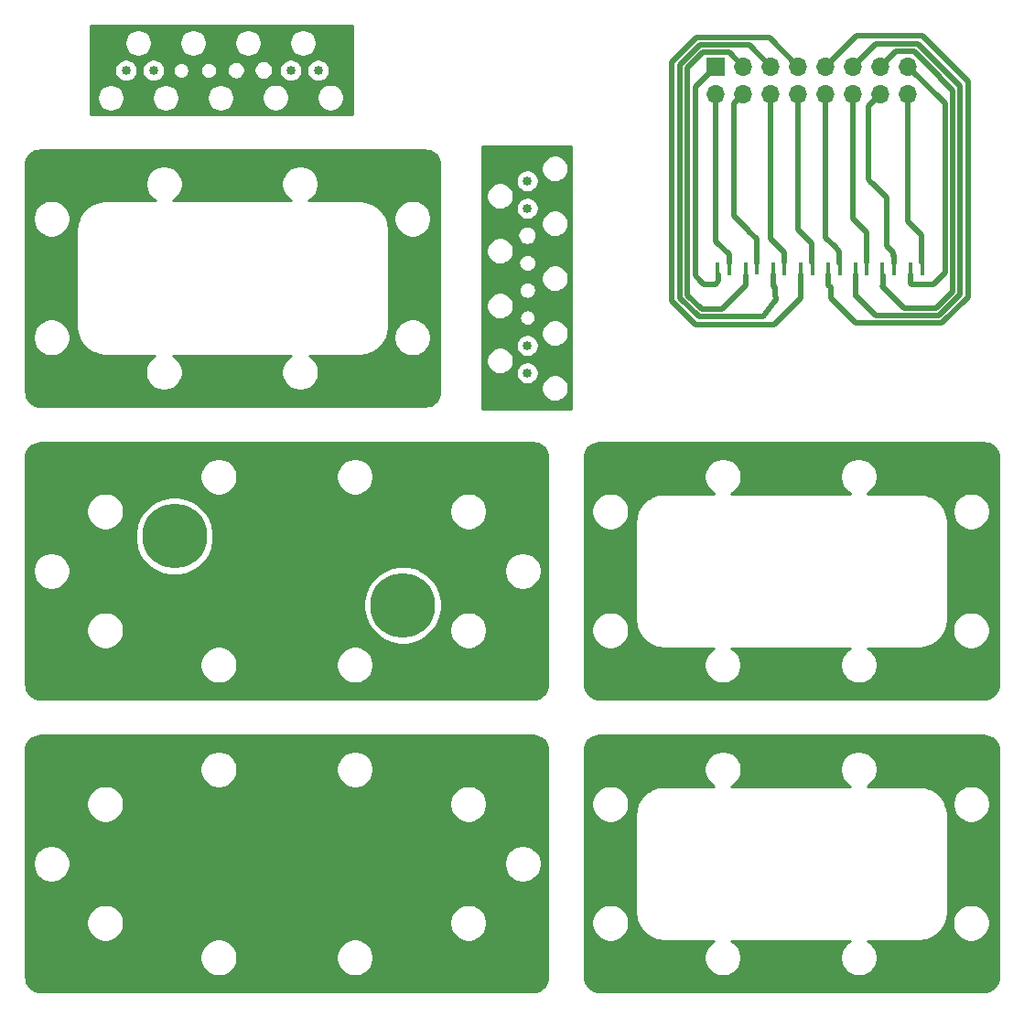
<source format=gbl>
%MOIN*%
%OFA0B0*%
%FSLAX46Y46*%
%IPPOS*%
%LPD*%
%ADD10O,0.066929133858267723X0.066929133858267723*%
%ADD11R,0.066929133858267723X0.066929133858267723*%
%ADD12R,0.015748031496062995X0.059055118110236227*%
%ADD13C,0.01968503937007874*%
%ADD14C,0.015748031496062995*%
%ADD25C,0.01*%
%ADD26C,0.0039370078740157488*%
%ADD27C,0.01*%
%ADD28C,0.0039370078740157488*%
%ADD29C,0.01*%
%ADD30C,0.0039370078740157488*%
%ADD31C,0.033464566929133861*%
%ADD32C,0.01*%
%ADD33C,0.0039370078740157488*%
%ADD34C,0.033464566929133861*%
%ADD35C,0.01*%
%ADD36C,0.0039370078740157488*%
%ADD37C,0.01*%
%ADD38C,0.0039370078740157488*%
%ADD39C,0.23622047244094491*%
%ADD40C,0.01*%
%ADD41C,0.0039370078740157488*%
G01*
D10*
X-0002519685Y0005157480D02*
X0003240314Y0003297480D03*
X0003240314Y0003397480D03*
X0003140314Y0003297480D03*
X0003140314Y0003397480D03*
X0003040314Y0003297480D03*
X0003040314Y0003397480D03*
X0002940314Y0003297480D03*
X0002940314Y0003397480D03*
X0002840314Y0003297480D03*
X0002840314Y0003397480D03*
X0002740314Y0003297480D03*
X0002740314Y0003397480D03*
X0002640314Y0003297480D03*
X0002640314Y0003397480D03*
X0002540314Y0003297480D03*
D11*
X0002540314Y0003397480D03*
D12*
X0002647555Y0002652106D03*
X0002690074Y0002667854D03*
X0002747555Y0002651106D03*
X0002790074Y0002666854D03*
X0002848055Y0002651606D03*
X0002890574Y0002667354D03*
X0002948555Y0002651606D03*
X0002991074Y0002667354D03*
X0002547055Y0002651606D03*
X0002589574Y0002667354D03*
X0003047555Y0002651606D03*
X0003090074Y0002667354D03*
X0003147055Y0002651606D03*
X0003189574Y0002667354D03*
X0003248555Y0002651606D03*
X0003291074Y0002667354D03*
D13*
X0002496314Y0002602480D02*
X0002483400Y0002615395D01*
X0002548314Y0002639480D02*
X0002548314Y0002615521D01*
X0002464433Y0002634674D02*
X0002464433Y0003321599D01*
X0002549314Y0002614521D02*
X0002538294Y0002603500D01*
X0002464433Y0003321599D02*
X0002540314Y0003397480D01*
X0002497335Y0002603500D02*
X0002496314Y0002602480D01*
X0002483400Y0002615395D02*
X0002483400Y0002615707D01*
X0002483400Y0002615707D02*
X0002464433Y0002634674D01*
X0002548314Y0002615521D02*
X0002549314Y0002614521D01*
X0002538294Y0002603500D02*
X0002497335Y0002603500D01*
X0002587314Y0002704480D02*
X0002589314Y0002702480D01*
X0002587314Y0002713480D02*
X0002587314Y0002704480D01*
X0002589314Y0002702480D02*
X0002589314Y0002680294D01*
X0002540314Y0003297480D02*
X0002540314Y0002760480D01*
X0002540314Y0002760480D02*
X0002587314Y0002713480D01*
X0002436874Y0003392858D02*
X0002436874Y0002563870D01*
X0002589133Y0003448661D02*
X0002492677Y0003448661D01*
X0002533962Y0002512480D02*
X0002561314Y0002512480D01*
X0002492677Y0003448661D02*
X0002436874Y0003392858D01*
X0002436874Y0002563870D02*
X0002488264Y0002512480D01*
X0002488264Y0002512480D02*
X0002533962Y0002512480D01*
X0002640314Y0003397480D02*
X0002589133Y0003448661D01*
X0002647314Y0002637480D02*
X0002647314Y0002598480D01*
X0002647314Y0002598480D02*
X0002561314Y0002512480D01*
X0002660379Y0002797416D02*
X0002687314Y0002770480D01*
X0002606850Y0002852738D02*
X0002660379Y0002799210D01*
X0002606850Y0003264015D02*
X0002606850Y0002852738D01*
X0002640314Y0003297480D02*
X0002606850Y0003264015D01*
X0002660379Y0002799210D02*
X0002660379Y0002797416D01*
X0002689314Y0002759665D02*
X0002689314Y0002680480D01*
D14*
X0002687314Y0002761665D02*
X0002689314Y0002759665D01*
D13*
X0002687314Y0002770480D02*
X0002687314Y0002761665D01*
X0002661574Y0003476220D02*
X0002481261Y0003476220D01*
X0002409314Y0003404274D02*
X0002409314Y0002552455D01*
X0002748314Y0002599480D02*
X0002756314Y0002591480D01*
X0002748314Y0002638480D02*
X0002748314Y0002599480D01*
X0002477289Y0002484480D02*
X0002712244Y0002484480D01*
X0002712244Y0002484480D02*
X0002751641Y0002537806D01*
X0002409314Y0002552455D02*
X0002477289Y0002484480D01*
X0002758412Y0002544577D02*
X0002756314Y0002570898D01*
X0002751641Y0002537806D02*
X0002758412Y0002544577D01*
X0002756314Y0002591480D02*
X0002750314Y0002597480D01*
X0002740314Y0003397480D02*
X0002661574Y0003476220D01*
X0002481261Y0003476220D02*
X0002409314Y0003404274D01*
X0002756314Y0002570898D02*
X0002756314Y0002591480D01*
X0002740314Y0002836480D02*
X0002740314Y0003297480D01*
X0002740314Y0002769883D02*
X0002740314Y0002836480D01*
X0002790314Y0002682480D02*
X0002790314Y0002719883D01*
X0002790314Y0002719883D02*
X0002740314Y0002769883D01*
X0002734014Y0003503780D02*
X0002840314Y0003397480D01*
X0002379314Y0002543480D02*
X0002379314Y0003413480D01*
X0002379314Y0003413480D02*
X0002469615Y0003503780D01*
X0002751314Y0002456480D02*
X0002466314Y0002456480D01*
X0002848314Y0002639480D02*
X0002848314Y0002553480D01*
X0002469615Y0003503780D02*
X0002734014Y0003503780D01*
X0002848314Y0002553480D02*
X0002751314Y0002456480D01*
X0002466314Y0002456480D02*
X0002379314Y0002543480D01*
X0002890314Y0002683084D02*
X0002890314Y0002751480D01*
X0002840314Y0002801480D02*
X0002840314Y0003297480D01*
X0002890314Y0002751480D02*
X0002840314Y0002801480D01*
X0003458314Y0002556052D02*
X0003363624Y0002461361D01*
X0003048433Y0002461361D02*
X0002957314Y0002552480D01*
X0002957314Y0002591480D02*
X0002948314Y0002600480D01*
X0003291314Y0003508480D02*
X0003458314Y0003341480D01*
X0002940314Y0003397480D02*
X0003051314Y0003508480D01*
X0003363624Y0002461361D02*
X0003048433Y0002461361D01*
X0003458314Y0003341480D02*
X0003458314Y0002556052D01*
X0003051314Y0003508480D02*
X0003291314Y0003508480D01*
X0002948314Y0002600480D02*
X0002948314Y0002639480D01*
X0002957314Y0002552480D02*
X0002957314Y0002591480D01*
X0002985314Y0002724811D02*
X0002974497Y0002738297D01*
X0002974497Y0002738297D02*
X0002940314Y0002772480D01*
X0002940314Y0002772480D02*
X0002940314Y0002848480D01*
X0002940314Y0002848480D02*
X0002940314Y0003297480D01*
X0002990314Y0002679422D02*
X0002990314Y0002719480D01*
X0002989314Y0002720811D02*
X0002985314Y0002724811D01*
X0003097205Y0002513480D02*
X0003051314Y0002559371D01*
X0003048314Y0002562371D02*
X0003051314Y0002559371D01*
X0003274314Y0003480480D02*
X0003429314Y0003325480D01*
X0003121765Y0002488920D02*
X0003097205Y0002513480D01*
X0003352208Y0002488920D02*
X0003121765Y0002488920D01*
X0003048314Y0002638480D02*
X0003048314Y0002562371D01*
X0003040314Y0003397480D02*
X0003123314Y0003480480D01*
X0003429314Y0003325480D02*
X0003429314Y0002566026D01*
X0003429314Y0002566026D02*
X0003352208Y0002488920D01*
X0003123314Y0003480480D02*
X0003274314Y0003480480D01*
X0003051314Y0002559371D02*
X0003050424Y0002559371D01*
X0003050424Y0002559371D02*
X0003049314Y0002560480D01*
X0003090314Y0002682480D02*
X0003090314Y0002791480D01*
X0003040314Y0002841480D02*
X0003040314Y0003297480D01*
X0003090314Y0002791480D02*
X0003040314Y0002841480D01*
X0003145314Y0002595480D02*
X0003147314Y0002597480D01*
X0003401755Y0002577442D02*
X0003340793Y0002516480D01*
X0003401755Y0003310039D02*
X0003401755Y0002577442D01*
X0003355314Y0003356480D02*
X0003401755Y0003310039D01*
X0003355314Y0003358228D02*
X0003355314Y0003356480D01*
X0003260622Y0003452920D02*
X0003355314Y0003358228D01*
X0003195755Y0003452920D02*
X0003260622Y0003452920D01*
X0003340793Y0002516480D02*
X0003224314Y0002516480D01*
X0003140314Y0003397480D02*
X0003195755Y0003452920D01*
X0003147314Y0002597480D02*
X0003147314Y0002637480D01*
X0003224314Y0002516480D02*
X0003145314Y0002595480D01*
D14*
X0003186314Y0002707480D02*
X0003186314Y0002687087D01*
D13*
X0003186314Y0002707480D02*
X0003186314Y0002719480D01*
X0003094922Y0003252087D02*
X0003094922Y0002985873D01*
X0003140314Y0003297480D02*
X0003094922Y0003252087D01*
X0003094922Y0002985873D02*
X0003107009Y0002973786D01*
X0003107009Y0002973786D02*
X0003108009Y0002973786D01*
X0003108009Y0002973786D02*
X0003163314Y0002918480D01*
X0003163314Y0002918480D02*
X0003163314Y0002742480D01*
X0003163314Y0002742480D02*
X0003186314Y0002719480D01*
X0003189314Y0002709106D02*
X0003189314Y0002679480D01*
X0003274503Y0002602480D02*
X0003252314Y0002602480D01*
X0003249314Y0002605480D02*
X0003252314Y0002602480D01*
X0003249314Y0002639480D02*
X0003249314Y0002605480D01*
X0003331390Y0002602480D02*
X0003274503Y0002602480D01*
X0003374195Y0002645286D02*
X0003331390Y0002602480D01*
X0003374195Y0003263599D02*
X0003374195Y0002645286D01*
X0003240314Y0003397480D02*
X0003374195Y0003263599D01*
X0003240314Y0002831480D02*
X0003240314Y0003297480D01*
X0003290314Y0002781480D02*
X0003240314Y0002831480D01*
X0003290314Y0002681480D02*
X0003290314Y0002781480D01*
G04 next file*
G04 #@! TF.GenerationSoftware,KiCad,Pcbnew,(5.1.12)-1*
G04 #@! TF.CreationDate,2022-03-26T22:12:51+08:00*
G04 #@! TF.ProjectId,Nozzle,4e6f7a7a-6c65-42e6-9b69-6361645f7063,0.5*
G04 #@! TF.SameCoordinates,Original*
G04 #@! TF.FileFunction,Copper,L2,Bot*
G04 #@! TF.FilePolarity,Positive*
G04 Gerber Fmt 4.6, Leading zero omitted, Abs format (unit mm)*
G04 Created by KiCad (PCBNEW (5.1.12)-1) date 2022-03-26 22:12:51*
G01*
G04 APERTURE LIST*
G04 #@! TA.AperFunction,NonConductor*
G04 #@! TD*
G04 #@! TA.AperFunction,NonConductor*
G04 #@! TD*
G04 APERTURE END LIST*
D25*
X0003525923Y0000957141D02*
X0003535756Y0000954172D01*
X0003544826Y0000949350D01*
X0003552786Y0000942858D01*
X0003559333Y0000934943D01*
X0003564219Y0000925908D01*
X0003567256Y0000916095D01*
X0003568456Y0000904682D01*
X0003568456Y0000080011D01*
X0003567329Y0000068517D01*
X0003564360Y0000058684D01*
X0003559538Y0000049614D01*
X0003553046Y0000041654D01*
X0003545131Y0000035106D01*
X0003536096Y0000030221D01*
X0003526283Y0000027183D01*
X0003514870Y0000025984D01*
X0002115475Y0000025984D01*
X0002103982Y0000027111D01*
X0002094148Y0000030080D01*
X0002085079Y0000034902D01*
X0002077119Y0000041394D01*
X0002070571Y0000049309D01*
X0002065686Y0000058344D01*
X0002062648Y0000068157D01*
X0002061448Y0000079570D01*
X0002061448Y0000282448D01*
X0002086672Y0000282448D01*
X0002086672Y0000268992D01*
X0002089297Y0000255796D01*
X0002094447Y0000243365D01*
X0002101922Y0000232177D01*
X0002111436Y0000222662D01*
X0002122624Y0000215187D01*
X0002135055Y0000210038D01*
X0002148252Y0000207413D01*
X0002161707Y0000207413D01*
X0002174904Y0000210038D01*
X0002187335Y0000215187D01*
X0002198523Y0000222662D01*
X0002208037Y0000232177D01*
X0002215513Y0000243365D01*
X0002220662Y0000255796D01*
X0002223287Y0000268992D01*
X0002223287Y0000282448D01*
X0002220662Y0000295645D01*
X0002215513Y0000308076D01*
X0002211765Y0000313684D01*
X0002245700Y0000313684D01*
X0002245812Y0000312544D01*
X0002245809Y0000312055D01*
X0002245844Y0000311694D01*
X0002247451Y0000296411D01*
X0002247924Y0000294106D01*
X0002248366Y0000291791D01*
X0002248470Y0000291444D01*
X0002253015Y0000276763D01*
X0002253927Y0000274592D01*
X0002254810Y0000272409D01*
X0002254980Y0000272088D01*
X0002262289Y0000258571D01*
X0002263605Y0000256620D01*
X0002264895Y0000254647D01*
X0002265125Y0000254366D01*
X0002274920Y0000242526D01*
X0002276591Y0000240867D01*
X0002278239Y0000239183D01*
X0002278519Y0000238952D01*
X0002290428Y0000229240D01*
X0002292389Y0000227936D01*
X0002294332Y0000226606D01*
X0002294651Y0000226433D01*
X0002308220Y0000219219D01*
X0002310397Y0000218321D01*
X0002312562Y0000217393D01*
X0002312909Y0000217286D01*
X0002327620Y0000212844D01*
X0002329931Y0000212387D01*
X0002332234Y0000211897D01*
X0002332595Y0000211859D01*
X0002347889Y0000210360D01*
X0002347889Y0000210360D01*
X0002349148Y0000210236D01*
X0002532098Y0000210236D01*
X0002520936Y0000202778D01*
X0002511422Y0000193263D01*
X0002503947Y0000182076D01*
X0002498797Y0000169645D01*
X0002496172Y0000156448D01*
X0002496172Y0000142992D01*
X0002498797Y0000129796D01*
X0002503947Y0000117365D01*
X0002511422Y0000106177D01*
X0002520936Y0000096662D01*
X0002532124Y0000089187D01*
X0002544555Y0000084038D01*
X0002557752Y0000081413D01*
X0002571207Y0000081413D01*
X0002584404Y0000084038D01*
X0002596835Y0000089187D01*
X0002608023Y0000096662D01*
X0002617537Y0000106177D01*
X0002625013Y0000117365D01*
X0002630162Y0000129796D01*
X0002632787Y0000142992D01*
X0002632787Y0000156448D01*
X0002630162Y0000169645D01*
X0002625013Y0000182076D01*
X0002617537Y0000193263D01*
X0002608023Y0000202778D01*
X0002596861Y0000210236D01*
X0003028098Y0000210236D01*
X0003016936Y0000202778D01*
X0003007422Y0000193263D01*
X0002999947Y0000182076D01*
X0002994797Y0000169645D01*
X0002992172Y0000156448D01*
X0002992172Y0000142992D01*
X0002994797Y0000129796D01*
X0002999947Y0000117365D01*
X0003007422Y0000106177D01*
X0003016936Y0000096662D01*
X0003028124Y0000089187D01*
X0003040555Y0000084038D01*
X0003053752Y0000081413D01*
X0003067207Y0000081413D01*
X0003080404Y0000084038D01*
X0003092835Y0000089187D01*
X0003104023Y0000096662D01*
X0003113537Y0000106177D01*
X0003121013Y0000117365D01*
X0003126162Y0000129796D01*
X0003128787Y0000142992D01*
X0003128787Y0000156448D01*
X0003126162Y0000169645D01*
X0003121013Y0000182076D01*
X0003113537Y0000193263D01*
X0003104023Y0000202778D01*
X0003092861Y0000210236D01*
X0003280756Y0000210236D01*
X0003281896Y0000210348D01*
X0003282384Y0000210345D01*
X0003282745Y0000210380D01*
X0003298029Y0000211986D01*
X0003300334Y0000212460D01*
X0003302649Y0000212901D01*
X0003302996Y0000213006D01*
X0003317676Y0000217550D01*
X0003319848Y0000218463D01*
X0003322031Y0000219345D01*
X0003322351Y0000219516D01*
X0003335869Y0000226825D01*
X0003337820Y0000228141D01*
X0003339792Y0000229431D01*
X0003340074Y0000229661D01*
X0003351914Y0000239456D01*
X0003353573Y0000241127D01*
X0003355256Y0000242775D01*
X0003355488Y0000243054D01*
X0003365200Y0000254963D01*
X0003366504Y0000256925D01*
X0003367834Y0000258868D01*
X0003368007Y0000259187D01*
X0003375221Y0000272756D01*
X0003376119Y0000274933D01*
X0003377046Y0000277098D01*
X0003377154Y0000277444D01*
X0003378664Y0000282448D01*
X0003401172Y0000282448D01*
X0003401172Y0000268992D01*
X0003403797Y0000255796D01*
X0003408947Y0000243365D01*
X0003416422Y0000232177D01*
X0003425936Y0000222662D01*
X0003437124Y0000215187D01*
X0003449555Y0000210038D01*
X0003462752Y0000207413D01*
X0003476207Y0000207413D01*
X0003489404Y0000210038D01*
X0003501835Y0000215187D01*
X0003513023Y0000222662D01*
X0003522537Y0000232177D01*
X0003530013Y0000243365D01*
X0003535162Y0000255796D01*
X0003537787Y0000268992D01*
X0003537787Y0000282448D01*
X0003535162Y0000295645D01*
X0003530013Y0000308076D01*
X0003522537Y0000319263D01*
X0003513023Y0000328778D01*
X0003501835Y0000336253D01*
X0003489404Y0000341402D01*
X0003476207Y0000344027D01*
X0003462752Y0000344027D01*
X0003449555Y0000341402D01*
X0003437124Y0000336253D01*
X0003425936Y0000328778D01*
X0003416422Y0000319263D01*
X0003408947Y0000308076D01*
X0003403797Y0000295645D01*
X0003401172Y0000282448D01*
X0003378664Y0000282448D01*
X0003381595Y0000292156D01*
X0003382053Y0000294466D01*
X0003382542Y0000296770D01*
X0003382580Y0000297131D01*
X0003384080Y0000312425D01*
X0003384080Y0000312425D01*
X0003384204Y0000313684D01*
X0003384204Y0000670567D01*
X0003384092Y0000671707D01*
X0003384095Y0000672196D01*
X0003384060Y0000672557D01*
X0003382453Y0000687840D01*
X0003381980Y0000690145D01*
X0003381539Y0000692460D01*
X0003381434Y0000692808D01*
X0003376889Y0000707488D01*
X0003375977Y0000709659D01*
X0003375095Y0000711842D01*
X0003374924Y0000712163D01*
X0003374924Y0000712163D01*
X0003374924Y0000712163D01*
X0003373148Y0000715448D01*
X0003401672Y0000715448D01*
X0003401672Y0000701992D01*
X0003404297Y0000688796D01*
X0003409447Y0000676365D01*
X0003416922Y0000665177D01*
X0003426436Y0000655662D01*
X0003437624Y0000648187D01*
X0003450055Y0000643038D01*
X0003463252Y0000640413D01*
X0003476707Y0000640413D01*
X0003489904Y0000643038D01*
X0003502335Y0000648187D01*
X0003513523Y0000655662D01*
X0003523037Y0000665177D01*
X0003530513Y0000676365D01*
X0003535662Y0000688796D01*
X0003538287Y0000701992D01*
X0003538287Y0000715448D01*
X0003535662Y0000728645D01*
X0003530513Y0000741076D01*
X0003523037Y0000752263D01*
X0003513523Y0000761778D01*
X0003502335Y0000769253D01*
X0003489904Y0000774402D01*
X0003476707Y0000777027D01*
X0003463252Y0000777027D01*
X0003450055Y0000774402D01*
X0003437624Y0000769253D01*
X0003426436Y0000761778D01*
X0003416922Y0000752263D01*
X0003409447Y0000741076D01*
X0003404297Y0000728645D01*
X0003401672Y0000715448D01*
X0003373148Y0000715448D01*
X0003367615Y0000725681D01*
X0003366298Y0000727633D01*
X0003365009Y0000729604D01*
X0003364779Y0000729885D01*
X0003354984Y0000741726D01*
X0003353313Y0000743385D01*
X0003351665Y0000745068D01*
X0003351385Y0000745299D01*
X0003339477Y0000755012D01*
X0003337515Y0000756315D01*
X0003335572Y0000757645D01*
X0003335253Y0000757818D01*
X0003321684Y0000765033D01*
X0003319507Y0000765930D01*
X0003317342Y0000766858D01*
X0003316995Y0000766965D01*
X0003302284Y0000771407D01*
X0003299973Y0000771864D01*
X0003297670Y0000772354D01*
X0003297309Y0000772392D01*
X0003282015Y0000773891D01*
X0003282015Y0000773891D01*
X0003280756Y0000774015D01*
X0003091920Y0000774015D01*
X0003092335Y0000774187D01*
X0003103523Y0000781662D01*
X0003113037Y0000791177D01*
X0003120513Y0000802365D01*
X0003125662Y0000814796D01*
X0003128287Y0000827992D01*
X0003128287Y0000841448D01*
X0003125662Y0000854645D01*
X0003120513Y0000867076D01*
X0003113037Y0000878263D01*
X0003103523Y0000887778D01*
X0003092335Y0000895253D01*
X0003079904Y0000900402D01*
X0003066707Y0000903027D01*
X0003053252Y0000903027D01*
X0003040055Y0000900402D01*
X0003027624Y0000895253D01*
X0003016436Y0000887778D01*
X0003006922Y0000878263D01*
X0002999447Y0000867076D01*
X0002994297Y0000854645D01*
X0002991672Y0000841448D01*
X0002991672Y0000827992D01*
X0002994297Y0000814796D01*
X0002999447Y0000802365D01*
X0003006922Y0000791177D01*
X0003016436Y0000781662D01*
X0003027624Y0000774187D01*
X0003028039Y0000774015D01*
X0002596920Y0000774015D01*
X0002597335Y0000774187D01*
X0002608523Y0000781662D01*
X0002618037Y0000791177D01*
X0002625513Y0000802365D01*
X0002630662Y0000814796D01*
X0002633287Y0000827992D01*
X0002633287Y0000841448D01*
X0002630662Y0000854645D01*
X0002625513Y0000867076D01*
X0002618037Y0000878263D01*
X0002608523Y0000887778D01*
X0002597335Y0000895253D01*
X0002584904Y0000900402D01*
X0002571707Y0000903027D01*
X0002558252Y0000903027D01*
X0002545055Y0000900402D01*
X0002532624Y0000895253D01*
X0002521436Y0000887778D01*
X0002511922Y0000878263D01*
X0002504447Y0000867076D01*
X0002499297Y0000854645D01*
X0002496672Y0000841448D01*
X0002496672Y0000827992D01*
X0002499297Y0000814796D01*
X0002504447Y0000802365D01*
X0002511922Y0000791177D01*
X0002521436Y0000781662D01*
X0002532624Y0000774187D01*
X0002533039Y0000774015D01*
X0002349148Y0000774015D01*
X0002348008Y0000773903D01*
X0002347520Y0000773906D01*
X0002347159Y0000773871D01*
X0002331875Y0000772265D01*
X0002329570Y0000771791D01*
X0002327255Y0000771350D01*
X0002326908Y0000771245D01*
X0002312228Y0000766701D01*
X0002310056Y0000765788D01*
X0002307873Y0000764906D01*
X0002307553Y0000764736D01*
X0002307553Y0000764736D01*
X0002307553Y0000764735D01*
X0002294035Y0000757426D01*
X0002292082Y0000756109D01*
X0002290112Y0000754820D01*
X0002289831Y0000754591D01*
X0002277990Y0000744795D01*
X0002276331Y0000743124D01*
X0002274648Y0000741476D01*
X0002274416Y0000741197D01*
X0002264704Y0000729288D01*
X0002263401Y0000727327D01*
X0002262070Y0000725383D01*
X0002261897Y0000725064D01*
X0002254683Y0000711495D01*
X0002253785Y0000709318D01*
X0002252858Y0000707153D01*
X0002252750Y0000706807D01*
X0002248309Y0000692095D01*
X0002247851Y0000689785D01*
X0002247362Y0000687481D01*
X0002247324Y0000687121D01*
X0002245824Y0000671827D01*
X0002245824Y0000671826D01*
X0002245700Y0000670567D01*
X0002245700Y0000313684D01*
X0002211765Y0000313684D01*
X0002208037Y0000319263D01*
X0002198523Y0000328778D01*
X0002187335Y0000336253D01*
X0002174904Y0000341402D01*
X0002161707Y0000344027D01*
X0002148252Y0000344027D01*
X0002135055Y0000341402D01*
X0002122624Y0000336253D01*
X0002111436Y0000328778D01*
X0002101922Y0000319263D01*
X0002094447Y0000308076D01*
X0002089297Y0000295645D01*
X0002086672Y0000282448D01*
X0002061448Y0000282448D01*
X0002061448Y0000715448D01*
X0002086672Y0000715448D01*
X0002086672Y0000701992D01*
X0002089297Y0000688796D01*
X0002094447Y0000676365D01*
X0002101922Y0000665177D01*
X0002111436Y0000655662D01*
X0002122624Y0000648187D01*
X0002135055Y0000643038D01*
X0002148252Y0000640413D01*
X0002161707Y0000640413D01*
X0002174904Y0000643038D01*
X0002187335Y0000648187D01*
X0002198523Y0000655662D01*
X0002208037Y0000665177D01*
X0002215513Y0000676365D01*
X0002220662Y0000688796D01*
X0002223287Y0000701992D01*
X0002223287Y0000715448D01*
X0002220662Y0000728645D01*
X0002215513Y0000741076D01*
X0002208037Y0000752263D01*
X0002198523Y0000761778D01*
X0002187335Y0000769253D01*
X0002174904Y0000774402D01*
X0002161707Y0000777027D01*
X0002148252Y0000777027D01*
X0002135055Y0000774402D01*
X0002122624Y0000769253D01*
X0002111436Y0000761778D01*
X0002101922Y0000752263D01*
X0002094447Y0000741076D01*
X0002089297Y0000728645D01*
X0002086672Y0000715448D01*
X0002061448Y0000715448D01*
X0002061448Y0000904241D01*
X0002062575Y0000915735D01*
X0002065544Y0000925568D01*
X0002070367Y0000934638D01*
X0002076859Y0000942598D01*
X0002084773Y0000949146D01*
X0002093809Y0000954031D01*
X0002103622Y0000957069D01*
X0002115035Y0000958268D01*
X0003514429Y0000958268D01*
X0003525923Y0000957141D01*
G04 #@! TA.AperFunction,NonConductor*
D26*
G36*
X0003525923Y0000957141D02*
G01*
X0003535756Y0000954172D01*
X0003544826Y0000949350D01*
X0003552786Y0000942858D01*
X0003559333Y0000934943D01*
X0003564219Y0000925908D01*
X0003567256Y0000916095D01*
X0003568456Y0000904682D01*
X0003568456Y0000080011D01*
X0003567329Y0000068517D01*
X0003564360Y0000058684D01*
X0003559538Y0000049614D01*
X0003553046Y0000041654D01*
X0003545131Y0000035106D01*
X0003536096Y0000030221D01*
X0003526283Y0000027183D01*
X0003514870Y0000025984D01*
X0002115475Y0000025984D01*
X0002103982Y0000027111D01*
X0002094148Y0000030080D01*
X0002085079Y0000034902D01*
X0002077119Y0000041394D01*
X0002070571Y0000049309D01*
X0002065686Y0000058344D01*
X0002062648Y0000068157D01*
X0002061448Y0000079570D01*
X0002061448Y0000282448D01*
X0002086672Y0000282448D01*
X0002086672Y0000268992D01*
X0002089297Y0000255796D01*
X0002094447Y0000243365D01*
X0002101922Y0000232177D01*
X0002111436Y0000222662D01*
X0002122624Y0000215187D01*
X0002135055Y0000210038D01*
X0002148252Y0000207413D01*
X0002161707Y0000207413D01*
X0002174904Y0000210038D01*
X0002187335Y0000215187D01*
X0002198523Y0000222662D01*
X0002208037Y0000232177D01*
X0002215513Y0000243365D01*
X0002220662Y0000255796D01*
X0002223287Y0000268992D01*
X0002223287Y0000282448D01*
X0002220662Y0000295645D01*
X0002215513Y0000308076D01*
X0002211765Y0000313684D01*
X0002245700Y0000313684D01*
X0002245812Y0000312544D01*
X0002245809Y0000312055D01*
X0002245844Y0000311694D01*
X0002247451Y0000296411D01*
X0002247924Y0000294106D01*
X0002248366Y0000291791D01*
X0002248470Y0000291444D01*
X0002253015Y0000276763D01*
X0002253927Y0000274592D01*
X0002254810Y0000272409D01*
X0002254980Y0000272088D01*
X0002262289Y0000258571D01*
X0002263605Y0000256620D01*
X0002264895Y0000254647D01*
X0002265125Y0000254366D01*
X0002274920Y0000242526D01*
X0002276591Y0000240867D01*
X0002278239Y0000239183D01*
X0002278519Y0000238952D01*
X0002290428Y0000229240D01*
X0002292389Y0000227936D01*
X0002294332Y0000226606D01*
X0002294651Y0000226433D01*
X0002308220Y0000219219D01*
X0002310397Y0000218321D01*
X0002312562Y0000217393D01*
X0002312909Y0000217286D01*
X0002327620Y0000212844D01*
X0002329931Y0000212387D01*
X0002332234Y0000211897D01*
X0002332595Y0000211859D01*
X0002347889Y0000210360D01*
X0002347889Y0000210360D01*
X0002349148Y0000210236D01*
X0002532098Y0000210236D01*
X0002520936Y0000202778D01*
X0002511422Y0000193263D01*
X0002503947Y0000182076D01*
X0002498797Y0000169645D01*
X0002496172Y0000156448D01*
X0002496172Y0000142992D01*
X0002498797Y0000129796D01*
X0002503947Y0000117365D01*
X0002511422Y0000106177D01*
X0002520936Y0000096662D01*
X0002532124Y0000089187D01*
X0002544555Y0000084038D01*
X0002557752Y0000081413D01*
X0002571207Y0000081413D01*
X0002584404Y0000084038D01*
X0002596835Y0000089187D01*
X0002608023Y0000096662D01*
X0002617537Y0000106177D01*
X0002625013Y0000117365D01*
X0002630162Y0000129796D01*
X0002632787Y0000142992D01*
X0002632787Y0000156448D01*
X0002630162Y0000169645D01*
X0002625013Y0000182076D01*
X0002617537Y0000193263D01*
X0002608023Y0000202778D01*
X0002596861Y0000210236D01*
X0003028098Y0000210236D01*
X0003016936Y0000202778D01*
X0003007422Y0000193263D01*
X0002999947Y0000182076D01*
X0002994797Y0000169645D01*
X0002992172Y0000156448D01*
X0002992172Y0000142992D01*
X0002994797Y0000129796D01*
X0002999947Y0000117365D01*
X0003007422Y0000106177D01*
X0003016936Y0000096662D01*
X0003028124Y0000089187D01*
X0003040555Y0000084038D01*
X0003053752Y0000081413D01*
X0003067207Y0000081413D01*
X0003080404Y0000084038D01*
X0003092835Y0000089187D01*
X0003104023Y0000096662D01*
X0003113537Y0000106177D01*
X0003121013Y0000117365D01*
X0003126162Y0000129796D01*
X0003128787Y0000142992D01*
X0003128787Y0000156448D01*
X0003126162Y0000169645D01*
X0003121013Y0000182076D01*
X0003113537Y0000193263D01*
X0003104023Y0000202778D01*
X0003092861Y0000210236D01*
X0003280756Y0000210236D01*
X0003281896Y0000210348D01*
X0003282384Y0000210345D01*
X0003282745Y0000210380D01*
X0003298029Y0000211986D01*
X0003300334Y0000212460D01*
X0003302649Y0000212901D01*
X0003302996Y0000213006D01*
X0003317676Y0000217550D01*
X0003319848Y0000218463D01*
X0003322031Y0000219345D01*
X0003322351Y0000219516D01*
X0003335869Y0000226825D01*
X0003337820Y0000228141D01*
X0003339792Y0000229431D01*
X0003340074Y0000229661D01*
X0003351914Y0000239456D01*
X0003353573Y0000241127D01*
X0003355256Y0000242775D01*
X0003355488Y0000243054D01*
X0003365200Y0000254963D01*
X0003366504Y0000256925D01*
X0003367834Y0000258868D01*
X0003368007Y0000259187D01*
X0003375221Y0000272756D01*
X0003376119Y0000274933D01*
X0003377046Y0000277098D01*
X0003377154Y0000277444D01*
X0003378664Y0000282448D01*
X0003401172Y0000282448D01*
X0003401172Y0000268992D01*
X0003403797Y0000255796D01*
X0003408947Y0000243365D01*
X0003416422Y0000232177D01*
X0003425936Y0000222662D01*
X0003437124Y0000215187D01*
X0003449555Y0000210038D01*
X0003462752Y0000207413D01*
X0003476207Y0000207413D01*
X0003489404Y0000210038D01*
X0003501835Y0000215187D01*
X0003513023Y0000222662D01*
X0003522537Y0000232177D01*
X0003530013Y0000243365D01*
X0003535162Y0000255796D01*
X0003537787Y0000268992D01*
X0003537787Y0000282448D01*
X0003535162Y0000295645D01*
X0003530013Y0000308076D01*
X0003522537Y0000319263D01*
X0003513023Y0000328778D01*
X0003501835Y0000336253D01*
X0003489404Y0000341402D01*
X0003476207Y0000344027D01*
X0003462752Y0000344027D01*
X0003449555Y0000341402D01*
X0003437124Y0000336253D01*
X0003425936Y0000328778D01*
X0003416422Y0000319263D01*
X0003408947Y0000308076D01*
X0003403797Y0000295645D01*
X0003401172Y0000282448D01*
X0003378664Y0000282448D01*
X0003381595Y0000292156D01*
X0003382053Y0000294466D01*
X0003382542Y0000296770D01*
X0003382580Y0000297131D01*
X0003384080Y0000312425D01*
X0003384080Y0000312425D01*
X0003384204Y0000313684D01*
X0003384204Y0000670567D01*
X0003384092Y0000671707D01*
X0003384095Y0000672196D01*
X0003384060Y0000672557D01*
X0003382453Y0000687840D01*
X0003381980Y0000690145D01*
X0003381539Y0000692460D01*
X0003381434Y0000692808D01*
X0003376889Y0000707488D01*
X0003375977Y0000709659D01*
X0003375095Y0000711842D01*
X0003374924Y0000712163D01*
X0003374924Y0000712163D01*
X0003374924Y0000712163D01*
X0003373148Y0000715448D01*
X0003401672Y0000715448D01*
X0003401672Y0000701992D01*
X0003404297Y0000688796D01*
X0003409447Y0000676365D01*
X0003416922Y0000665177D01*
X0003426436Y0000655662D01*
X0003437624Y0000648187D01*
X0003450055Y0000643038D01*
X0003463252Y0000640413D01*
X0003476707Y0000640413D01*
X0003489904Y0000643038D01*
X0003502335Y0000648187D01*
X0003513523Y0000655662D01*
X0003523037Y0000665177D01*
X0003530513Y0000676365D01*
X0003535662Y0000688796D01*
X0003538287Y0000701992D01*
X0003538287Y0000715448D01*
X0003535662Y0000728645D01*
X0003530513Y0000741076D01*
X0003523037Y0000752263D01*
X0003513523Y0000761778D01*
X0003502335Y0000769253D01*
X0003489904Y0000774402D01*
X0003476707Y0000777027D01*
X0003463252Y0000777027D01*
X0003450055Y0000774402D01*
X0003437624Y0000769253D01*
X0003426436Y0000761778D01*
X0003416922Y0000752263D01*
X0003409447Y0000741076D01*
X0003404297Y0000728645D01*
X0003401672Y0000715448D01*
X0003373148Y0000715448D01*
X0003367615Y0000725681D01*
X0003366298Y0000727633D01*
X0003365009Y0000729604D01*
X0003364779Y0000729885D01*
X0003354984Y0000741726D01*
X0003353313Y0000743385D01*
X0003351665Y0000745068D01*
X0003351385Y0000745299D01*
X0003339477Y0000755012D01*
X0003337515Y0000756315D01*
X0003335572Y0000757645D01*
X0003335253Y0000757818D01*
X0003321684Y0000765033D01*
X0003319507Y0000765930D01*
X0003317342Y0000766858D01*
X0003316995Y0000766965D01*
X0003302284Y0000771407D01*
X0003299973Y0000771864D01*
X0003297670Y0000772354D01*
X0003297309Y0000772392D01*
X0003282015Y0000773891D01*
X0003282015Y0000773891D01*
X0003280756Y0000774015D01*
X0003091920Y0000774015D01*
X0003092335Y0000774187D01*
X0003103523Y0000781662D01*
X0003113037Y0000791177D01*
X0003120513Y0000802365D01*
X0003125662Y0000814796D01*
X0003128287Y0000827992D01*
X0003128287Y0000841448D01*
X0003125662Y0000854645D01*
X0003120513Y0000867076D01*
X0003113037Y0000878263D01*
X0003103523Y0000887778D01*
X0003092335Y0000895253D01*
X0003079904Y0000900402D01*
X0003066707Y0000903027D01*
X0003053252Y0000903027D01*
X0003040055Y0000900402D01*
X0003027624Y0000895253D01*
X0003016436Y0000887778D01*
X0003006922Y0000878263D01*
X0002999447Y0000867076D01*
X0002994297Y0000854645D01*
X0002991672Y0000841448D01*
X0002991672Y0000827992D01*
X0002994297Y0000814796D01*
X0002999447Y0000802365D01*
X0003006922Y0000791177D01*
X0003016436Y0000781662D01*
X0003027624Y0000774187D01*
X0003028039Y0000774015D01*
X0002596920Y0000774015D01*
X0002597335Y0000774187D01*
X0002608523Y0000781662D01*
X0002618037Y0000791177D01*
X0002625513Y0000802365D01*
X0002630662Y0000814796D01*
X0002633287Y0000827992D01*
X0002633287Y0000841448D01*
X0002630662Y0000854645D01*
X0002625513Y0000867076D01*
X0002618037Y0000878263D01*
X0002608523Y0000887778D01*
X0002597335Y0000895253D01*
X0002584904Y0000900402D01*
X0002571707Y0000903027D01*
X0002558252Y0000903027D01*
X0002545055Y0000900402D01*
X0002532624Y0000895253D01*
X0002521436Y0000887778D01*
X0002511922Y0000878263D01*
X0002504447Y0000867076D01*
X0002499297Y0000854645D01*
X0002496672Y0000841448D01*
X0002496672Y0000827992D01*
X0002499297Y0000814796D01*
X0002504447Y0000802365D01*
X0002511922Y0000791177D01*
X0002521436Y0000781662D01*
X0002532624Y0000774187D01*
X0002533039Y0000774015D01*
X0002349148Y0000774015D01*
X0002348008Y0000773903D01*
X0002347520Y0000773906D01*
X0002347159Y0000773871D01*
X0002331875Y0000772265D01*
X0002329570Y0000771791D01*
X0002327255Y0000771350D01*
X0002326908Y0000771245D01*
X0002312228Y0000766701D01*
X0002310056Y0000765788D01*
X0002307873Y0000764906D01*
X0002307553Y0000764736D01*
X0002307553Y0000764736D01*
X0002307553Y0000764735D01*
X0002294035Y0000757426D01*
X0002292082Y0000756109D01*
X0002290112Y0000754820D01*
X0002289831Y0000754591D01*
X0002277990Y0000744795D01*
X0002276331Y0000743124D01*
X0002274648Y0000741476D01*
X0002274416Y0000741197D01*
X0002264704Y0000729288D01*
X0002263401Y0000727327D01*
X0002262070Y0000725383D01*
X0002261897Y0000725064D01*
X0002254683Y0000711495D01*
X0002253785Y0000709318D01*
X0002252858Y0000707153D01*
X0002252750Y0000706807D01*
X0002248309Y0000692095D01*
X0002247851Y0000689785D01*
X0002247362Y0000687481D01*
X0002247324Y0000687121D01*
X0002245824Y0000671827D01*
X0002245824Y0000671826D01*
X0002245700Y0000670567D01*
X0002245700Y0000313684D01*
X0002211765Y0000313684D01*
X0002208037Y0000319263D01*
X0002198523Y0000328778D01*
X0002187335Y0000336253D01*
X0002174904Y0000341402D01*
X0002161707Y0000344027D01*
X0002148252Y0000344027D01*
X0002135055Y0000341402D01*
X0002122624Y0000336253D01*
X0002111436Y0000328778D01*
X0002101922Y0000319263D01*
X0002094447Y0000308076D01*
X0002089297Y0000295645D01*
X0002086672Y0000282448D01*
X0002061448Y0000282448D01*
X0002061448Y0000715448D01*
X0002086672Y0000715448D01*
X0002086672Y0000701992D01*
X0002089297Y0000688796D01*
X0002094447Y0000676365D01*
X0002101922Y0000665177D01*
X0002111436Y0000655662D01*
X0002122624Y0000648187D01*
X0002135055Y0000643038D01*
X0002148252Y0000640413D01*
X0002161707Y0000640413D01*
X0002174904Y0000643038D01*
X0002187335Y0000648187D01*
X0002198523Y0000655662D01*
X0002208037Y0000665177D01*
X0002215513Y0000676365D01*
X0002220662Y0000688796D01*
X0002223287Y0000701992D01*
X0002223287Y0000715448D01*
X0002220662Y0000728645D01*
X0002215513Y0000741076D01*
X0002208037Y0000752263D01*
X0002198523Y0000761778D01*
X0002187335Y0000769253D01*
X0002174904Y0000774402D01*
X0002161707Y0000777027D01*
X0002148252Y0000777027D01*
X0002135055Y0000774402D01*
X0002122624Y0000769253D01*
X0002111436Y0000761778D01*
X0002101922Y0000752263D01*
X0002094447Y0000741076D01*
X0002089297Y0000728645D01*
X0002086672Y0000715448D01*
X0002061448Y0000715448D01*
X0002061448Y0000904241D01*
X0002062575Y0000915735D01*
X0002065544Y0000925568D01*
X0002070367Y0000934638D01*
X0002076859Y0000942598D01*
X0002084773Y0000949146D01*
X0002093809Y0000954031D01*
X0002103622Y0000957069D01*
X0002115035Y0000958268D01*
X0003514429Y0000958268D01*
X0003525923Y0000957141D01*
G37*
G04 #@! TD.AperFunction*
G04 next file*
G04 #@! TF.GenerationSoftware,KiCad,Pcbnew,(5.1.12)-1*
G04 #@! TF.CreationDate,2022-03-26T22:12:51+08:00*
G04 #@! TF.ProjectId,Nozzle,4e6f7a7a-6c65-42e6-9b69-6361645f7063,0.5*
G04 #@! TF.SameCoordinates,Original*
G04 #@! TF.FileFunction,Copper,L2,Bot*
G04 #@! TF.FilePolarity,Positive*
G04 Gerber Fmt 4.6, Leading zero omitted, Abs format (unit mm)*
G04 Created by KiCad (PCBNEW (5.1.12)-1) date 2022-03-26 22:12:51*
G01*
G04 APERTURE LIST*
G04 #@! TA.AperFunction,NonConductor*
G04 #@! TD*
G04 #@! TA.AperFunction,NonConductor*
G04 #@! TD*
G04 APERTURE END LIST*
D27*
X0001490458Y0003091001D02*
X0001500292Y0003088032D01*
X0001509361Y0003083210D01*
X0001517321Y0003076717D01*
X0001523869Y0003068803D01*
X0001528754Y0003059767D01*
X0001531792Y0003049955D01*
X0001532991Y0003038541D01*
X0001532991Y0002213870D01*
X0001531864Y0002202377D01*
X0001528895Y0002192543D01*
X0001524073Y0002183474D01*
X0001517581Y0002175514D01*
X0001509666Y0002168966D01*
X0001500631Y0002164081D01*
X0001490818Y0002161043D01*
X0001479405Y0002159844D01*
X0000080010Y0002159844D01*
X0000068517Y0002160970D01*
X0000058683Y0002163939D01*
X0000049614Y0002168762D01*
X0000041654Y0002175254D01*
X0000035106Y0002183168D01*
X0000030221Y0002192204D01*
X0000027183Y0002202017D01*
X0000025984Y0002213430D01*
X0000025984Y0002416307D01*
X0000051208Y0002416307D01*
X0000051208Y0002402852D01*
X0000053833Y0002389655D01*
X0000058982Y0002377224D01*
X0000066457Y0002366037D01*
X0000075972Y0002356522D01*
X0000087159Y0002349047D01*
X0000099590Y0002343898D01*
X0000112787Y0002341273D01*
X0000126242Y0002341273D01*
X0000139439Y0002343898D01*
X0000151870Y0002349047D01*
X0000163058Y0002356522D01*
X0000172572Y0002366037D01*
X0000180048Y0002377224D01*
X0000185197Y0002389655D01*
X0000187822Y0002402852D01*
X0000187822Y0002416307D01*
X0000185197Y0002429504D01*
X0000180048Y0002441935D01*
X0000176300Y0002447544D01*
X0000210235Y0002447544D01*
X0000210348Y0002446404D01*
X0000210344Y0002445915D01*
X0000210380Y0002445554D01*
X0000211986Y0002430271D01*
X0000212459Y0002427965D01*
X0000212901Y0002425651D01*
X0000213006Y0002425303D01*
X0000217550Y0002410623D01*
X0000218463Y0002408452D01*
X0000219345Y0002406268D01*
X0000219515Y0002405948D01*
X0000226824Y0002392430D01*
X0000228140Y0002390479D01*
X0000229431Y0002388507D01*
X0000229660Y0002388226D01*
X0000239456Y0002376385D01*
X0000241126Y0002374726D01*
X0000242774Y0002373043D01*
X0000243054Y0002372812D01*
X0000254963Y0002363099D01*
X0000256924Y0002361796D01*
X0000258868Y0002360465D01*
X0000259187Y0002360293D01*
X0000272755Y0002353078D01*
X0000274933Y0002352181D01*
X0000277097Y0002351253D01*
X0000277444Y0002351146D01*
X0000292155Y0002346704D01*
X0000294466Y0002346247D01*
X0000296769Y0002345757D01*
X0000297130Y0002345719D01*
X0000312424Y0002344220D01*
X0000312424Y0002344220D01*
X0000313683Y0002344095D01*
X0000496633Y0002344095D01*
X0000485472Y0002336637D01*
X0000475957Y0002327123D01*
X0000468482Y0002315935D01*
X0000463333Y0002303504D01*
X0000460708Y0002290307D01*
X0000460708Y0002276852D01*
X0000463333Y0002263655D01*
X0000468482Y0002251224D01*
X0000475957Y0002240037D01*
X0000485472Y0002230522D01*
X0000496659Y0002223047D01*
X0000509090Y0002217898D01*
X0000522287Y0002215273D01*
X0000535742Y0002215273D01*
X0000548939Y0002217898D01*
X0000561370Y0002223047D01*
X0000572558Y0002230522D01*
X0000582072Y0002240037D01*
X0000589548Y0002251224D01*
X0000594697Y0002263655D01*
X0000597322Y0002276852D01*
X0000597322Y0002290307D01*
X0000594697Y0002303504D01*
X0000589548Y0002315935D01*
X0000582072Y0002327123D01*
X0000572558Y0002336637D01*
X0000561396Y0002344095D01*
X0000992633Y0002344095D01*
X0000981472Y0002336637D01*
X0000971957Y0002327123D01*
X0000964482Y0002315935D01*
X0000959333Y0002303504D01*
X0000956708Y0002290307D01*
X0000956708Y0002276852D01*
X0000959333Y0002263655D01*
X0000964482Y0002251224D01*
X0000971957Y0002240037D01*
X0000981472Y0002230522D01*
X0000992659Y0002223047D01*
X0001005090Y0002217898D01*
X0001018287Y0002215273D01*
X0001031742Y0002215273D01*
X0001044939Y0002217898D01*
X0001057370Y0002223047D01*
X0001068558Y0002230522D01*
X0001078072Y0002240037D01*
X0001085548Y0002251224D01*
X0001090697Y0002263655D01*
X0001093322Y0002276852D01*
X0001093322Y0002290307D01*
X0001090697Y0002303504D01*
X0001085548Y0002315935D01*
X0001078072Y0002327123D01*
X0001068558Y0002336637D01*
X0001057396Y0002344095D01*
X0001245291Y0002344095D01*
X0001246431Y0002344208D01*
X0001246920Y0002344204D01*
X0001247281Y0002344240D01*
X0001262564Y0002345846D01*
X0001264869Y0002346319D01*
X0001267184Y0002346761D01*
X0001267531Y0002346866D01*
X0001282212Y0002351410D01*
X0001284383Y0002352323D01*
X0001286566Y0002353205D01*
X0001286887Y0002353375D01*
X0001300404Y0002360684D01*
X0001302355Y0002362000D01*
X0001304328Y0002363291D01*
X0001304609Y0002363520D01*
X0001316449Y0002373316D01*
X0001318109Y0002374986D01*
X0001319792Y0002376635D01*
X0001320023Y0002376914D01*
X0001329735Y0002388823D01*
X0001331039Y0002390785D01*
X0001332369Y0002392728D01*
X0001332542Y0002393047D01*
X0001339756Y0002406615D01*
X0001340654Y0002408793D01*
X0001341582Y0002410957D01*
X0001341689Y0002411304D01*
X0001343200Y0002416307D01*
X0001365708Y0002416307D01*
X0001365708Y0002402852D01*
X0001368333Y0002389655D01*
X0001373482Y0002377224D01*
X0001380957Y0002366037D01*
X0001390472Y0002356522D01*
X0001401659Y0002349047D01*
X0001414090Y0002343898D01*
X0001427287Y0002341273D01*
X0001440742Y0002341273D01*
X0001453939Y0002343898D01*
X0001466370Y0002349047D01*
X0001477558Y0002356522D01*
X0001487072Y0002366037D01*
X0001494548Y0002377224D01*
X0001499697Y0002389655D01*
X0001502322Y0002402852D01*
X0001502322Y0002416307D01*
X0001499697Y0002429504D01*
X0001494548Y0002441935D01*
X0001487072Y0002453123D01*
X0001477558Y0002462637D01*
X0001466370Y0002470113D01*
X0001453939Y0002475262D01*
X0001440742Y0002477887D01*
X0001427287Y0002477887D01*
X0001414090Y0002475262D01*
X0001401659Y0002470113D01*
X0001390472Y0002462637D01*
X0001380957Y0002453123D01*
X0001373482Y0002441935D01*
X0001368333Y0002429504D01*
X0001365708Y0002416307D01*
X0001343200Y0002416307D01*
X0001346131Y0002426016D01*
X0001346588Y0002428326D01*
X0001347078Y0002430629D01*
X0001347116Y0002430990D01*
X0001348615Y0002446284D01*
X0001348615Y0002446284D01*
X0001348739Y0002447544D01*
X0001348739Y0002804427D01*
X0001348627Y0002805567D01*
X0001348630Y0002806055D01*
X0001348595Y0002806416D01*
X0001346989Y0002821700D01*
X0001346515Y0002824005D01*
X0001346074Y0002826320D01*
X0001345969Y0002826667D01*
X0001341425Y0002841347D01*
X0001340512Y0002843519D01*
X0001339630Y0002845702D01*
X0001339459Y0002846022D01*
X0001339459Y0002846022D01*
X0001339459Y0002846022D01*
X0001337683Y0002849307D01*
X0001366208Y0002849307D01*
X0001366208Y0002835852D01*
X0001368833Y0002822655D01*
X0001373982Y0002810224D01*
X0001381457Y0002799037D01*
X0001390972Y0002789522D01*
X0001402159Y0002782047D01*
X0001414590Y0002776898D01*
X0001427787Y0002774273D01*
X0001441242Y0002774273D01*
X0001454439Y0002776898D01*
X0001466870Y0002782047D01*
X0001478058Y0002789522D01*
X0001487572Y0002799037D01*
X0001495048Y0002810224D01*
X0001500197Y0002822655D01*
X0001502822Y0002835852D01*
X0001502822Y0002849307D01*
X0001500197Y0002862504D01*
X0001495048Y0002874935D01*
X0001487572Y0002886123D01*
X0001478058Y0002895637D01*
X0001466870Y0002903113D01*
X0001454439Y0002908262D01*
X0001441242Y0002910887D01*
X0001427787Y0002910887D01*
X0001414590Y0002908262D01*
X0001402159Y0002903113D01*
X0001390972Y0002895637D01*
X0001381457Y0002886123D01*
X0001373982Y0002874935D01*
X0001368833Y0002862504D01*
X0001366208Y0002849307D01*
X0001337683Y0002849307D01*
X0001332150Y0002859540D01*
X0001330833Y0002861493D01*
X0001329544Y0002863463D01*
X0001329315Y0002863745D01*
X0001319519Y0002875585D01*
X0001317848Y0002877244D01*
X0001316200Y0002878927D01*
X0001315921Y0002879159D01*
X0001304012Y0002888871D01*
X0001302050Y0002890174D01*
X0001300107Y0002891505D01*
X0001299788Y0002891678D01*
X0001286219Y0002898892D01*
X0001284042Y0002899790D01*
X0001281877Y0002900717D01*
X0001281531Y0002900825D01*
X0001266819Y0002905266D01*
X0001264509Y0002905724D01*
X0001262205Y0002906213D01*
X0001261844Y0002906251D01*
X0001246550Y0002907751D01*
X0001246550Y0002907751D01*
X0001245291Y0002907875D01*
X0001056456Y0002907875D01*
X0001056870Y0002908047D01*
X0001068058Y0002915522D01*
X0001077572Y0002925037D01*
X0001085048Y0002936224D01*
X0001090197Y0002948655D01*
X0001092822Y0002961852D01*
X0001092822Y0002975307D01*
X0001090197Y0002988504D01*
X0001085048Y0003000935D01*
X0001077572Y0003012123D01*
X0001068058Y0003021637D01*
X0001056870Y0003029113D01*
X0001044439Y0003034262D01*
X0001031242Y0003036887D01*
X0001017787Y0003036887D01*
X0001004590Y0003034262D01*
X0000992159Y0003029113D01*
X0000980972Y0003021637D01*
X0000971457Y0003012123D01*
X0000963982Y0003000935D01*
X0000958833Y0002988504D01*
X0000956208Y0002975307D01*
X0000956208Y0002961852D01*
X0000958833Y0002948655D01*
X0000963982Y0002936224D01*
X0000971457Y0002925037D01*
X0000980972Y0002915522D01*
X0000992159Y0002908047D01*
X0000992574Y0002907875D01*
X0000561456Y0002907875D01*
X0000561870Y0002908047D01*
X0000573058Y0002915522D01*
X0000582572Y0002925037D01*
X0000590048Y0002936224D01*
X0000595197Y0002948655D01*
X0000597822Y0002961852D01*
X0000597822Y0002975307D01*
X0000595197Y0002988504D01*
X0000590048Y0003000935D01*
X0000582572Y0003012123D01*
X0000573058Y0003021637D01*
X0000561870Y0003029113D01*
X0000549439Y0003034262D01*
X0000536242Y0003036887D01*
X0000522787Y0003036887D01*
X0000509590Y0003034262D01*
X0000497159Y0003029113D01*
X0000485972Y0003021637D01*
X0000476457Y0003012123D01*
X0000468982Y0003000935D01*
X0000463833Y0002988504D01*
X0000461208Y0002975307D01*
X0000461208Y0002961852D01*
X0000463833Y0002948655D01*
X0000468982Y0002936224D01*
X0000476457Y0002925037D01*
X0000485972Y0002915522D01*
X0000497159Y0002908047D01*
X0000497574Y0002907875D01*
X0000313683Y0002907875D01*
X0000312543Y0002907763D01*
X0000312055Y0002907766D01*
X0000311694Y0002907731D01*
X0000296411Y0002906124D01*
X0000294105Y0002905651D01*
X0000291790Y0002905210D01*
X0000291443Y0002905105D01*
X0000276763Y0002900560D01*
X0000274591Y0002899648D01*
X0000272408Y0002898766D01*
X0000272088Y0002898595D01*
X0000272088Y0002898595D01*
X0000272088Y0002898595D01*
X0000258570Y0002891286D01*
X0000256617Y0002889969D01*
X0000254647Y0002888680D01*
X0000254366Y0002888450D01*
X0000242525Y0002878655D01*
X0000240866Y0002876984D01*
X0000239183Y0002875336D01*
X0000238952Y0002875056D01*
X0000229239Y0002863148D01*
X0000227936Y0002861186D01*
X0000226605Y0002859243D01*
X0000226433Y0002858924D01*
X0000219218Y0002845355D01*
X0000218321Y0002843178D01*
X0000217393Y0002841013D01*
X0000217286Y0002840666D01*
X0000212844Y0002825955D01*
X0000212386Y0002823644D01*
X0000211897Y0002821341D01*
X0000211859Y0002820980D01*
X0000210359Y0002805686D01*
X0000210359Y0002805686D01*
X0000210235Y0002804427D01*
X0000210235Y0002447544D01*
X0000176300Y0002447544D01*
X0000172572Y0002453123D01*
X0000163058Y0002462637D01*
X0000151870Y0002470113D01*
X0000139439Y0002475262D01*
X0000126242Y0002477887D01*
X0000112787Y0002477887D01*
X0000099590Y0002475262D01*
X0000087159Y0002470113D01*
X0000075972Y0002462637D01*
X0000066457Y0002453123D01*
X0000058982Y0002441935D01*
X0000053833Y0002429504D01*
X0000051208Y0002416307D01*
X0000025984Y0002416307D01*
X0000025984Y0002849307D01*
X0000051208Y0002849307D01*
X0000051208Y0002835852D01*
X0000053833Y0002822655D01*
X0000058982Y0002810224D01*
X0000066457Y0002799037D01*
X0000075972Y0002789522D01*
X0000087159Y0002782047D01*
X0000099590Y0002776898D01*
X0000112787Y0002774273D01*
X0000126242Y0002774273D01*
X0000139439Y0002776898D01*
X0000151870Y0002782047D01*
X0000163058Y0002789522D01*
X0000172572Y0002799037D01*
X0000180048Y0002810224D01*
X0000185197Y0002822655D01*
X0000187822Y0002835852D01*
X0000187822Y0002849307D01*
X0000185197Y0002862504D01*
X0000180048Y0002874935D01*
X0000172572Y0002886123D01*
X0000163058Y0002895637D01*
X0000151870Y0002903113D01*
X0000139439Y0002908262D01*
X0000126242Y0002910887D01*
X0000112787Y0002910887D01*
X0000099590Y0002908262D01*
X0000087159Y0002903113D01*
X0000075972Y0002895637D01*
X0000066457Y0002886123D01*
X0000058982Y0002874935D01*
X0000053833Y0002862504D01*
X0000051208Y0002849307D01*
X0000025984Y0002849307D01*
X0000025984Y0003038101D01*
X0000027111Y0003049595D01*
X0000030080Y0003059428D01*
X0000034902Y0003068498D01*
X0000041394Y0003076458D01*
X0000049308Y0003083005D01*
X0000058344Y0003087891D01*
X0000068157Y0003090928D01*
X0000079570Y0003092128D01*
X0001478964Y0003092128D01*
X0001490458Y0003091001D01*
G04 #@! TA.AperFunction,NonConductor*
D28*
G36*
X0001490458Y0003091001D02*
G01*
X0001500292Y0003088032D01*
X0001509361Y0003083210D01*
X0001517321Y0003076717D01*
X0001523869Y0003068803D01*
X0001528754Y0003059767D01*
X0001531792Y0003049955D01*
X0001532991Y0003038541D01*
X0001532991Y0002213870D01*
X0001531864Y0002202377D01*
X0001528895Y0002192543D01*
X0001524073Y0002183474D01*
X0001517581Y0002175514D01*
X0001509666Y0002168966D01*
X0001500631Y0002164081D01*
X0001490818Y0002161043D01*
X0001479405Y0002159844D01*
X0000080010Y0002159844D01*
X0000068517Y0002160970D01*
X0000058683Y0002163939D01*
X0000049614Y0002168762D01*
X0000041654Y0002175254D01*
X0000035106Y0002183168D01*
X0000030221Y0002192204D01*
X0000027183Y0002202017D01*
X0000025984Y0002213430D01*
X0000025984Y0002416307D01*
X0000051208Y0002416307D01*
X0000051208Y0002402852D01*
X0000053833Y0002389655D01*
X0000058982Y0002377224D01*
X0000066457Y0002366037D01*
X0000075972Y0002356522D01*
X0000087159Y0002349047D01*
X0000099590Y0002343898D01*
X0000112787Y0002341273D01*
X0000126242Y0002341273D01*
X0000139439Y0002343898D01*
X0000151870Y0002349047D01*
X0000163058Y0002356522D01*
X0000172572Y0002366037D01*
X0000180048Y0002377224D01*
X0000185197Y0002389655D01*
X0000187822Y0002402852D01*
X0000187822Y0002416307D01*
X0000185197Y0002429504D01*
X0000180048Y0002441935D01*
X0000176300Y0002447544D01*
X0000210235Y0002447544D01*
X0000210348Y0002446404D01*
X0000210344Y0002445915D01*
X0000210380Y0002445554D01*
X0000211986Y0002430271D01*
X0000212459Y0002427965D01*
X0000212901Y0002425651D01*
X0000213006Y0002425303D01*
X0000217550Y0002410623D01*
X0000218463Y0002408452D01*
X0000219345Y0002406268D01*
X0000219515Y0002405948D01*
X0000226824Y0002392430D01*
X0000228140Y0002390479D01*
X0000229431Y0002388507D01*
X0000229660Y0002388226D01*
X0000239456Y0002376385D01*
X0000241126Y0002374726D01*
X0000242774Y0002373043D01*
X0000243054Y0002372812D01*
X0000254963Y0002363099D01*
X0000256924Y0002361796D01*
X0000258868Y0002360465D01*
X0000259187Y0002360293D01*
X0000272755Y0002353078D01*
X0000274933Y0002352181D01*
X0000277097Y0002351253D01*
X0000277444Y0002351146D01*
X0000292155Y0002346704D01*
X0000294466Y0002346247D01*
X0000296769Y0002345757D01*
X0000297130Y0002345719D01*
X0000312424Y0002344220D01*
X0000312424Y0002344220D01*
X0000313683Y0002344095D01*
X0000496633Y0002344095D01*
X0000485472Y0002336637D01*
X0000475957Y0002327123D01*
X0000468482Y0002315935D01*
X0000463333Y0002303504D01*
X0000460708Y0002290307D01*
X0000460708Y0002276852D01*
X0000463333Y0002263655D01*
X0000468482Y0002251224D01*
X0000475957Y0002240037D01*
X0000485472Y0002230522D01*
X0000496659Y0002223047D01*
X0000509090Y0002217898D01*
X0000522287Y0002215273D01*
X0000535742Y0002215273D01*
X0000548939Y0002217898D01*
X0000561370Y0002223047D01*
X0000572558Y0002230522D01*
X0000582072Y0002240037D01*
X0000589548Y0002251224D01*
X0000594697Y0002263655D01*
X0000597322Y0002276852D01*
X0000597322Y0002290307D01*
X0000594697Y0002303504D01*
X0000589548Y0002315935D01*
X0000582072Y0002327123D01*
X0000572558Y0002336637D01*
X0000561396Y0002344095D01*
X0000992633Y0002344095D01*
X0000981472Y0002336637D01*
X0000971957Y0002327123D01*
X0000964482Y0002315935D01*
X0000959333Y0002303504D01*
X0000956708Y0002290307D01*
X0000956708Y0002276852D01*
X0000959333Y0002263655D01*
X0000964482Y0002251224D01*
X0000971957Y0002240037D01*
X0000981472Y0002230522D01*
X0000992659Y0002223047D01*
X0001005090Y0002217898D01*
X0001018287Y0002215273D01*
X0001031742Y0002215273D01*
X0001044939Y0002217898D01*
X0001057370Y0002223047D01*
X0001068558Y0002230522D01*
X0001078072Y0002240037D01*
X0001085548Y0002251224D01*
X0001090697Y0002263655D01*
X0001093322Y0002276852D01*
X0001093322Y0002290307D01*
X0001090697Y0002303504D01*
X0001085548Y0002315935D01*
X0001078072Y0002327123D01*
X0001068558Y0002336637D01*
X0001057396Y0002344095D01*
X0001245291Y0002344095D01*
X0001246431Y0002344208D01*
X0001246920Y0002344204D01*
X0001247281Y0002344240D01*
X0001262564Y0002345846D01*
X0001264869Y0002346319D01*
X0001267184Y0002346761D01*
X0001267531Y0002346866D01*
X0001282212Y0002351410D01*
X0001284383Y0002352323D01*
X0001286566Y0002353205D01*
X0001286887Y0002353375D01*
X0001300404Y0002360684D01*
X0001302355Y0002362000D01*
X0001304328Y0002363291D01*
X0001304609Y0002363520D01*
X0001316449Y0002373316D01*
X0001318109Y0002374986D01*
X0001319792Y0002376635D01*
X0001320023Y0002376914D01*
X0001329735Y0002388823D01*
X0001331039Y0002390785D01*
X0001332369Y0002392728D01*
X0001332542Y0002393047D01*
X0001339756Y0002406615D01*
X0001340654Y0002408793D01*
X0001341582Y0002410957D01*
X0001341689Y0002411304D01*
X0001343200Y0002416307D01*
X0001365708Y0002416307D01*
X0001365708Y0002402852D01*
X0001368333Y0002389655D01*
X0001373482Y0002377224D01*
X0001380957Y0002366037D01*
X0001390472Y0002356522D01*
X0001401659Y0002349047D01*
X0001414090Y0002343898D01*
X0001427287Y0002341273D01*
X0001440742Y0002341273D01*
X0001453939Y0002343898D01*
X0001466370Y0002349047D01*
X0001477558Y0002356522D01*
X0001487072Y0002366037D01*
X0001494548Y0002377224D01*
X0001499697Y0002389655D01*
X0001502322Y0002402852D01*
X0001502322Y0002416307D01*
X0001499697Y0002429504D01*
X0001494548Y0002441935D01*
X0001487072Y0002453123D01*
X0001477558Y0002462637D01*
X0001466370Y0002470113D01*
X0001453939Y0002475262D01*
X0001440742Y0002477887D01*
X0001427287Y0002477887D01*
X0001414090Y0002475262D01*
X0001401659Y0002470113D01*
X0001390472Y0002462637D01*
X0001380957Y0002453123D01*
X0001373482Y0002441935D01*
X0001368333Y0002429504D01*
X0001365708Y0002416307D01*
X0001343200Y0002416307D01*
X0001346131Y0002426016D01*
X0001346588Y0002428326D01*
X0001347078Y0002430629D01*
X0001347116Y0002430990D01*
X0001348615Y0002446284D01*
X0001348615Y0002446284D01*
X0001348739Y0002447544D01*
X0001348739Y0002804427D01*
X0001348627Y0002805567D01*
X0001348630Y0002806055D01*
X0001348595Y0002806416D01*
X0001346989Y0002821700D01*
X0001346515Y0002824005D01*
X0001346074Y0002826320D01*
X0001345969Y0002826667D01*
X0001341425Y0002841347D01*
X0001340512Y0002843519D01*
X0001339630Y0002845702D01*
X0001339459Y0002846022D01*
X0001339459Y0002846022D01*
X0001339459Y0002846022D01*
X0001337683Y0002849307D01*
X0001366208Y0002849307D01*
X0001366208Y0002835852D01*
X0001368833Y0002822655D01*
X0001373982Y0002810224D01*
X0001381457Y0002799037D01*
X0001390972Y0002789522D01*
X0001402159Y0002782047D01*
X0001414590Y0002776898D01*
X0001427787Y0002774273D01*
X0001441242Y0002774273D01*
X0001454439Y0002776898D01*
X0001466870Y0002782047D01*
X0001478058Y0002789522D01*
X0001487572Y0002799037D01*
X0001495048Y0002810224D01*
X0001500197Y0002822655D01*
X0001502822Y0002835852D01*
X0001502822Y0002849307D01*
X0001500197Y0002862504D01*
X0001495048Y0002874935D01*
X0001487572Y0002886123D01*
X0001478058Y0002895637D01*
X0001466870Y0002903113D01*
X0001454439Y0002908262D01*
X0001441242Y0002910887D01*
X0001427787Y0002910887D01*
X0001414590Y0002908262D01*
X0001402159Y0002903113D01*
X0001390972Y0002895637D01*
X0001381457Y0002886123D01*
X0001373982Y0002874935D01*
X0001368833Y0002862504D01*
X0001366208Y0002849307D01*
X0001337683Y0002849307D01*
X0001332150Y0002859540D01*
X0001330833Y0002861493D01*
X0001329544Y0002863463D01*
X0001329315Y0002863745D01*
X0001319519Y0002875585D01*
X0001317848Y0002877244D01*
X0001316200Y0002878927D01*
X0001315921Y0002879159D01*
X0001304012Y0002888871D01*
X0001302050Y0002890174D01*
X0001300107Y0002891505D01*
X0001299788Y0002891678D01*
X0001286219Y0002898892D01*
X0001284042Y0002899790D01*
X0001281877Y0002900717D01*
X0001281531Y0002900825D01*
X0001266819Y0002905266D01*
X0001264509Y0002905724D01*
X0001262205Y0002906213D01*
X0001261844Y0002906251D01*
X0001246550Y0002907751D01*
X0001246550Y0002907751D01*
X0001245291Y0002907875D01*
X0001056456Y0002907875D01*
X0001056870Y0002908047D01*
X0001068058Y0002915522D01*
X0001077572Y0002925037D01*
X0001085048Y0002936224D01*
X0001090197Y0002948655D01*
X0001092822Y0002961852D01*
X0001092822Y0002975307D01*
X0001090197Y0002988504D01*
X0001085048Y0003000935D01*
X0001077572Y0003012123D01*
X0001068058Y0003021637D01*
X0001056870Y0003029113D01*
X0001044439Y0003034262D01*
X0001031242Y0003036887D01*
X0001017787Y0003036887D01*
X0001004590Y0003034262D01*
X0000992159Y0003029113D01*
X0000980972Y0003021637D01*
X0000971457Y0003012123D01*
X0000963982Y0003000935D01*
X0000958833Y0002988504D01*
X0000956208Y0002975307D01*
X0000956208Y0002961852D01*
X0000958833Y0002948655D01*
X0000963982Y0002936224D01*
X0000971457Y0002925037D01*
X0000980972Y0002915522D01*
X0000992159Y0002908047D01*
X0000992574Y0002907875D01*
X0000561456Y0002907875D01*
X0000561870Y0002908047D01*
X0000573058Y0002915522D01*
X0000582572Y0002925037D01*
X0000590048Y0002936224D01*
X0000595197Y0002948655D01*
X0000597822Y0002961852D01*
X0000597822Y0002975307D01*
X0000595197Y0002988504D01*
X0000590048Y0003000935D01*
X0000582572Y0003012123D01*
X0000573058Y0003021637D01*
X0000561870Y0003029113D01*
X0000549439Y0003034262D01*
X0000536242Y0003036887D01*
X0000522787Y0003036887D01*
X0000509590Y0003034262D01*
X0000497159Y0003029113D01*
X0000485972Y0003021637D01*
X0000476457Y0003012123D01*
X0000468982Y0003000935D01*
X0000463833Y0002988504D01*
X0000461208Y0002975307D01*
X0000461208Y0002961852D01*
X0000463833Y0002948655D01*
X0000468982Y0002936224D01*
X0000476457Y0002925037D01*
X0000485972Y0002915522D01*
X0000497159Y0002908047D01*
X0000497574Y0002907875D01*
X0000313683Y0002907875D01*
X0000312543Y0002907763D01*
X0000312055Y0002907766D01*
X0000311694Y0002907731D01*
X0000296411Y0002906124D01*
X0000294105Y0002905651D01*
X0000291790Y0002905210D01*
X0000291443Y0002905105D01*
X0000276763Y0002900560D01*
X0000274591Y0002899648D01*
X0000272408Y0002898766D01*
X0000272088Y0002898595D01*
X0000272088Y0002898595D01*
X0000272088Y0002898595D01*
X0000258570Y0002891286D01*
X0000256617Y0002889969D01*
X0000254647Y0002888680D01*
X0000254366Y0002888450D01*
X0000242525Y0002878655D01*
X0000240866Y0002876984D01*
X0000239183Y0002875336D01*
X0000238952Y0002875056D01*
X0000229239Y0002863148D01*
X0000227936Y0002861186D01*
X0000226605Y0002859243D01*
X0000226433Y0002858924D01*
X0000219218Y0002845355D01*
X0000218321Y0002843178D01*
X0000217393Y0002841013D01*
X0000217286Y0002840666D01*
X0000212844Y0002825955D01*
X0000212386Y0002823644D01*
X0000211897Y0002821341D01*
X0000211859Y0002820980D01*
X0000210359Y0002805686D01*
X0000210359Y0002805686D01*
X0000210235Y0002804427D01*
X0000210235Y0002447544D01*
X0000176300Y0002447544D01*
X0000172572Y0002453123D01*
X0000163058Y0002462637D01*
X0000151870Y0002470113D01*
X0000139439Y0002475262D01*
X0000126242Y0002477887D01*
X0000112787Y0002477887D01*
X0000099590Y0002475262D01*
X0000087159Y0002470113D01*
X0000075972Y0002462637D01*
X0000066457Y0002453123D01*
X0000058982Y0002441935D01*
X0000053833Y0002429504D01*
X0000051208Y0002416307D01*
X0000025984Y0002416307D01*
X0000025984Y0002849307D01*
X0000051208Y0002849307D01*
X0000051208Y0002835852D01*
X0000053833Y0002822655D01*
X0000058982Y0002810224D01*
X0000066457Y0002799037D01*
X0000075972Y0002789522D01*
X0000087159Y0002782047D01*
X0000099590Y0002776898D01*
X0000112787Y0002774273D01*
X0000126242Y0002774273D01*
X0000139439Y0002776898D01*
X0000151870Y0002782047D01*
X0000163058Y0002789522D01*
X0000172572Y0002799037D01*
X0000180048Y0002810224D01*
X0000185197Y0002822655D01*
X0000187822Y0002835852D01*
X0000187822Y0002849307D01*
X0000185197Y0002862504D01*
X0000180048Y0002874935D01*
X0000172572Y0002886123D01*
X0000163058Y0002895637D01*
X0000151870Y0002903113D01*
X0000139439Y0002908262D01*
X0000126242Y0002910887D01*
X0000112787Y0002910887D01*
X0000099590Y0002908262D01*
X0000087159Y0002903113D01*
X0000075972Y0002895637D01*
X0000066457Y0002886123D01*
X0000058982Y0002874935D01*
X0000053833Y0002862504D01*
X0000051208Y0002849307D01*
X0000025984Y0002849307D01*
X0000025984Y0003038101D01*
X0000027111Y0003049595D01*
X0000030080Y0003059428D01*
X0000034902Y0003068498D01*
X0000041394Y0003076458D01*
X0000049308Y0003083005D01*
X0000058344Y0003087891D01*
X0000068157Y0003090928D01*
X0000079570Y0003092128D01*
X0001478964Y0003092128D01*
X0001490458Y0003091001D01*
G37*
G04 #@! TD.AperFunction*
G04 next file*
G04 #@! TF.GenerationSoftware,KiCad,Pcbnew,(5.1.12)-1*
G04 #@! TF.CreationDate,2022-03-26T22:12:51+08:00*
G04 #@! TF.ProjectId,Nozzle,4e6f7a7a-6c65-42e6-9b69-6361645f7063,0.5*
G04 #@! TF.SameCoordinates,Original*
G04 #@! TF.FileFunction,Copper,L2,Bot*
G04 #@! TF.FilePolarity,Positive*
G04 Gerber Fmt 4.6, Leading zero omitted, Abs format (unit mm)*
G04 Created by KiCad (PCBNEW (5.1.12)-1) date 2022-03-26 22:12:51*
G01*
G04 APERTURE LIST*
G04 #@! TA.AperFunction,NonConductor*
G04 #@! TD*
G04 #@! TA.AperFunction,NonConductor*
G04 #@! TD*
G04 APERTURE END LIST*
D29*
X0003525923Y0002024071D02*
X0003535756Y0002021102D01*
X0003544826Y0002016280D01*
X0003552786Y0002009787D01*
X0003559333Y0002001873D01*
X0003564219Y0001992837D01*
X0003567256Y0001983025D01*
X0003568456Y0001971611D01*
X0003568456Y0001146940D01*
X0003567329Y0001135447D01*
X0003564360Y0001125613D01*
X0003559538Y0001116544D01*
X0003553046Y0001108584D01*
X0003545131Y0001102036D01*
X0003536096Y0001097151D01*
X0003526283Y0001094113D01*
X0003514870Y0001092914D01*
X0002115475Y0001092914D01*
X0002103982Y0001094041D01*
X0002094148Y0001097009D01*
X0002085079Y0001101832D01*
X0002077119Y0001108324D01*
X0002070571Y0001116239D01*
X0002065686Y0001125274D01*
X0002062648Y0001135087D01*
X0002061448Y0001146500D01*
X0002061448Y0001349377D01*
X0002086672Y0001349377D01*
X0002086672Y0001335922D01*
X0002089297Y0001322725D01*
X0002094447Y0001310294D01*
X0002101922Y0001299107D01*
X0002111436Y0001289592D01*
X0002122624Y0001282117D01*
X0002135055Y0001276968D01*
X0002148252Y0001274343D01*
X0002161707Y0001274343D01*
X0002174904Y0001276968D01*
X0002187335Y0001282117D01*
X0002198523Y0001289592D01*
X0002208037Y0001299107D01*
X0002215513Y0001310294D01*
X0002220662Y0001322725D01*
X0002223287Y0001335922D01*
X0002223287Y0001349377D01*
X0002220662Y0001362574D01*
X0002215513Y0001375005D01*
X0002211765Y0001380614D01*
X0002245700Y0001380614D01*
X0002245812Y0001379474D01*
X0002245809Y0001378985D01*
X0002245844Y0001378624D01*
X0002247451Y0001363341D01*
X0002247924Y0001361035D01*
X0002248366Y0001358721D01*
X0002248470Y0001358373D01*
X0002253015Y0001343693D01*
X0002253927Y0001341522D01*
X0002254810Y0001339339D01*
X0002254980Y0001339018D01*
X0002262289Y0001325500D01*
X0002263605Y0001323549D01*
X0002264895Y0001321577D01*
X0002265125Y0001321296D01*
X0002274920Y0001309455D01*
X0002276591Y0001307796D01*
X0002278239Y0001306113D01*
X0002278519Y0001305882D01*
X0002290428Y0001296169D01*
X0002292389Y0001294866D01*
X0002294332Y0001293535D01*
X0002294651Y0001293363D01*
X0002308220Y0001286148D01*
X0002310397Y0001285251D01*
X0002312562Y0001284323D01*
X0002312909Y0001284216D01*
X0002327620Y0001279774D01*
X0002329931Y0001279317D01*
X0002332234Y0001278827D01*
X0002332595Y0001278789D01*
X0002347889Y0001277290D01*
X0002347889Y0001277290D01*
X0002349148Y0001277166D01*
X0002532098Y0001277166D01*
X0002520936Y0001269707D01*
X0002511422Y0001260193D01*
X0002503947Y0001249005D01*
X0002498797Y0001236574D01*
X0002496172Y0001223377D01*
X0002496172Y0001209922D01*
X0002498797Y0001196725D01*
X0002503947Y0001184294D01*
X0002511422Y0001173107D01*
X0002520936Y0001163592D01*
X0002532124Y0001156117D01*
X0002544555Y0001150968D01*
X0002557752Y0001148343D01*
X0002571207Y0001148343D01*
X0002584404Y0001150968D01*
X0002596835Y0001156117D01*
X0002608023Y0001163592D01*
X0002617537Y0001173107D01*
X0002625013Y0001184294D01*
X0002630162Y0001196725D01*
X0002632787Y0001209922D01*
X0002632787Y0001223377D01*
X0002630162Y0001236574D01*
X0002625013Y0001249005D01*
X0002617537Y0001260193D01*
X0002608023Y0001269707D01*
X0002596861Y0001277166D01*
X0003028098Y0001277166D01*
X0003016936Y0001269707D01*
X0003007422Y0001260193D01*
X0002999947Y0001249005D01*
X0002994797Y0001236574D01*
X0002992172Y0001223377D01*
X0002992172Y0001209922D01*
X0002994797Y0001196725D01*
X0002999947Y0001184294D01*
X0003007422Y0001173107D01*
X0003016936Y0001163592D01*
X0003028124Y0001156117D01*
X0003040555Y0001150968D01*
X0003053752Y0001148343D01*
X0003067207Y0001148343D01*
X0003080404Y0001150968D01*
X0003092835Y0001156117D01*
X0003104023Y0001163592D01*
X0003113537Y0001173107D01*
X0003121013Y0001184294D01*
X0003126162Y0001196725D01*
X0003128787Y0001209922D01*
X0003128787Y0001223377D01*
X0003126162Y0001236574D01*
X0003121013Y0001249005D01*
X0003113537Y0001260193D01*
X0003104023Y0001269707D01*
X0003092861Y0001277166D01*
X0003280756Y0001277166D01*
X0003281896Y0001277278D01*
X0003282384Y0001277274D01*
X0003282745Y0001277310D01*
X0003298029Y0001278916D01*
X0003300334Y0001279389D01*
X0003302649Y0001279831D01*
X0003302996Y0001279936D01*
X0003317676Y0001284480D01*
X0003319848Y0001285393D01*
X0003322031Y0001286275D01*
X0003322351Y0001286445D01*
X0003335869Y0001293754D01*
X0003337820Y0001295070D01*
X0003339792Y0001296361D01*
X0003340074Y0001296590D01*
X0003351914Y0001306386D01*
X0003353573Y0001308056D01*
X0003355256Y0001309705D01*
X0003355488Y0001309984D01*
X0003365200Y0001321893D01*
X0003366504Y0001323855D01*
X0003367834Y0001325798D01*
X0003368007Y0001326117D01*
X0003375221Y0001339685D01*
X0003376119Y0001341863D01*
X0003377046Y0001344028D01*
X0003377154Y0001344374D01*
X0003378664Y0001349377D01*
X0003401172Y0001349377D01*
X0003401172Y0001335922D01*
X0003403797Y0001322725D01*
X0003408947Y0001310294D01*
X0003416422Y0001299107D01*
X0003425936Y0001289592D01*
X0003437124Y0001282117D01*
X0003449555Y0001276968D01*
X0003462752Y0001274343D01*
X0003476207Y0001274343D01*
X0003489404Y0001276968D01*
X0003501835Y0001282117D01*
X0003513023Y0001289592D01*
X0003522537Y0001299107D01*
X0003530013Y0001310294D01*
X0003535162Y0001322725D01*
X0003537787Y0001335922D01*
X0003537787Y0001349377D01*
X0003535162Y0001362574D01*
X0003530013Y0001375005D01*
X0003522537Y0001386193D01*
X0003513023Y0001395707D01*
X0003501835Y0001403183D01*
X0003489404Y0001408332D01*
X0003476207Y0001410957D01*
X0003462752Y0001410957D01*
X0003449555Y0001408332D01*
X0003437124Y0001403183D01*
X0003425936Y0001395707D01*
X0003416422Y0001386193D01*
X0003408947Y0001375005D01*
X0003403797Y0001362574D01*
X0003401172Y0001349377D01*
X0003378664Y0001349377D01*
X0003381595Y0001359086D01*
X0003382053Y0001361396D01*
X0003382542Y0001363699D01*
X0003382580Y0001364060D01*
X0003384080Y0001379354D01*
X0003384080Y0001379354D01*
X0003384204Y0001380614D01*
X0003384204Y0001737497D01*
X0003384092Y0001738637D01*
X0003384095Y0001739125D01*
X0003384060Y0001739486D01*
X0003382453Y0001754770D01*
X0003381980Y0001757075D01*
X0003381539Y0001759390D01*
X0003381434Y0001759737D01*
X0003376889Y0001774417D01*
X0003375977Y0001776589D01*
X0003375095Y0001778772D01*
X0003374924Y0001779092D01*
X0003374924Y0001779092D01*
X0003374924Y0001779093D01*
X0003373148Y0001782377D01*
X0003401672Y0001782377D01*
X0003401672Y0001768922D01*
X0003404297Y0001755725D01*
X0003409447Y0001743294D01*
X0003416922Y0001732107D01*
X0003426436Y0001722592D01*
X0003437624Y0001715117D01*
X0003450055Y0001709968D01*
X0003463252Y0001707343D01*
X0003476707Y0001707343D01*
X0003489904Y0001709968D01*
X0003502335Y0001715117D01*
X0003513523Y0001722592D01*
X0003523037Y0001732107D01*
X0003530513Y0001743294D01*
X0003535662Y0001755725D01*
X0003538287Y0001768922D01*
X0003538287Y0001782377D01*
X0003535662Y0001795574D01*
X0003530513Y0001808005D01*
X0003523037Y0001819193D01*
X0003513523Y0001828707D01*
X0003502335Y0001836183D01*
X0003489904Y0001841332D01*
X0003476707Y0001843957D01*
X0003463252Y0001843957D01*
X0003450055Y0001841332D01*
X0003437624Y0001836183D01*
X0003426436Y0001828707D01*
X0003416922Y0001819193D01*
X0003409447Y0001808005D01*
X0003404297Y0001795574D01*
X0003401672Y0001782377D01*
X0003373148Y0001782377D01*
X0003367615Y0001792610D01*
X0003366298Y0001794563D01*
X0003365009Y0001796533D01*
X0003364779Y0001796815D01*
X0003354984Y0001808655D01*
X0003353313Y0001810314D01*
X0003351665Y0001811997D01*
X0003351385Y0001812229D01*
X0003339477Y0001821941D01*
X0003337515Y0001823244D01*
X0003335572Y0001824575D01*
X0003335253Y0001824748D01*
X0003321684Y0001831962D01*
X0003319507Y0001832860D01*
X0003317342Y0001833787D01*
X0003316995Y0001833895D01*
X0003302284Y0001838336D01*
X0003299973Y0001838794D01*
X0003297670Y0001839283D01*
X0003297309Y0001839321D01*
X0003282015Y0001840821D01*
X0003282015Y0001840821D01*
X0003280756Y0001840945D01*
X0003091920Y0001840945D01*
X0003092335Y0001841117D01*
X0003103523Y0001848592D01*
X0003113037Y0001858107D01*
X0003120513Y0001869294D01*
X0003125662Y0001881725D01*
X0003128287Y0001894922D01*
X0003128287Y0001908377D01*
X0003125662Y0001921574D01*
X0003120513Y0001934005D01*
X0003113037Y0001945193D01*
X0003103523Y0001954707D01*
X0003092335Y0001962183D01*
X0003079904Y0001967332D01*
X0003066707Y0001969957D01*
X0003053252Y0001969957D01*
X0003040055Y0001967332D01*
X0003027624Y0001962183D01*
X0003016436Y0001954707D01*
X0003006922Y0001945193D01*
X0002999447Y0001934005D01*
X0002994297Y0001921574D01*
X0002991672Y0001908377D01*
X0002991672Y0001894922D01*
X0002994297Y0001881725D01*
X0002999447Y0001869294D01*
X0003006922Y0001858107D01*
X0003016436Y0001848592D01*
X0003027624Y0001841117D01*
X0003028039Y0001840945D01*
X0002596920Y0001840945D01*
X0002597335Y0001841117D01*
X0002608523Y0001848592D01*
X0002618037Y0001858107D01*
X0002625513Y0001869294D01*
X0002630662Y0001881725D01*
X0002633287Y0001894922D01*
X0002633287Y0001908377D01*
X0002630662Y0001921574D01*
X0002625513Y0001934005D01*
X0002618037Y0001945193D01*
X0002608523Y0001954707D01*
X0002597335Y0001962183D01*
X0002584904Y0001967332D01*
X0002571707Y0001969957D01*
X0002558252Y0001969957D01*
X0002545055Y0001967332D01*
X0002532624Y0001962183D01*
X0002521436Y0001954707D01*
X0002511922Y0001945193D01*
X0002504447Y0001934005D01*
X0002499297Y0001921574D01*
X0002496672Y0001908377D01*
X0002496672Y0001894922D01*
X0002499297Y0001881725D01*
X0002504447Y0001869294D01*
X0002511922Y0001858107D01*
X0002521436Y0001848592D01*
X0002532624Y0001841117D01*
X0002533039Y0001840945D01*
X0002349148Y0001840945D01*
X0002348008Y0001840833D01*
X0002347520Y0001840836D01*
X0002347159Y0001840801D01*
X0002331875Y0001839194D01*
X0002329570Y0001838721D01*
X0002327255Y0001838280D01*
X0002326908Y0001838175D01*
X0002312228Y0001833630D01*
X0002310056Y0001832718D01*
X0002307873Y0001831836D01*
X0002307553Y0001831665D01*
X0002307553Y0001831665D01*
X0002307553Y0001831665D01*
X0002294035Y0001824356D01*
X0002292082Y0001823039D01*
X0002290112Y0001821750D01*
X0002289831Y0001821520D01*
X0002277990Y0001811725D01*
X0002276331Y0001810054D01*
X0002274648Y0001808406D01*
X0002274416Y0001808126D01*
X0002264704Y0001796218D01*
X0002263401Y0001794256D01*
X0002262070Y0001792313D01*
X0002261897Y0001791994D01*
X0002254683Y0001778425D01*
X0002253785Y0001776248D01*
X0002252858Y0001774083D01*
X0002252750Y0001773736D01*
X0002248309Y0001759025D01*
X0002247851Y0001756714D01*
X0002247362Y0001754411D01*
X0002247324Y0001754050D01*
X0002245824Y0001738756D01*
X0002245824Y0001738756D01*
X0002245700Y0001737497D01*
X0002245700Y0001380614D01*
X0002211765Y0001380614D01*
X0002208037Y0001386193D01*
X0002198523Y0001395707D01*
X0002187335Y0001403183D01*
X0002174904Y0001408332D01*
X0002161707Y0001410957D01*
X0002148252Y0001410957D01*
X0002135055Y0001408332D01*
X0002122624Y0001403183D01*
X0002111436Y0001395707D01*
X0002101922Y0001386193D01*
X0002094447Y0001375005D01*
X0002089297Y0001362574D01*
X0002086672Y0001349377D01*
X0002061448Y0001349377D01*
X0002061448Y0001782377D01*
X0002086672Y0001782377D01*
X0002086672Y0001768922D01*
X0002089297Y0001755725D01*
X0002094447Y0001743294D01*
X0002101922Y0001732107D01*
X0002111436Y0001722592D01*
X0002122624Y0001715117D01*
X0002135055Y0001709968D01*
X0002148252Y0001707343D01*
X0002161707Y0001707343D01*
X0002174904Y0001709968D01*
X0002187335Y0001715117D01*
X0002198523Y0001722592D01*
X0002208037Y0001732107D01*
X0002215513Y0001743294D01*
X0002220662Y0001755725D01*
X0002223287Y0001768922D01*
X0002223287Y0001782377D01*
X0002220662Y0001795574D01*
X0002215513Y0001808005D01*
X0002208037Y0001819193D01*
X0002198523Y0001828707D01*
X0002187335Y0001836183D01*
X0002174904Y0001841332D01*
X0002161707Y0001843957D01*
X0002148252Y0001843957D01*
X0002135055Y0001841332D01*
X0002122624Y0001836183D01*
X0002111436Y0001828707D01*
X0002101922Y0001819193D01*
X0002094447Y0001808005D01*
X0002089297Y0001795574D01*
X0002086672Y0001782377D01*
X0002061448Y0001782377D01*
X0002061448Y0001971171D01*
X0002062575Y0001982665D01*
X0002065544Y0001992498D01*
X0002070367Y0002001568D01*
X0002076859Y0002009528D01*
X0002084773Y0002016075D01*
X0002093809Y0002020961D01*
X0002103622Y0002023998D01*
X0002115035Y0002025198D01*
X0003514429Y0002025198D01*
X0003525923Y0002024071D01*
G04 #@! TA.AperFunction,NonConductor*
D30*
G36*
X0003525923Y0002024071D02*
G01*
X0003535756Y0002021102D01*
X0003544826Y0002016280D01*
X0003552786Y0002009787D01*
X0003559333Y0002001873D01*
X0003564219Y0001992837D01*
X0003567256Y0001983025D01*
X0003568456Y0001971611D01*
X0003568456Y0001146940D01*
X0003567329Y0001135447D01*
X0003564360Y0001125613D01*
X0003559538Y0001116544D01*
X0003553046Y0001108584D01*
X0003545131Y0001102036D01*
X0003536096Y0001097151D01*
X0003526283Y0001094113D01*
X0003514870Y0001092914D01*
X0002115475Y0001092914D01*
X0002103982Y0001094041D01*
X0002094148Y0001097009D01*
X0002085079Y0001101832D01*
X0002077119Y0001108324D01*
X0002070571Y0001116239D01*
X0002065686Y0001125274D01*
X0002062648Y0001135087D01*
X0002061448Y0001146500D01*
X0002061448Y0001349377D01*
X0002086672Y0001349377D01*
X0002086672Y0001335922D01*
X0002089297Y0001322725D01*
X0002094447Y0001310294D01*
X0002101922Y0001299107D01*
X0002111436Y0001289592D01*
X0002122624Y0001282117D01*
X0002135055Y0001276968D01*
X0002148252Y0001274343D01*
X0002161707Y0001274343D01*
X0002174904Y0001276968D01*
X0002187335Y0001282117D01*
X0002198523Y0001289592D01*
X0002208037Y0001299107D01*
X0002215513Y0001310294D01*
X0002220662Y0001322725D01*
X0002223287Y0001335922D01*
X0002223287Y0001349377D01*
X0002220662Y0001362574D01*
X0002215513Y0001375005D01*
X0002211765Y0001380614D01*
X0002245700Y0001380614D01*
X0002245812Y0001379474D01*
X0002245809Y0001378985D01*
X0002245844Y0001378624D01*
X0002247451Y0001363341D01*
X0002247924Y0001361035D01*
X0002248366Y0001358721D01*
X0002248470Y0001358373D01*
X0002253015Y0001343693D01*
X0002253927Y0001341522D01*
X0002254810Y0001339339D01*
X0002254980Y0001339018D01*
X0002262289Y0001325500D01*
X0002263605Y0001323549D01*
X0002264895Y0001321577D01*
X0002265125Y0001321296D01*
X0002274920Y0001309455D01*
X0002276591Y0001307796D01*
X0002278239Y0001306113D01*
X0002278519Y0001305882D01*
X0002290428Y0001296169D01*
X0002292389Y0001294866D01*
X0002294332Y0001293535D01*
X0002294651Y0001293363D01*
X0002308220Y0001286148D01*
X0002310397Y0001285251D01*
X0002312562Y0001284323D01*
X0002312909Y0001284216D01*
X0002327620Y0001279774D01*
X0002329931Y0001279317D01*
X0002332234Y0001278827D01*
X0002332595Y0001278789D01*
X0002347889Y0001277290D01*
X0002347889Y0001277290D01*
X0002349148Y0001277166D01*
X0002532098Y0001277166D01*
X0002520936Y0001269707D01*
X0002511422Y0001260193D01*
X0002503947Y0001249005D01*
X0002498797Y0001236574D01*
X0002496172Y0001223377D01*
X0002496172Y0001209922D01*
X0002498797Y0001196725D01*
X0002503947Y0001184294D01*
X0002511422Y0001173107D01*
X0002520936Y0001163592D01*
X0002532124Y0001156117D01*
X0002544555Y0001150968D01*
X0002557752Y0001148343D01*
X0002571207Y0001148343D01*
X0002584404Y0001150968D01*
X0002596835Y0001156117D01*
X0002608023Y0001163592D01*
X0002617537Y0001173107D01*
X0002625013Y0001184294D01*
X0002630162Y0001196725D01*
X0002632787Y0001209922D01*
X0002632787Y0001223377D01*
X0002630162Y0001236574D01*
X0002625013Y0001249005D01*
X0002617537Y0001260193D01*
X0002608023Y0001269707D01*
X0002596861Y0001277166D01*
X0003028098Y0001277166D01*
X0003016936Y0001269707D01*
X0003007422Y0001260193D01*
X0002999947Y0001249005D01*
X0002994797Y0001236574D01*
X0002992172Y0001223377D01*
X0002992172Y0001209922D01*
X0002994797Y0001196725D01*
X0002999947Y0001184294D01*
X0003007422Y0001173107D01*
X0003016936Y0001163592D01*
X0003028124Y0001156117D01*
X0003040555Y0001150968D01*
X0003053752Y0001148343D01*
X0003067207Y0001148343D01*
X0003080404Y0001150968D01*
X0003092835Y0001156117D01*
X0003104023Y0001163592D01*
X0003113537Y0001173107D01*
X0003121013Y0001184294D01*
X0003126162Y0001196725D01*
X0003128787Y0001209922D01*
X0003128787Y0001223377D01*
X0003126162Y0001236574D01*
X0003121013Y0001249005D01*
X0003113537Y0001260193D01*
X0003104023Y0001269707D01*
X0003092861Y0001277166D01*
X0003280756Y0001277166D01*
X0003281896Y0001277278D01*
X0003282384Y0001277274D01*
X0003282745Y0001277310D01*
X0003298029Y0001278916D01*
X0003300334Y0001279389D01*
X0003302649Y0001279831D01*
X0003302996Y0001279936D01*
X0003317676Y0001284480D01*
X0003319848Y0001285393D01*
X0003322031Y0001286275D01*
X0003322351Y0001286445D01*
X0003335869Y0001293754D01*
X0003337820Y0001295070D01*
X0003339792Y0001296361D01*
X0003340074Y0001296590D01*
X0003351914Y0001306386D01*
X0003353573Y0001308056D01*
X0003355256Y0001309705D01*
X0003355488Y0001309984D01*
X0003365200Y0001321893D01*
X0003366504Y0001323855D01*
X0003367834Y0001325798D01*
X0003368007Y0001326117D01*
X0003375221Y0001339685D01*
X0003376119Y0001341863D01*
X0003377046Y0001344028D01*
X0003377154Y0001344374D01*
X0003378664Y0001349377D01*
X0003401172Y0001349377D01*
X0003401172Y0001335922D01*
X0003403797Y0001322725D01*
X0003408947Y0001310294D01*
X0003416422Y0001299107D01*
X0003425936Y0001289592D01*
X0003437124Y0001282117D01*
X0003449555Y0001276968D01*
X0003462752Y0001274343D01*
X0003476207Y0001274343D01*
X0003489404Y0001276968D01*
X0003501835Y0001282117D01*
X0003513023Y0001289592D01*
X0003522537Y0001299107D01*
X0003530013Y0001310294D01*
X0003535162Y0001322725D01*
X0003537787Y0001335922D01*
X0003537787Y0001349377D01*
X0003535162Y0001362574D01*
X0003530013Y0001375005D01*
X0003522537Y0001386193D01*
X0003513023Y0001395707D01*
X0003501835Y0001403183D01*
X0003489404Y0001408332D01*
X0003476207Y0001410957D01*
X0003462752Y0001410957D01*
X0003449555Y0001408332D01*
X0003437124Y0001403183D01*
X0003425936Y0001395707D01*
X0003416422Y0001386193D01*
X0003408947Y0001375005D01*
X0003403797Y0001362574D01*
X0003401172Y0001349377D01*
X0003378664Y0001349377D01*
X0003381595Y0001359086D01*
X0003382053Y0001361396D01*
X0003382542Y0001363699D01*
X0003382580Y0001364060D01*
X0003384080Y0001379354D01*
X0003384080Y0001379354D01*
X0003384204Y0001380614D01*
X0003384204Y0001737497D01*
X0003384092Y0001738637D01*
X0003384095Y0001739125D01*
X0003384060Y0001739486D01*
X0003382453Y0001754770D01*
X0003381980Y0001757075D01*
X0003381539Y0001759390D01*
X0003381434Y0001759737D01*
X0003376889Y0001774417D01*
X0003375977Y0001776589D01*
X0003375095Y0001778772D01*
X0003374924Y0001779092D01*
X0003374924Y0001779092D01*
X0003374924Y0001779093D01*
X0003373148Y0001782377D01*
X0003401672Y0001782377D01*
X0003401672Y0001768922D01*
X0003404297Y0001755725D01*
X0003409447Y0001743294D01*
X0003416922Y0001732107D01*
X0003426436Y0001722592D01*
X0003437624Y0001715117D01*
X0003450055Y0001709968D01*
X0003463252Y0001707343D01*
X0003476707Y0001707343D01*
X0003489904Y0001709968D01*
X0003502335Y0001715117D01*
X0003513523Y0001722592D01*
X0003523037Y0001732107D01*
X0003530513Y0001743294D01*
X0003535662Y0001755725D01*
X0003538287Y0001768922D01*
X0003538287Y0001782377D01*
X0003535662Y0001795574D01*
X0003530513Y0001808005D01*
X0003523037Y0001819193D01*
X0003513523Y0001828707D01*
X0003502335Y0001836183D01*
X0003489904Y0001841332D01*
X0003476707Y0001843957D01*
X0003463252Y0001843957D01*
X0003450055Y0001841332D01*
X0003437624Y0001836183D01*
X0003426436Y0001828707D01*
X0003416922Y0001819193D01*
X0003409447Y0001808005D01*
X0003404297Y0001795574D01*
X0003401672Y0001782377D01*
X0003373148Y0001782377D01*
X0003367615Y0001792610D01*
X0003366298Y0001794563D01*
X0003365009Y0001796533D01*
X0003364779Y0001796815D01*
X0003354984Y0001808655D01*
X0003353313Y0001810314D01*
X0003351665Y0001811997D01*
X0003351385Y0001812229D01*
X0003339477Y0001821941D01*
X0003337515Y0001823244D01*
X0003335572Y0001824575D01*
X0003335253Y0001824748D01*
X0003321684Y0001831962D01*
X0003319507Y0001832860D01*
X0003317342Y0001833787D01*
X0003316995Y0001833895D01*
X0003302284Y0001838336D01*
X0003299973Y0001838794D01*
X0003297670Y0001839283D01*
X0003297309Y0001839321D01*
X0003282015Y0001840821D01*
X0003282015Y0001840821D01*
X0003280756Y0001840945D01*
X0003091920Y0001840945D01*
X0003092335Y0001841117D01*
X0003103523Y0001848592D01*
X0003113037Y0001858107D01*
X0003120513Y0001869294D01*
X0003125662Y0001881725D01*
X0003128287Y0001894922D01*
X0003128287Y0001908377D01*
X0003125662Y0001921574D01*
X0003120513Y0001934005D01*
X0003113037Y0001945193D01*
X0003103523Y0001954707D01*
X0003092335Y0001962183D01*
X0003079904Y0001967332D01*
X0003066707Y0001969957D01*
X0003053252Y0001969957D01*
X0003040055Y0001967332D01*
X0003027624Y0001962183D01*
X0003016436Y0001954707D01*
X0003006922Y0001945193D01*
X0002999447Y0001934005D01*
X0002994297Y0001921574D01*
X0002991672Y0001908377D01*
X0002991672Y0001894922D01*
X0002994297Y0001881725D01*
X0002999447Y0001869294D01*
X0003006922Y0001858107D01*
X0003016436Y0001848592D01*
X0003027624Y0001841117D01*
X0003028039Y0001840945D01*
X0002596920Y0001840945D01*
X0002597335Y0001841117D01*
X0002608523Y0001848592D01*
X0002618037Y0001858107D01*
X0002625513Y0001869294D01*
X0002630662Y0001881725D01*
X0002633287Y0001894922D01*
X0002633287Y0001908377D01*
X0002630662Y0001921574D01*
X0002625513Y0001934005D01*
X0002618037Y0001945193D01*
X0002608523Y0001954707D01*
X0002597335Y0001962183D01*
X0002584904Y0001967332D01*
X0002571707Y0001969957D01*
X0002558252Y0001969957D01*
X0002545055Y0001967332D01*
X0002532624Y0001962183D01*
X0002521436Y0001954707D01*
X0002511922Y0001945193D01*
X0002504447Y0001934005D01*
X0002499297Y0001921574D01*
X0002496672Y0001908377D01*
X0002496672Y0001894922D01*
X0002499297Y0001881725D01*
X0002504447Y0001869294D01*
X0002511922Y0001858107D01*
X0002521436Y0001848592D01*
X0002532624Y0001841117D01*
X0002533039Y0001840945D01*
X0002349148Y0001840945D01*
X0002348008Y0001840833D01*
X0002347520Y0001840836D01*
X0002347159Y0001840801D01*
X0002331875Y0001839194D01*
X0002329570Y0001838721D01*
X0002327255Y0001838280D01*
X0002326908Y0001838175D01*
X0002312228Y0001833630D01*
X0002310056Y0001832718D01*
X0002307873Y0001831836D01*
X0002307553Y0001831665D01*
X0002307553Y0001831665D01*
X0002307553Y0001831665D01*
X0002294035Y0001824356D01*
X0002292082Y0001823039D01*
X0002290112Y0001821750D01*
X0002289831Y0001821520D01*
X0002277990Y0001811725D01*
X0002276331Y0001810054D01*
X0002274648Y0001808406D01*
X0002274416Y0001808126D01*
X0002264704Y0001796218D01*
X0002263401Y0001794256D01*
X0002262070Y0001792313D01*
X0002261897Y0001791994D01*
X0002254683Y0001778425D01*
X0002253785Y0001776248D01*
X0002252858Y0001774083D01*
X0002252750Y0001773736D01*
X0002248309Y0001759025D01*
X0002247851Y0001756714D01*
X0002247362Y0001754411D01*
X0002247324Y0001754050D01*
X0002245824Y0001738756D01*
X0002245824Y0001738756D01*
X0002245700Y0001737497D01*
X0002245700Y0001380614D01*
X0002211765Y0001380614D01*
X0002208037Y0001386193D01*
X0002198523Y0001395707D01*
X0002187335Y0001403183D01*
X0002174904Y0001408332D01*
X0002161707Y0001410957D01*
X0002148252Y0001410957D01*
X0002135055Y0001408332D01*
X0002122624Y0001403183D01*
X0002111436Y0001395707D01*
X0002101922Y0001386193D01*
X0002094447Y0001375005D01*
X0002089297Y0001362574D01*
X0002086672Y0001349377D01*
X0002061448Y0001349377D01*
X0002061448Y0001782377D01*
X0002086672Y0001782377D01*
X0002086672Y0001768922D01*
X0002089297Y0001755725D01*
X0002094447Y0001743294D01*
X0002101922Y0001732107D01*
X0002111436Y0001722592D01*
X0002122624Y0001715117D01*
X0002135055Y0001709968D01*
X0002148252Y0001707343D01*
X0002161707Y0001707343D01*
X0002174904Y0001709968D01*
X0002187335Y0001715117D01*
X0002198523Y0001722592D01*
X0002208037Y0001732107D01*
X0002215513Y0001743294D01*
X0002220662Y0001755725D01*
X0002223287Y0001768922D01*
X0002223287Y0001782377D01*
X0002220662Y0001795574D01*
X0002215513Y0001808005D01*
X0002208037Y0001819193D01*
X0002198523Y0001828707D01*
X0002187335Y0001836183D01*
X0002174904Y0001841332D01*
X0002161707Y0001843957D01*
X0002148252Y0001843957D01*
X0002135055Y0001841332D01*
X0002122624Y0001836183D01*
X0002111436Y0001828707D01*
X0002101922Y0001819193D01*
X0002094447Y0001808005D01*
X0002089297Y0001795574D01*
X0002086672Y0001782377D01*
X0002061448Y0001782377D01*
X0002061448Y0001971171D01*
X0002062575Y0001982665D01*
X0002065544Y0001992498D01*
X0002070367Y0002001568D01*
X0002076859Y0002009528D01*
X0002084773Y0002016075D01*
X0002093809Y0002020961D01*
X0002103622Y0002023998D01*
X0002115035Y0002025198D01*
X0003514429Y0002025198D01*
X0003525923Y0002024071D01*
G37*
G04 #@! TD.AperFunction*
G04 next file*
G04 #@! TF.GenerationSoftware,KiCad,Pcbnew,(5.1.12)-1*
G04 #@! TF.CreationDate,2022-03-26T22:19:29+08:00*
G04 #@! TF.ProjectId,Nozzle,4e6f7a7a-6c65-42e6-9b69-6361645f7063,0.5*
G04 #@! TF.SameCoordinates,Original*
G04 #@! TF.FileFunction,Copper,L2,Bot*
G04 #@! TF.FilePolarity,Positive*
G04 Gerber Fmt 4.6, Leading zero omitted, Abs format (unit mm)*
G04 Created by KiCad (PCBNEW (5.1.12)-1) date 2022-03-26 22:19:29*
G01*
G04 APERTURE LIST*
G04 #@! TA.AperFunction,ComponentPad*
G04 #@! TD*
G04 #@! TA.AperFunction,NonConductor*
G04 #@! TD*
G04 #@! TA.AperFunction,NonConductor*
G04 #@! TD*
G04 APERTURE END LIST*
D31*
X-0004724409Y0004724409D02*
X0001090590Y0003383409D03*
X0000490590Y0003382909D03*
X0000990590Y0003382909D03*
X0000390590Y0003382909D03*
D32*
X0001216389Y0003222893D02*
X0000260574Y0003222893D01*
X0000260574Y0003287834D01*
X0000285590Y0003287834D01*
X0000285590Y0003277984D01*
X0000287512Y0003268325D01*
X0000291281Y0003259225D01*
X0000296752Y0003251036D01*
X0000303717Y0003244071D01*
X0000311906Y0003238600D01*
X0000321006Y0003234830D01*
X0000330665Y0003232909D01*
X0000340515Y0003232909D01*
X0000350174Y0003234830D01*
X0000359274Y0003238600D01*
X0000367463Y0003244071D01*
X0000374428Y0003251036D01*
X0000379899Y0003259225D01*
X0000383669Y0003268325D01*
X0000385590Y0003277984D01*
X0000385590Y0003287834D01*
X0000485590Y0003287834D01*
X0000485590Y0003277984D01*
X0000487511Y0003268325D01*
X0000491281Y0003259225D01*
X0000496752Y0003251036D01*
X0000503717Y0003244071D01*
X0000511906Y0003238600D01*
X0000521006Y0003234830D01*
X0000530665Y0003232909D01*
X0000540515Y0003232909D01*
X0000550175Y0003234830D01*
X0000559274Y0003238600D01*
X0000567463Y0003244071D01*
X0000574428Y0003251036D01*
X0000579899Y0003259225D01*
X0000583669Y0003268325D01*
X0000585590Y0003277984D01*
X0000585590Y0003287834D01*
X0000685590Y0003287834D01*
X0000685590Y0003277984D01*
X0000687512Y0003268325D01*
X0000691281Y0003259225D01*
X0000696753Y0003251036D01*
X0000703717Y0003244071D01*
X0000711906Y0003238600D01*
X0000721006Y0003234830D01*
X0000730665Y0003232909D01*
X0000740515Y0003232909D01*
X0000750174Y0003234830D01*
X0000759274Y0003238600D01*
X0000767463Y0003244071D01*
X0000774428Y0003251036D01*
X0000779899Y0003259225D01*
X0000783669Y0003268325D01*
X0000785590Y0003277984D01*
X0000785590Y0003287834D01*
X0000785491Y0003288334D01*
X0000885590Y0003288334D01*
X0000885590Y0003278484D01*
X0000887511Y0003268825D01*
X0000891281Y0003259725D01*
X0000896752Y0003251536D01*
X0000903717Y0003244571D01*
X0000911906Y0003239100D01*
X0000921006Y0003235330D01*
X0000930665Y0003233409D01*
X0000940515Y0003233409D01*
X0000950175Y0003235330D01*
X0000959274Y0003239100D01*
X0000967463Y0003244571D01*
X0000974428Y0003251536D01*
X0000979899Y0003259725D01*
X0000983669Y0003268825D01*
X0000985590Y0003278484D01*
X0000985590Y0003288334D01*
X0001085590Y0003288334D01*
X0001085590Y0003278484D01*
X0001087512Y0003268825D01*
X0001091281Y0003259725D01*
X0001096753Y0003251536D01*
X0001103717Y0003244571D01*
X0001111906Y0003239100D01*
X0001121006Y0003235330D01*
X0001130665Y0003233409D01*
X0001140515Y0003233409D01*
X0001150175Y0003235330D01*
X0001159274Y0003239100D01*
X0001167463Y0003244571D01*
X0001174428Y0003251536D01*
X0001179899Y0003259725D01*
X0001183669Y0003268825D01*
X0001185590Y0003278484D01*
X0001185590Y0003288334D01*
X0001183669Y0003297993D01*
X0001179899Y0003307093D01*
X0001174428Y0003315282D01*
X0001167463Y0003322246D01*
X0001159274Y0003327718D01*
X0001150175Y0003331487D01*
X0001140515Y0003333409D01*
X0001130665Y0003333409D01*
X0001121006Y0003331487D01*
X0001111906Y0003327718D01*
X0001103717Y0003322246D01*
X0001096753Y0003315282D01*
X0001091281Y0003307093D01*
X0001087512Y0003297993D01*
X0001085590Y0003288334D01*
X0000985590Y0003288334D01*
X0000983669Y0003297993D01*
X0000979899Y0003307093D01*
X0000974428Y0003315282D01*
X0000967463Y0003322246D01*
X0000959274Y0003327718D01*
X0000950175Y0003331487D01*
X0000940515Y0003333409D01*
X0000930665Y0003333409D01*
X0000921006Y0003331487D01*
X0000911906Y0003327718D01*
X0000903717Y0003322246D01*
X0000896752Y0003315282D01*
X0000891281Y0003307093D01*
X0000887511Y0003297993D01*
X0000885590Y0003288334D01*
X0000785491Y0003288334D01*
X0000783669Y0003297493D01*
X0000779899Y0003306593D01*
X0000774428Y0003314782D01*
X0000767463Y0003321746D01*
X0000759274Y0003327218D01*
X0000750174Y0003330987D01*
X0000740515Y0003332909D01*
X0000730665Y0003332909D01*
X0000721006Y0003330987D01*
X0000711906Y0003327218D01*
X0000703717Y0003321746D01*
X0000696753Y0003314782D01*
X0000691281Y0003306593D01*
X0000687512Y0003297493D01*
X0000685590Y0003287834D01*
X0000585590Y0003287834D01*
X0000583669Y0003297493D01*
X0000579899Y0003306593D01*
X0000574428Y0003314782D01*
X0000567463Y0003321746D01*
X0000559274Y0003327218D01*
X0000550175Y0003330987D01*
X0000540515Y0003332909D01*
X0000530665Y0003332909D01*
X0000521006Y0003330987D01*
X0000511906Y0003327218D01*
X0000503717Y0003321746D01*
X0000496752Y0003314782D01*
X0000491281Y0003306593D01*
X0000487511Y0003297493D01*
X0000485590Y0003287834D01*
X0000385590Y0003287834D01*
X0000383669Y0003297493D01*
X0000379899Y0003306593D01*
X0000374428Y0003314782D01*
X0000367463Y0003321746D01*
X0000359274Y0003327218D01*
X0000350174Y0003330987D01*
X0000340515Y0003332909D01*
X0000330665Y0003332909D01*
X0000321006Y0003330987D01*
X0000311906Y0003327218D01*
X0000303717Y0003321746D01*
X0000296752Y0003314782D01*
X0000291281Y0003306593D01*
X0000287512Y0003297493D01*
X0000285590Y0003287834D01*
X0000260574Y0003287834D01*
X0000260574Y0003387019D01*
X0000348858Y0003387019D01*
X0000348858Y0003378799D01*
X0000350462Y0003370736D01*
X0000353607Y0003363141D01*
X0000358174Y0003356306D01*
X0000363987Y0003350493D01*
X0000370822Y0003345926D01*
X0000378417Y0003342780D01*
X0000386480Y0003341177D01*
X0000394700Y0003341177D01*
X0000402763Y0003342780D01*
X0000410358Y0003345926D01*
X0000417193Y0003350493D01*
X0000423006Y0003356306D01*
X0000427573Y0003363141D01*
X0000430719Y0003370736D01*
X0000432322Y0003378799D01*
X0000432322Y0003387019D01*
X0000448858Y0003387019D01*
X0000448858Y0003378799D01*
X0000450461Y0003370736D01*
X0000453607Y0003363141D01*
X0000458174Y0003356306D01*
X0000463987Y0003350493D01*
X0000470822Y0003345926D01*
X0000478417Y0003342780D01*
X0000486480Y0003341177D01*
X0000494700Y0003341177D01*
X0000502763Y0003342780D01*
X0000510358Y0003345926D01*
X0000517193Y0003350493D01*
X0000523006Y0003356306D01*
X0000527573Y0003363141D01*
X0000530719Y0003370736D01*
X0000532322Y0003378799D01*
X0000532322Y0003385856D01*
X0000561669Y0003385856D01*
X0000561669Y0003379962D01*
X0000562819Y0003374181D01*
X0000565074Y0003368736D01*
X0000568349Y0003363835D01*
X0000572516Y0003359668D01*
X0000577417Y0003356393D01*
X0000582862Y0003354138D01*
X0000588643Y0003352988D01*
X0000594537Y0003352988D01*
X0000600318Y0003354138D01*
X0000605763Y0003356393D01*
X0000610664Y0003359668D01*
X0000614831Y0003363835D01*
X0000618106Y0003368736D01*
X0000620361Y0003374181D01*
X0000621511Y0003379962D01*
X0000621511Y0003385856D01*
X0000621492Y0003385953D01*
X0000660685Y0003385953D01*
X0000660685Y0003379865D01*
X0000661872Y0003373894D01*
X0000664202Y0003368270D01*
X0000667584Y0003363208D01*
X0000671889Y0003358903D01*
X0000676951Y0003355521D01*
X0000682575Y0003353191D01*
X0000688546Y0003352003D01*
X0000694634Y0003352003D01*
X0000700605Y0003353191D01*
X0000706229Y0003355521D01*
X0000711291Y0003358903D01*
X0000715596Y0003363208D01*
X0000718978Y0003368270D01*
X0000721308Y0003373894D01*
X0000722496Y0003379865D01*
X0000722496Y0003385953D01*
X0000722358Y0003386647D01*
X0000758716Y0003386647D01*
X0000758716Y0003380171D01*
X0000759979Y0003373820D01*
X0000762457Y0003367837D01*
X0000766055Y0003362453D01*
X0000770634Y0003357874D01*
X0000776018Y0003354276D01*
X0000782001Y0003351798D01*
X0000788352Y0003350535D01*
X0000794828Y0003350535D01*
X0000801179Y0003351798D01*
X0000807162Y0003354276D01*
X0000812546Y0003357874D01*
X0000817125Y0003362453D01*
X0000820723Y0003367837D01*
X0000823201Y0003373820D01*
X0000824464Y0003380171D01*
X0000824464Y0003386647D01*
X0000824227Y0003387841D01*
X0000856748Y0003387841D01*
X0000856748Y0003380977D01*
X0000858087Y0003374246D01*
X0000860713Y0003367905D01*
X0000864526Y0003362198D01*
X0000869379Y0003357345D01*
X0000875086Y0003353532D01*
X0000881427Y0003350905D01*
X0000888158Y0003349566D01*
X0000895022Y0003349566D01*
X0000901753Y0003350905D01*
X0000908094Y0003353532D01*
X0000913801Y0003357345D01*
X0000918654Y0003362198D01*
X0000922467Y0003367905D01*
X0000925094Y0003374246D01*
X0000926433Y0003380977D01*
X0000926433Y0003387019D01*
X0000948858Y0003387019D01*
X0000948858Y0003378799D01*
X0000950462Y0003370736D01*
X0000953607Y0003363141D01*
X0000958174Y0003356306D01*
X0000963987Y0003350493D01*
X0000970822Y0003345926D01*
X0000978417Y0003342780D01*
X0000986480Y0003341177D01*
X0000994700Y0003341177D01*
X0001002763Y0003342780D01*
X0001010358Y0003345926D01*
X0001017193Y0003350493D01*
X0001023006Y0003356306D01*
X0001027573Y0003363141D01*
X0001030719Y0003370736D01*
X0001032322Y0003378799D01*
X0001032322Y0003387019D01*
X0001032223Y0003387519D01*
X0001048858Y0003387519D01*
X0001048858Y0003379299D01*
X0001050462Y0003371236D01*
X0001053607Y0003363641D01*
X0001058174Y0003356806D01*
X0001063987Y0003350993D01*
X0001070822Y0003346426D01*
X0001078417Y0003343280D01*
X0001086480Y0003341677D01*
X0001094700Y0003341677D01*
X0001102763Y0003343280D01*
X0001110358Y0003346426D01*
X0001117193Y0003350993D01*
X0001123006Y0003356806D01*
X0001127573Y0003363641D01*
X0001130719Y0003371236D01*
X0001132322Y0003379299D01*
X0001132322Y0003387519D01*
X0001130719Y0003395582D01*
X0001127573Y0003403177D01*
X0001123006Y0003410012D01*
X0001117193Y0003415825D01*
X0001110358Y0003420392D01*
X0001102763Y0003423537D01*
X0001094700Y0003425141D01*
X0001086480Y0003425141D01*
X0001078417Y0003423537D01*
X0001070822Y0003420392D01*
X0001063987Y0003415825D01*
X0001058174Y0003410012D01*
X0001053607Y0003403177D01*
X0001050462Y0003395582D01*
X0001048858Y0003387519D01*
X0001032223Y0003387519D01*
X0001030719Y0003395082D01*
X0001027573Y0003402677D01*
X0001023006Y0003409512D01*
X0001017193Y0003415325D01*
X0001010358Y0003419892D01*
X0001002763Y0003423037D01*
X0000994700Y0003424641D01*
X0000986480Y0003424641D01*
X0000978417Y0003423037D01*
X0000970822Y0003419892D01*
X0000963987Y0003415325D01*
X0000958174Y0003409512D01*
X0000953607Y0003402677D01*
X0000950462Y0003395082D01*
X0000948858Y0003387019D01*
X0000926433Y0003387019D01*
X0000926433Y0003387841D01*
X0000925094Y0003394572D01*
X0000922467Y0003400913D01*
X0000918654Y0003406620D01*
X0000913801Y0003411473D01*
X0000908094Y0003415286D01*
X0000901753Y0003417912D01*
X0000895022Y0003419251D01*
X0000888158Y0003419251D01*
X0000881427Y0003417912D01*
X0000875086Y0003415286D01*
X0000869379Y0003411473D01*
X0000864526Y0003406620D01*
X0000860713Y0003400913D01*
X0000858087Y0003394572D01*
X0000856748Y0003387841D01*
X0000824227Y0003387841D01*
X0000823201Y0003392998D01*
X0000820723Y0003398981D01*
X0000817125Y0003404365D01*
X0000812546Y0003408944D01*
X0000807162Y0003412542D01*
X0000801179Y0003415020D01*
X0000794828Y0003416283D01*
X0000788352Y0003416283D01*
X0000782001Y0003415020D01*
X0000776018Y0003412542D01*
X0000770634Y0003408944D01*
X0000766055Y0003404365D01*
X0000762457Y0003398981D01*
X0000759979Y0003392998D01*
X0000758716Y0003386647D01*
X0000722358Y0003386647D01*
X0000721308Y0003391924D01*
X0000718978Y0003397548D01*
X0000715596Y0003402610D01*
X0000711291Y0003406915D01*
X0000706229Y0003410297D01*
X0000700605Y0003412627D01*
X0000694634Y0003413814D01*
X0000688546Y0003413814D01*
X0000682575Y0003412627D01*
X0000676951Y0003410297D01*
X0000671889Y0003406915D01*
X0000667584Y0003402610D01*
X0000664202Y0003397548D01*
X0000661872Y0003391924D01*
X0000660685Y0003385953D01*
X0000621492Y0003385953D01*
X0000620361Y0003391637D01*
X0000618106Y0003397082D01*
X0000614831Y0003401983D01*
X0000610664Y0003406150D01*
X0000605763Y0003409425D01*
X0000600318Y0003411680D01*
X0000594537Y0003412830D01*
X0000588643Y0003412830D01*
X0000582862Y0003411680D01*
X0000577417Y0003409425D01*
X0000572516Y0003406150D01*
X0000568349Y0003401983D01*
X0000565074Y0003397082D01*
X0000562819Y0003391637D01*
X0000561669Y0003385856D01*
X0000532322Y0003385856D01*
X0000532322Y0003387019D01*
X0000530719Y0003395082D01*
X0000527573Y0003402677D01*
X0000523006Y0003409512D01*
X0000517193Y0003415325D01*
X0000510358Y0003419892D01*
X0000502763Y0003423037D01*
X0000494700Y0003424641D01*
X0000486480Y0003424641D01*
X0000478417Y0003423037D01*
X0000470822Y0003419892D01*
X0000463987Y0003415325D01*
X0000458174Y0003409512D01*
X0000453607Y0003402677D01*
X0000450461Y0003395082D01*
X0000448858Y0003387019D01*
X0000432322Y0003387019D01*
X0000430719Y0003395082D01*
X0000427573Y0003402677D01*
X0000423006Y0003409512D01*
X0000417193Y0003415325D01*
X0000410358Y0003419892D01*
X0000402763Y0003423037D01*
X0000394700Y0003424641D01*
X0000386480Y0003424641D01*
X0000378417Y0003423037D01*
X0000370822Y0003419892D01*
X0000363987Y0003415325D01*
X0000358174Y0003409512D01*
X0000353607Y0003402677D01*
X0000350462Y0003395082D01*
X0000348858Y0003387019D01*
X0000260574Y0003387019D01*
X0000260574Y0003487833D01*
X0000385590Y0003487833D01*
X0000385590Y0003477984D01*
X0000387511Y0003468325D01*
X0000391281Y0003459225D01*
X0000396753Y0003451036D01*
X0000403717Y0003444071D01*
X0000411906Y0003438600D01*
X0000421006Y0003434830D01*
X0000430665Y0003432909D01*
X0000440515Y0003432909D01*
X0000450175Y0003434830D01*
X0000459274Y0003438600D01*
X0000467463Y0003444071D01*
X0000474428Y0003451036D01*
X0000479899Y0003459225D01*
X0000483669Y0003468325D01*
X0000485590Y0003477984D01*
X0000485590Y0003487833D01*
X0000585590Y0003487833D01*
X0000585590Y0003477984D01*
X0000587512Y0003468325D01*
X0000591281Y0003459225D01*
X0000596752Y0003451036D01*
X0000603717Y0003444071D01*
X0000611906Y0003438600D01*
X0000621006Y0003434830D01*
X0000630665Y0003432909D01*
X0000640515Y0003432909D01*
X0000650174Y0003434830D01*
X0000659274Y0003438600D01*
X0000667463Y0003444071D01*
X0000674428Y0003451036D01*
X0000679899Y0003459225D01*
X0000683669Y0003468325D01*
X0000685590Y0003477984D01*
X0000685590Y0003487833D01*
X0000785590Y0003487833D01*
X0000785590Y0003477984D01*
X0000787511Y0003468325D01*
X0000791281Y0003459225D01*
X0000796753Y0003451036D01*
X0000803717Y0003444071D01*
X0000811906Y0003438600D01*
X0000821006Y0003434830D01*
X0000830665Y0003432909D01*
X0000840515Y0003432909D01*
X0000850175Y0003434830D01*
X0000859274Y0003438600D01*
X0000867463Y0003444071D01*
X0000874428Y0003451036D01*
X0000879899Y0003459225D01*
X0000883669Y0003468325D01*
X0000885590Y0003477984D01*
X0000885590Y0003487833D01*
X0000985590Y0003487833D01*
X0000985590Y0003477984D01*
X0000987512Y0003468325D01*
X0000991281Y0003459225D01*
X0000996753Y0003451036D01*
X0001003717Y0003444071D01*
X0001011906Y0003438600D01*
X0001021006Y0003434830D01*
X0001030665Y0003432909D01*
X0001040515Y0003432909D01*
X0001050174Y0003434830D01*
X0001059274Y0003438600D01*
X0001067463Y0003444071D01*
X0001074428Y0003451036D01*
X0001079899Y0003459225D01*
X0001083669Y0003468325D01*
X0001085590Y0003477984D01*
X0001085590Y0003487833D01*
X0001083669Y0003497493D01*
X0001079899Y0003506593D01*
X0001074428Y0003514782D01*
X0001067463Y0003521746D01*
X0001059274Y0003527218D01*
X0001050174Y0003530987D01*
X0001040515Y0003532909D01*
X0001030665Y0003532909D01*
X0001021006Y0003530987D01*
X0001011906Y0003527218D01*
X0001003717Y0003521746D01*
X0000996753Y0003514782D01*
X0000991281Y0003506593D01*
X0000987512Y0003497493D01*
X0000985590Y0003487833D01*
X0000885590Y0003487833D01*
X0000883669Y0003497493D01*
X0000879899Y0003506593D01*
X0000874428Y0003514782D01*
X0000867463Y0003521746D01*
X0000859274Y0003527218D01*
X0000850175Y0003530987D01*
X0000840515Y0003532909D01*
X0000830665Y0003532909D01*
X0000821006Y0003530987D01*
X0000811906Y0003527218D01*
X0000803717Y0003521746D01*
X0000796753Y0003514782D01*
X0000791281Y0003506593D01*
X0000787511Y0003497493D01*
X0000785590Y0003487833D01*
X0000685590Y0003487833D01*
X0000683669Y0003497493D01*
X0000679899Y0003506593D01*
X0000674428Y0003514782D01*
X0000667463Y0003521746D01*
X0000659274Y0003527218D01*
X0000650174Y0003530987D01*
X0000640515Y0003532909D01*
X0000630665Y0003532909D01*
X0000621006Y0003530987D01*
X0000611906Y0003527218D01*
X0000603717Y0003521746D01*
X0000596752Y0003514782D01*
X0000591281Y0003506593D01*
X0000587512Y0003497493D01*
X0000585590Y0003487833D01*
X0000485590Y0003487833D01*
X0000483669Y0003497493D01*
X0000479899Y0003506593D01*
X0000474428Y0003514782D01*
X0000467463Y0003521746D01*
X0000459274Y0003527218D01*
X0000450175Y0003530987D01*
X0000440515Y0003532909D01*
X0000430665Y0003532909D01*
X0000421006Y0003530987D01*
X0000411906Y0003527218D01*
X0000403717Y0003521746D01*
X0000396753Y0003514782D01*
X0000391281Y0003506593D01*
X0000387511Y0003497493D01*
X0000385590Y0003487833D01*
X0000260574Y0003487833D01*
X0000260574Y0003546515D01*
X0001216389Y0003546515D01*
X0001216389Y0003222893D01*
G04 #@! TA.AperFunction,NonConductor*
D33*
G36*
X0001216389Y0003222893D02*
G01*
X0000260574Y0003222893D01*
X0000260574Y0003287834D01*
X0000285590Y0003287834D01*
X0000285590Y0003277984D01*
X0000287512Y0003268325D01*
X0000291281Y0003259225D01*
X0000296752Y0003251036D01*
X0000303717Y0003244071D01*
X0000311906Y0003238600D01*
X0000321006Y0003234830D01*
X0000330665Y0003232909D01*
X0000340515Y0003232909D01*
X0000350174Y0003234830D01*
X0000359274Y0003238600D01*
X0000367463Y0003244071D01*
X0000374428Y0003251036D01*
X0000379899Y0003259225D01*
X0000383669Y0003268325D01*
X0000385590Y0003277984D01*
X0000385590Y0003287834D01*
X0000485590Y0003287834D01*
X0000485590Y0003277984D01*
X0000487511Y0003268325D01*
X0000491281Y0003259225D01*
X0000496752Y0003251036D01*
X0000503717Y0003244071D01*
X0000511906Y0003238600D01*
X0000521006Y0003234830D01*
X0000530665Y0003232909D01*
X0000540515Y0003232909D01*
X0000550175Y0003234830D01*
X0000559274Y0003238600D01*
X0000567463Y0003244071D01*
X0000574428Y0003251036D01*
X0000579899Y0003259225D01*
X0000583669Y0003268325D01*
X0000585590Y0003277984D01*
X0000585590Y0003287834D01*
X0000685590Y0003287834D01*
X0000685590Y0003277984D01*
X0000687512Y0003268325D01*
X0000691281Y0003259225D01*
X0000696753Y0003251036D01*
X0000703717Y0003244071D01*
X0000711906Y0003238600D01*
X0000721006Y0003234830D01*
X0000730665Y0003232909D01*
X0000740515Y0003232909D01*
X0000750174Y0003234830D01*
X0000759274Y0003238600D01*
X0000767463Y0003244071D01*
X0000774428Y0003251036D01*
X0000779899Y0003259225D01*
X0000783669Y0003268325D01*
X0000785590Y0003277984D01*
X0000785590Y0003287834D01*
X0000785491Y0003288334D01*
X0000885590Y0003288334D01*
X0000885590Y0003278484D01*
X0000887511Y0003268825D01*
X0000891281Y0003259725D01*
X0000896752Y0003251536D01*
X0000903717Y0003244571D01*
X0000911906Y0003239100D01*
X0000921006Y0003235330D01*
X0000930665Y0003233409D01*
X0000940515Y0003233409D01*
X0000950175Y0003235330D01*
X0000959274Y0003239100D01*
X0000967463Y0003244571D01*
X0000974428Y0003251536D01*
X0000979899Y0003259725D01*
X0000983669Y0003268825D01*
X0000985590Y0003278484D01*
X0000985590Y0003288334D01*
X0001085590Y0003288334D01*
X0001085590Y0003278484D01*
X0001087512Y0003268825D01*
X0001091281Y0003259725D01*
X0001096753Y0003251536D01*
X0001103717Y0003244571D01*
X0001111906Y0003239100D01*
X0001121006Y0003235330D01*
X0001130665Y0003233409D01*
X0001140515Y0003233409D01*
X0001150175Y0003235330D01*
X0001159274Y0003239100D01*
X0001167463Y0003244571D01*
X0001174428Y0003251536D01*
X0001179899Y0003259725D01*
X0001183669Y0003268825D01*
X0001185590Y0003278484D01*
X0001185590Y0003288334D01*
X0001183669Y0003297993D01*
X0001179899Y0003307093D01*
X0001174428Y0003315282D01*
X0001167463Y0003322246D01*
X0001159274Y0003327718D01*
X0001150175Y0003331487D01*
X0001140515Y0003333409D01*
X0001130665Y0003333409D01*
X0001121006Y0003331487D01*
X0001111906Y0003327718D01*
X0001103717Y0003322246D01*
X0001096753Y0003315282D01*
X0001091281Y0003307093D01*
X0001087512Y0003297993D01*
X0001085590Y0003288334D01*
X0000985590Y0003288334D01*
X0000983669Y0003297993D01*
X0000979899Y0003307093D01*
X0000974428Y0003315282D01*
X0000967463Y0003322246D01*
X0000959274Y0003327718D01*
X0000950175Y0003331487D01*
X0000940515Y0003333409D01*
X0000930665Y0003333409D01*
X0000921006Y0003331487D01*
X0000911906Y0003327718D01*
X0000903717Y0003322246D01*
X0000896752Y0003315282D01*
X0000891281Y0003307093D01*
X0000887511Y0003297993D01*
X0000885590Y0003288334D01*
X0000785491Y0003288334D01*
X0000783669Y0003297493D01*
X0000779899Y0003306593D01*
X0000774428Y0003314782D01*
X0000767463Y0003321746D01*
X0000759274Y0003327218D01*
X0000750174Y0003330987D01*
X0000740515Y0003332909D01*
X0000730665Y0003332909D01*
X0000721006Y0003330987D01*
X0000711906Y0003327218D01*
X0000703717Y0003321746D01*
X0000696753Y0003314782D01*
X0000691281Y0003306593D01*
X0000687512Y0003297493D01*
X0000685590Y0003287834D01*
X0000585590Y0003287834D01*
X0000583669Y0003297493D01*
X0000579899Y0003306593D01*
X0000574428Y0003314782D01*
X0000567463Y0003321746D01*
X0000559274Y0003327218D01*
X0000550175Y0003330987D01*
X0000540515Y0003332909D01*
X0000530665Y0003332909D01*
X0000521006Y0003330987D01*
X0000511906Y0003327218D01*
X0000503717Y0003321746D01*
X0000496752Y0003314782D01*
X0000491281Y0003306593D01*
X0000487511Y0003297493D01*
X0000485590Y0003287834D01*
X0000385590Y0003287834D01*
X0000383669Y0003297493D01*
X0000379899Y0003306593D01*
X0000374428Y0003314782D01*
X0000367463Y0003321746D01*
X0000359274Y0003327218D01*
X0000350174Y0003330987D01*
X0000340515Y0003332909D01*
X0000330665Y0003332909D01*
X0000321006Y0003330987D01*
X0000311906Y0003327218D01*
X0000303717Y0003321746D01*
X0000296752Y0003314782D01*
X0000291281Y0003306593D01*
X0000287512Y0003297493D01*
X0000285590Y0003287834D01*
X0000260574Y0003287834D01*
X0000260574Y0003387019D01*
X0000348858Y0003387019D01*
X0000348858Y0003378799D01*
X0000350462Y0003370736D01*
X0000353607Y0003363141D01*
X0000358174Y0003356306D01*
X0000363987Y0003350493D01*
X0000370822Y0003345926D01*
X0000378417Y0003342780D01*
X0000386480Y0003341177D01*
X0000394700Y0003341177D01*
X0000402763Y0003342780D01*
X0000410358Y0003345926D01*
X0000417193Y0003350493D01*
X0000423006Y0003356306D01*
X0000427573Y0003363141D01*
X0000430719Y0003370736D01*
X0000432322Y0003378799D01*
X0000432322Y0003387019D01*
X0000448858Y0003387019D01*
X0000448858Y0003378799D01*
X0000450461Y0003370736D01*
X0000453607Y0003363141D01*
X0000458174Y0003356306D01*
X0000463987Y0003350493D01*
X0000470822Y0003345926D01*
X0000478417Y0003342780D01*
X0000486480Y0003341177D01*
X0000494700Y0003341177D01*
X0000502763Y0003342780D01*
X0000510358Y0003345926D01*
X0000517193Y0003350493D01*
X0000523006Y0003356306D01*
X0000527573Y0003363141D01*
X0000530719Y0003370736D01*
X0000532322Y0003378799D01*
X0000532322Y0003385856D01*
X0000561669Y0003385856D01*
X0000561669Y0003379962D01*
X0000562819Y0003374181D01*
X0000565074Y0003368736D01*
X0000568349Y0003363835D01*
X0000572516Y0003359668D01*
X0000577417Y0003356393D01*
X0000582862Y0003354138D01*
X0000588643Y0003352988D01*
X0000594537Y0003352988D01*
X0000600318Y0003354138D01*
X0000605763Y0003356393D01*
X0000610664Y0003359668D01*
X0000614831Y0003363835D01*
X0000618106Y0003368736D01*
X0000620361Y0003374181D01*
X0000621511Y0003379962D01*
X0000621511Y0003385856D01*
X0000621492Y0003385953D01*
X0000660685Y0003385953D01*
X0000660685Y0003379865D01*
X0000661872Y0003373894D01*
X0000664202Y0003368270D01*
X0000667584Y0003363208D01*
X0000671889Y0003358903D01*
X0000676951Y0003355521D01*
X0000682575Y0003353191D01*
X0000688546Y0003352003D01*
X0000694634Y0003352003D01*
X0000700605Y0003353191D01*
X0000706229Y0003355521D01*
X0000711291Y0003358903D01*
X0000715596Y0003363208D01*
X0000718978Y0003368270D01*
X0000721308Y0003373894D01*
X0000722496Y0003379865D01*
X0000722496Y0003385953D01*
X0000722358Y0003386647D01*
X0000758716Y0003386647D01*
X0000758716Y0003380171D01*
X0000759979Y0003373820D01*
X0000762457Y0003367837D01*
X0000766055Y0003362453D01*
X0000770634Y0003357874D01*
X0000776018Y0003354276D01*
X0000782001Y0003351798D01*
X0000788352Y0003350535D01*
X0000794828Y0003350535D01*
X0000801179Y0003351798D01*
X0000807162Y0003354276D01*
X0000812546Y0003357874D01*
X0000817125Y0003362453D01*
X0000820723Y0003367837D01*
X0000823201Y0003373820D01*
X0000824464Y0003380171D01*
X0000824464Y0003386647D01*
X0000824227Y0003387841D01*
X0000856748Y0003387841D01*
X0000856748Y0003380977D01*
X0000858087Y0003374246D01*
X0000860713Y0003367905D01*
X0000864526Y0003362198D01*
X0000869379Y0003357345D01*
X0000875086Y0003353532D01*
X0000881427Y0003350905D01*
X0000888158Y0003349566D01*
X0000895022Y0003349566D01*
X0000901753Y0003350905D01*
X0000908094Y0003353532D01*
X0000913801Y0003357345D01*
X0000918654Y0003362198D01*
X0000922467Y0003367905D01*
X0000925094Y0003374246D01*
X0000926433Y0003380977D01*
X0000926433Y0003387019D01*
X0000948858Y0003387019D01*
X0000948858Y0003378799D01*
X0000950462Y0003370736D01*
X0000953607Y0003363141D01*
X0000958174Y0003356306D01*
X0000963987Y0003350493D01*
X0000970822Y0003345926D01*
X0000978417Y0003342780D01*
X0000986480Y0003341177D01*
X0000994700Y0003341177D01*
X0001002763Y0003342780D01*
X0001010358Y0003345926D01*
X0001017193Y0003350493D01*
X0001023006Y0003356306D01*
X0001027573Y0003363141D01*
X0001030719Y0003370736D01*
X0001032322Y0003378799D01*
X0001032322Y0003387019D01*
X0001032223Y0003387519D01*
X0001048858Y0003387519D01*
X0001048858Y0003379299D01*
X0001050462Y0003371236D01*
X0001053607Y0003363641D01*
X0001058174Y0003356806D01*
X0001063987Y0003350993D01*
X0001070822Y0003346426D01*
X0001078417Y0003343280D01*
X0001086480Y0003341677D01*
X0001094700Y0003341677D01*
X0001102763Y0003343280D01*
X0001110358Y0003346426D01*
X0001117193Y0003350993D01*
X0001123006Y0003356806D01*
X0001127573Y0003363641D01*
X0001130719Y0003371236D01*
X0001132322Y0003379299D01*
X0001132322Y0003387519D01*
X0001130719Y0003395582D01*
X0001127573Y0003403177D01*
X0001123006Y0003410012D01*
X0001117193Y0003415825D01*
X0001110358Y0003420392D01*
X0001102763Y0003423537D01*
X0001094700Y0003425141D01*
X0001086480Y0003425141D01*
X0001078417Y0003423537D01*
X0001070822Y0003420392D01*
X0001063987Y0003415825D01*
X0001058174Y0003410012D01*
X0001053607Y0003403177D01*
X0001050462Y0003395582D01*
X0001048858Y0003387519D01*
X0001032223Y0003387519D01*
X0001030719Y0003395082D01*
X0001027573Y0003402677D01*
X0001023006Y0003409512D01*
X0001017193Y0003415325D01*
X0001010358Y0003419892D01*
X0001002763Y0003423037D01*
X0000994700Y0003424641D01*
X0000986480Y0003424641D01*
X0000978417Y0003423037D01*
X0000970822Y0003419892D01*
X0000963987Y0003415325D01*
X0000958174Y0003409512D01*
X0000953607Y0003402677D01*
X0000950462Y0003395082D01*
X0000948858Y0003387019D01*
X0000926433Y0003387019D01*
X0000926433Y0003387841D01*
X0000925094Y0003394572D01*
X0000922467Y0003400913D01*
X0000918654Y0003406620D01*
X0000913801Y0003411473D01*
X0000908094Y0003415286D01*
X0000901753Y0003417912D01*
X0000895022Y0003419251D01*
X0000888158Y0003419251D01*
X0000881427Y0003417912D01*
X0000875086Y0003415286D01*
X0000869379Y0003411473D01*
X0000864526Y0003406620D01*
X0000860713Y0003400913D01*
X0000858087Y0003394572D01*
X0000856748Y0003387841D01*
X0000824227Y0003387841D01*
X0000823201Y0003392998D01*
X0000820723Y0003398981D01*
X0000817125Y0003404365D01*
X0000812546Y0003408944D01*
X0000807162Y0003412542D01*
X0000801179Y0003415020D01*
X0000794828Y0003416283D01*
X0000788352Y0003416283D01*
X0000782001Y0003415020D01*
X0000776018Y0003412542D01*
X0000770634Y0003408944D01*
X0000766055Y0003404365D01*
X0000762457Y0003398981D01*
X0000759979Y0003392998D01*
X0000758716Y0003386647D01*
X0000722358Y0003386647D01*
X0000721308Y0003391924D01*
X0000718978Y0003397548D01*
X0000715596Y0003402610D01*
X0000711291Y0003406915D01*
X0000706229Y0003410297D01*
X0000700605Y0003412627D01*
X0000694634Y0003413814D01*
X0000688546Y0003413814D01*
X0000682575Y0003412627D01*
X0000676951Y0003410297D01*
X0000671889Y0003406915D01*
X0000667584Y0003402610D01*
X0000664202Y0003397548D01*
X0000661872Y0003391924D01*
X0000660685Y0003385953D01*
X0000621492Y0003385953D01*
X0000620361Y0003391637D01*
X0000618106Y0003397082D01*
X0000614831Y0003401983D01*
X0000610664Y0003406150D01*
X0000605763Y0003409425D01*
X0000600318Y0003411680D01*
X0000594537Y0003412830D01*
X0000588643Y0003412830D01*
X0000582862Y0003411680D01*
X0000577417Y0003409425D01*
X0000572516Y0003406150D01*
X0000568349Y0003401983D01*
X0000565074Y0003397082D01*
X0000562819Y0003391637D01*
X0000561669Y0003385856D01*
X0000532322Y0003385856D01*
X0000532322Y0003387019D01*
X0000530719Y0003395082D01*
X0000527573Y0003402677D01*
X0000523006Y0003409512D01*
X0000517193Y0003415325D01*
X0000510358Y0003419892D01*
X0000502763Y0003423037D01*
X0000494700Y0003424641D01*
X0000486480Y0003424641D01*
X0000478417Y0003423037D01*
X0000470822Y0003419892D01*
X0000463987Y0003415325D01*
X0000458174Y0003409512D01*
X0000453607Y0003402677D01*
X0000450461Y0003395082D01*
X0000448858Y0003387019D01*
X0000432322Y0003387019D01*
X0000430719Y0003395082D01*
X0000427573Y0003402677D01*
X0000423006Y0003409512D01*
X0000417193Y0003415325D01*
X0000410358Y0003419892D01*
X0000402763Y0003423037D01*
X0000394700Y0003424641D01*
X0000386480Y0003424641D01*
X0000378417Y0003423037D01*
X0000370822Y0003419892D01*
X0000363987Y0003415325D01*
X0000358174Y0003409512D01*
X0000353607Y0003402677D01*
X0000350462Y0003395082D01*
X0000348858Y0003387019D01*
X0000260574Y0003387019D01*
X0000260574Y0003487833D01*
X0000385590Y0003487833D01*
X0000385590Y0003477984D01*
X0000387511Y0003468325D01*
X0000391281Y0003459225D01*
X0000396753Y0003451036D01*
X0000403717Y0003444071D01*
X0000411906Y0003438600D01*
X0000421006Y0003434830D01*
X0000430665Y0003432909D01*
X0000440515Y0003432909D01*
X0000450175Y0003434830D01*
X0000459274Y0003438600D01*
X0000467463Y0003444071D01*
X0000474428Y0003451036D01*
X0000479899Y0003459225D01*
X0000483669Y0003468325D01*
X0000485590Y0003477984D01*
X0000485590Y0003487833D01*
X0000585590Y0003487833D01*
X0000585590Y0003477984D01*
X0000587512Y0003468325D01*
X0000591281Y0003459225D01*
X0000596752Y0003451036D01*
X0000603717Y0003444071D01*
X0000611906Y0003438600D01*
X0000621006Y0003434830D01*
X0000630665Y0003432909D01*
X0000640515Y0003432909D01*
X0000650174Y0003434830D01*
X0000659274Y0003438600D01*
X0000667463Y0003444071D01*
X0000674428Y0003451036D01*
X0000679899Y0003459225D01*
X0000683669Y0003468325D01*
X0000685590Y0003477984D01*
X0000685590Y0003487833D01*
X0000785590Y0003487833D01*
X0000785590Y0003477984D01*
X0000787511Y0003468325D01*
X0000791281Y0003459225D01*
X0000796753Y0003451036D01*
X0000803717Y0003444071D01*
X0000811906Y0003438600D01*
X0000821006Y0003434830D01*
X0000830665Y0003432909D01*
X0000840515Y0003432909D01*
X0000850175Y0003434830D01*
X0000859274Y0003438600D01*
X0000867463Y0003444071D01*
X0000874428Y0003451036D01*
X0000879899Y0003459225D01*
X0000883669Y0003468325D01*
X0000885590Y0003477984D01*
X0000885590Y0003487833D01*
X0000985590Y0003487833D01*
X0000985590Y0003477984D01*
X0000987512Y0003468325D01*
X0000991281Y0003459225D01*
X0000996753Y0003451036D01*
X0001003717Y0003444071D01*
X0001011906Y0003438600D01*
X0001021006Y0003434830D01*
X0001030665Y0003432909D01*
X0001040515Y0003432909D01*
X0001050174Y0003434830D01*
X0001059274Y0003438600D01*
X0001067463Y0003444071D01*
X0001074428Y0003451036D01*
X0001079899Y0003459225D01*
X0001083669Y0003468325D01*
X0001085590Y0003477984D01*
X0001085590Y0003487833D01*
X0001083669Y0003497493D01*
X0001079899Y0003506593D01*
X0001074428Y0003514782D01*
X0001067463Y0003521746D01*
X0001059274Y0003527218D01*
X0001050174Y0003530987D01*
X0001040515Y0003532909D01*
X0001030665Y0003532909D01*
X0001021006Y0003530987D01*
X0001011906Y0003527218D01*
X0001003717Y0003521746D01*
X0000996753Y0003514782D01*
X0000991281Y0003506593D01*
X0000987512Y0003497493D01*
X0000985590Y0003487833D01*
X0000885590Y0003487833D01*
X0000883669Y0003497493D01*
X0000879899Y0003506593D01*
X0000874428Y0003514782D01*
X0000867463Y0003521746D01*
X0000859274Y0003527218D01*
X0000850175Y0003530987D01*
X0000840515Y0003532909D01*
X0000830665Y0003532909D01*
X0000821006Y0003530987D01*
X0000811906Y0003527218D01*
X0000803717Y0003521746D01*
X0000796753Y0003514782D01*
X0000791281Y0003506593D01*
X0000787511Y0003497493D01*
X0000785590Y0003487833D01*
X0000685590Y0003487833D01*
X0000683669Y0003497493D01*
X0000679899Y0003506593D01*
X0000674428Y0003514782D01*
X0000667463Y0003521746D01*
X0000659274Y0003527218D01*
X0000650174Y0003530987D01*
X0000640515Y0003532909D01*
X0000630665Y0003532909D01*
X0000621006Y0003530987D01*
X0000611906Y0003527218D01*
X0000603717Y0003521746D01*
X0000596752Y0003514782D01*
X0000591281Y0003506593D01*
X0000587512Y0003497493D01*
X0000585590Y0003487833D01*
X0000485590Y0003487833D01*
X0000483669Y0003497493D01*
X0000479899Y0003506593D01*
X0000474428Y0003514782D01*
X0000467463Y0003521746D01*
X0000459274Y0003527218D01*
X0000450175Y0003530987D01*
X0000440515Y0003532909D01*
X0000430665Y0003532909D01*
X0000421006Y0003530987D01*
X0000411906Y0003527218D01*
X0000403717Y0003521746D01*
X0000396753Y0003514782D01*
X0000391281Y0003506593D01*
X0000387511Y0003497493D01*
X0000385590Y0003487833D01*
X0000260574Y0003487833D01*
X0000260574Y0003546515D01*
X0001216389Y0003546515D01*
X0001216389Y0003222893D01*
G37*
G04 #@! TD.AperFunction*
G04 next file*
G04 #@! TF.GenerationSoftware,KiCad,Pcbnew,(5.1.12)-1*
G04 #@! TF.CreationDate,2022-03-26T22:19:29+08:00*
G04 #@! TF.ProjectId,Nozzle,4e6f7a7a-6c65-42e6-9b69-6361645f7063,0.5*
G04 #@! TF.SameCoordinates,Original*
G04 #@! TF.FileFunction,Copper,L2,Bot*
G04 #@! TF.FilePolarity,Positive*
G04 Gerber Fmt 4.6, Leading zero omitted, Abs format (unit mm)*
G04 Created by KiCad (PCBNEW (5.1.12)-1) date 2022-03-26 22:19:29*
G01*
G04 APERTURE LIST*
G04 #@! TA.AperFunction,ComponentPad*
G04 #@! TD*
G04 #@! TA.AperFunction,NonConductor*
G04 #@! TD*
G04 #@! TA.AperFunction,NonConductor*
G04 #@! TD*
G04 APERTURE END LIST*
D34*
X0000511811Y-0002834645D02*
X0001852811Y0002980354D03*
X0001853311Y0002380354D03*
X0001853311Y0002880354D03*
X0001853311Y0002280354D03*
D35*
X0002013326Y0003106153D02*
X0002013326Y0002150338D01*
X0001948386Y0002150338D01*
X0001948386Y0002175354D01*
X0001958235Y0002175354D01*
X0001967895Y0002177275D01*
X0001976994Y0002181044D01*
X0001985184Y0002186516D01*
X0001992148Y0002193481D01*
X0001997620Y0002201670D01*
X0002001389Y0002210769D01*
X0002003311Y0002220429D01*
X0002003311Y0002230278D01*
X0002001389Y0002239938D01*
X0001997620Y0002249038D01*
X0001992148Y0002257227D01*
X0001985184Y0002264191D01*
X0001976994Y0002269663D01*
X0001967895Y0002273432D01*
X0001958235Y0002275354D01*
X0001948386Y0002275354D01*
X0001948386Y0002375354D01*
X0001958235Y0002375354D01*
X0001967895Y0002377275D01*
X0001976994Y0002381044D01*
X0001985184Y0002386516D01*
X0001992148Y0002393481D01*
X0001997620Y0002401670D01*
X0002001389Y0002410769D01*
X0002003311Y0002420429D01*
X0002003311Y0002430278D01*
X0002001389Y0002439938D01*
X0001997620Y0002449038D01*
X0001992148Y0002457227D01*
X0001985184Y0002464191D01*
X0001976994Y0002469663D01*
X0001967895Y0002473432D01*
X0001958235Y0002475354D01*
X0001948386Y0002475354D01*
X0001948386Y0002575354D01*
X0001958235Y0002575354D01*
X0001967895Y0002577275D01*
X0001976994Y0002581044D01*
X0001985184Y0002586516D01*
X0001992148Y0002593481D01*
X0001997620Y0002601670D01*
X0002001389Y0002610769D01*
X0002003311Y0002620429D01*
X0002003311Y0002630278D01*
X0002001389Y0002639938D01*
X0001997620Y0002649038D01*
X0001992148Y0002657227D01*
X0001985184Y0002664191D01*
X0001976994Y0002669663D01*
X0001967895Y0002673432D01*
X0001958235Y0002675354D01*
X0001948386Y0002675354D01*
X0001947886Y0002675254D01*
X0001947886Y0002775354D01*
X0001957735Y0002775354D01*
X0001967395Y0002777275D01*
X0001976494Y0002781044D01*
X0001984684Y0002786516D01*
X0001991648Y0002793481D01*
X0001997120Y0002801670D01*
X0002000889Y0002810769D01*
X0002002811Y0002820429D01*
X0002002811Y0002830278D01*
X0002000889Y0002839938D01*
X0001997120Y0002849038D01*
X0001991648Y0002857227D01*
X0001984684Y0002864191D01*
X0001976494Y0002869663D01*
X0001967395Y0002873432D01*
X0001957735Y0002875354D01*
X0001947886Y0002875354D01*
X0001947886Y0002975354D01*
X0001957735Y0002975354D01*
X0001967395Y0002977275D01*
X0001976494Y0002981044D01*
X0001984684Y0002986516D01*
X0001991648Y0002993481D01*
X0001997120Y0003001670D01*
X0002000889Y0003010769D01*
X0002002811Y0003020429D01*
X0002002811Y0003030278D01*
X0002000889Y0003039938D01*
X0001997120Y0003049038D01*
X0001991648Y0003057227D01*
X0001984684Y0003064191D01*
X0001976494Y0003069663D01*
X0001967395Y0003073432D01*
X0001957735Y0003075354D01*
X0001947886Y0003075354D01*
X0001938226Y0003073432D01*
X0001929127Y0003069663D01*
X0001920937Y0003064191D01*
X0001913973Y0003057227D01*
X0001908501Y0003049038D01*
X0001904732Y0003039938D01*
X0001902811Y0003030278D01*
X0001902811Y0003020429D01*
X0001904732Y0003010769D01*
X0001908501Y0003001670D01*
X0001913973Y0002993481D01*
X0001920937Y0002986516D01*
X0001929127Y0002981044D01*
X0001938226Y0002977275D01*
X0001947886Y0002975354D01*
X0001947886Y0002875354D01*
X0001938226Y0002873432D01*
X0001929127Y0002869663D01*
X0001920937Y0002864191D01*
X0001913973Y0002857227D01*
X0001908501Y0002849038D01*
X0001904732Y0002839938D01*
X0001902811Y0002830278D01*
X0001902811Y0002820429D01*
X0001904732Y0002810769D01*
X0001908501Y0002801670D01*
X0001913973Y0002793481D01*
X0001920937Y0002786516D01*
X0001929127Y0002781044D01*
X0001938226Y0002777275D01*
X0001947886Y0002775354D01*
X0001947886Y0002675254D01*
X0001938726Y0002673432D01*
X0001929627Y0002669663D01*
X0001921437Y0002664191D01*
X0001914473Y0002657227D01*
X0001909001Y0002649038D01*
X0001905232Y0002639938D01*
X0001903311Y0002630278D01*
X0001903311Y0002620429D01*
X0001905232Y0002610769D01*
X0001909001Y0002601670D01*
X0001914473Y0002593481D01*
X0001921437Y0002586516D01*
X0001929627Y0002581044D01*
X0001938726Y0002577275D01*
X0001948386Y0002575354D01*
X0001948386Y0002475354D01*
X0001938726Y0002473432D01*
X0001929627Y0002469663D01*
X0001921437Y0002464191D01*
X0001914473Y0002457227D01*
X0001909001Y0002449038D01*
X0001905232Y0002439938D01*
X0001903311Y0002430278D01*
X0001903311Y0002420429D01*
X0001905232Y0002410769D01*
X0001909001Y0002401670D01*
X0001914473Y0002393481D01*
X0001921437Y0002386516D01*
X0001929627Y0002381044D01*
X0001938726Y0002377275D01*
X0001948386Y0002375354D01*
X0001948386Y0002275354D01*
X0001938726Y0002273432D01*
X0001929627Y0002269663D01*
X0001921437Y0002264191D01*
X0001914473Y0002257227D01*
X0001909001Y0002249038D01*
X0001905232Y0002239938D01*
X0001903311Y0002230278D01*
X0001903311Y0002220429D01*
X0001905232Y0002210769D01*
X0001909001Y0002201670D01*
X0001914473Y0002193481D01*
X0001921437Y0002186516D01*
X0001929627Y0002181044D01*
X0001938726Y0002177275D01*
X0001948386Y0002175354D01*
X0001948386Y0002150338D01*
X0001849200Y0002150338D01*
X0001849200Y0002238622D01*
X0001857421Y0002238622D01*
X0001865483Y0002240225D01*
X0001873078Y0002243371D01*
X0001879913Y0002247938D01*
X0001885726Y0002253751D01*
X0001890293Y0002260586D01*
X0001893439Y0002268181D01*
X0001895043Y0002276244D01*
X0001895043Y0002284464D01*
X0001893439Y0002292527D01*
X0001890293Y0002300121D01*
X0001885726Y0002306957D01*
X0001879913Y0002312769D01*
X0001873078Y0002317336D01*
X0001865483Y0002320482D01*
X0001857421Y0002322086D01*
X0001849200Y0002322086D01*
X0001849200Y0002338622D01*
X0001857421Y0002338622D01*
X0001865483Y0002340225D01*
X0001873078Y0002343371D01*
X0001879913Y0002347938D01*
X0001885726Y0002353751D01*
X0001890293Y0002360586D01*
X0001893439Y0002368181D01*
X0001895043Y0002376244D01*
X0001895043Y0002384464D01*
X0001893439Y0002392527D01*
X0001890293Y0002400121D01*
X0001885726Y0002406957D01*
X0001879913Y0002412769D01*
X0001873078Y0002417337D01*
X0001865483Y0002420482D01*
X0001857421Y0002422086D01*
X0001850364Y0002422086D01*
X0001850364Y0002451433D01*
X0001856257Y0002451433D01*
X0001862038Y0002452582D01*
X0001867484Y0002454838D01*
X0001872384Y0002458112D01*
X0001876552Y0002462280D01*
X0001879826Y0002467181D01*
X0001882082Y0002472626D01*
X0001883232Y0002478407D01*
X0001883232Y0002484301D01*
X0001882082Y0002490082D01*
X0001879826Y0002495527D01*
X0001876552Y0002500428D01*
X0001872384Y0002504595D01*
X0001867484Y0002507870D01*
X0001862038Y0002510125D01*
X0001856257Y0002511275D01*
X0001850364Y0002511275D01*
X0001850267Y0002511256D01*
X0001850267Y0002550448D01*
X0001856354Y0002550448D01*
X0001862325Y0002551636D01*
X0001867950Y0002553966D01*
X0001873012Y0002557348D01*
X0001877316Y0002561653D01*
X0001880699Y0002566715D01*
X0001883028Y0002572339D01*
X0001884216Y0002578310D01*
X0001884216Y0002584398D01*
X0001883028Y0002590369D01*
X0001880699Y0002595993D01*
X0001877316Y0002601055D01*
X0001873012Y0002605360D01*
X0001867950Y0002608742D01*
X0001862325Y0002611072D01*
X0001856354Y0002612259D01*
X0001850267Y0002612259D01*
X0001849573Y0002612121D01*
X0001849573Y0002648480D01*
X0001856048Y0002648480D01*
X0001862400Y0002649743D01*
X0001868382Y0002652221D01*
X0001873766Y0002655819D01*
X0001878345Y0002660398D01*
X0001881943Y0002665782D01*
X0001884421Y0002671765D01*
X0001885685Y0002678116D01*
X0001885685Y0002684592D01*
X0001884421Y0002690943D01*
X0001881943Y0002696926D01*
X0001878345Y0002702310D01*
X0001873766Y0002706889D01*
X0001868382Y0002710486D01*
X0001862400Y0002712965D01*
X0001856048Y0002714228D01*
X0001849573Y0002714228D01*
X0001848379Y0002713990D01*
X0001848379Y0002746511D01*
X0001855242Y0002746511D01*
X0001861974Y0002747850D01*
X0001868315Y0002750477D01*
X0001874021Y0002754290D01*
X0001878874Y0002759143D01*
X0001882688Y0002764850D01*
X0001885314Y0002771191D01*
X0001886653Y0002777922D01*
X0001886653Y0002784786D01*
X0001885314Y0002791517D01*
X0001882688Y0002797858D01*
X0001878874Y0002803565D01*
X0001874021Y0002808418D01*
X0001868315Y0002812231D01*
X0001861974Y0002814857D01*
X0001855242Y0002816196D01*
X0001849200Y0002816196D01*
X0001849200Y0002838622D01*
X0001857421Y0002838622D01*
X0001865483Y0002840225D01*
X0001873078Y0002843371D01*
X0001879913Y0002847938D01*
X0001885726Y0002853751D01*
X0001890293Y0002860586D01*
X0001893439Y0002868181D01*
X0001895043Y0002876244D01*
X0001895043Y0002884464D01*
X0001893439Y0002892527D01*
X0001890293Y0002900121D01*
X0001885726Y0002906957D01*
X0001879913Y0002912769D01*
X0001873078Y0002917337D01*
X0001865483Y0002920482D01*
X0001857421Y0002922086D01*
X0001849200Y0002922086D01*
X0001848700Y0002921987D01*
X0001848700Y0002938622D01*
X0001856921Y0002938622D01*
X0001864983Y0002940225D01*
X0001872578Y0002943371D01*
X0001879413Y0002947938D01*
X0001885226Y0002953751D01*
X0001889793Y0002960586D01*
X0001892939Y0002968181D01*
X0001894543Y0002976244D01*
X0001894543Y0002984464D01*
X0001892939Y0002992527D01*
X0001889793Y0003000121D01*
X0001885226Y0003006957D01*
X0001879413Y0003012769D01*
X0001872578Y0003017336D01*
X0001864983Y0003020482D01*
X0001856921Y0003022086D01*
X0001848700Y0003022086D01*
X0001840638Y0003020482D01*
X0001833043Y0003017336D01*
X0001826208Y0003012769D01*
X0001820395Y0003006957D01*
X0001815828Y0003000121D01*
X0001812682Y0002992527D01*
X0001811078Y0002984464D01*
X0001811078Y0002976244D01*
X0001812682Y0002968181D01*
X0001815828Y0002960586D01*
X0001820395Y0002953751D01*
X0001826208Y0002947938D01*
X0001833043Y0002943371D01*
X0001840638Y0002940225D01*
X0001848700Y0002938622D01*
X0001848700Y0002921987D01*
X0001841138Y0002920482D01*
X0001833543Y0002917337D01*
X0001826708Y0002912769D01*
X0001820895Y0002906957D01*
X0001816328Y0002900121D01*
X0001813182Y0002892527D01*
X0001811578Y0002884464D01*
X0001811578Y0002876244D01*
X0001813182Y0002868181D01*
X0001816328Y0002860586D01*
X0001820895Y0002853751D01*
X0001826708Y0002847938D01*
X0001833543Y0002843371D01*
X0001841138Y0002840225D01*
X0001849200Y0002838622D01*
X0001849200Y0002816196D01*
X0001848379Y0002816196D01*
X0001841647Y0002814857D01*
X0001835306Y0002812231D01*
X0001829600Y0002808418D01*
X0001824747Y0002803565D01*
X0001820933Y0002797858D01*
X0001818307Y0002791517D01*
X0001816968Y0002784786D01*
X0001816968Y0002777922D01*
X0001818307Y0002771191D01*
X0001820933Y0002764850D01*
X0001824747Y0002759143D01*
X0001829600Y0002754290D01*
X0001835306Y0002750477D01*
X0001841647Y0002747850D01*
X0001848379Y0002746511D01*
X0001848379Y0002713990D01*
X0001843222Y0002712965D01*
X0001837239Y0002710486D01*
X0001831855Y0002706889D01*
X0001827276Y0002702310D01*
X0001823678Y0002696926D01*
X0001821200Y0002690943D01*
X0001819937Y0002684592D01*
X0001819937Y0002678116D01*
X0001821200Y0002671765D01*
X0001823678Y0002665782D01*
X0001827276Y0002660398D01*
X0001831855Y0002655819D01*
X0001837239Y0002652221D01*
X0001843222Y0002649743D01*
X0001849573Y0002648480D01*
X0001849573Y0002612121D01*
X0001844296Y0002611072D01*
X0001838671Y0002608742D01*
X0001833609Y0002605360D01*
X0001829305Y0002601055D01*
X0001825922Y0002595993D01*
X0001823593Y0002590369D01*
X0001822405Y0002584398D01*
X0001822405Y0002578310D01*
X0001823593Y0002572339D01*
X0001825922Y0002566715D01*
X0001829305Y0002561653D01*
X0001833609Y0002557348D01*
X0001838671Y0002553966D01*
X0001844296Y0002551636D01*
X0001850267Y0002550448D01*
X0001850267Y0002511256D01*
X0001844583Y0002510125D01*
X0001839137Y0002507870D01*
X0001834237Y0002504595D01*
X0001830069Y0002500428D01*
X0001826795Y0002495527D01*
X0001824539Y0002490082D01*
X0001823389Y0002484301D01*
X0001823389Y0002478407D01*
X0001824539Y0002472626D01*
X0001826795Y0002467181D01*
X0001830069Y0002462280D01*
X0001834237Y0002458112D01*
X0001839137Y0002454838D01*
X0001844583Y0002452582D01*
X0001850364Y0002451433D01*
X0001850364Y0002422086D01*
X0001849200Y0002422086D01*
X0001841138Y0002420482D01*
X0001833543Y0002417337D01*
X0001826708Y0002412769D01*
X0001820895Y0002406957D01*
X0001816328Y0002400121D01*
X0001813182Y0002392527D01*
X0001811578Y0002384464D01*
X0001811578Y0002376244D01*
X0001813182Y0002368181D01*
X0001816328Y0002360586D01*
X0001820895Y0002353751D01*
X0001826708Y0002347938D01*
X0001833543Y0002343371D01*
X0001841138Y0002340225D01*
X0001849200Y0002338622D01*
X0001849200Y0002322086D01*
X0001841138Y0002320482D01*
X0001833543Y0002317336D01*
X0001826708Y0002312769D01*
X0001820895Y0002306957D01*
X0001816328Y0002300121D01*
X0001813182Y0002292527D01*
X0001811578Y0002284464D01*
X0001811578Y0002276244D01*
X0001813182Y0002268181D01*
X0001816328Y0002260586D01*
X0001820895Y0002253751D01*
X0001826708Y0002247938D01*
X0001833543Y0002243371D01*
X0001841138Y0002240225D01*
X0001849200Y0002238622D01*
X0001849200Y0002150338D01*
X0001748386Y0002150338D01*
X0001748386Y0002275354D01*
X0001758235Y0002275354D01*
X0001767895Y0002277275D01*
X0001776994Y0002281044D01*
X0001785184Y0002286516D01*
X0001792148Y0002293481D01*
X0001797620Y0002301670D01*
X0001801389Y0002310769D01*
X0001803311Y0002320429D01*
X0001803311Y0002330278D01*
X0001801389Y0002339938D01*
X0001797620Y0002349038D01*
X0001792148Y0002357227D01*
X0001785184Y0002364191D01*
X0001776994Y0002369663D01*
X0001767895Y0002373432D01*
X0001758235Y0002375354D01*
X0001748386Y0002375354D01*
X0001748386Y0002475354D01*
X0001758235Y0002475354D01*
X0001767895Y0002477275D01*
X0001776994Y0002481044D01*
X0001785184Y0002486516D01*
X0001792148Y0002493481D01*
X0001797620Y0002501670D01*
X0001801389Y0002510769D01*
X0001803311Y0002520429D01*
X0001803311Y0002530278D01*
X0001801389Y0002539938D01*
X0001797620Y0002549038D01*
X0001792148Y0002557227D01*
X0001785184Y0002564191D01*
X0001776994Y0002569663D01*
X0001767895Y0002573432D01*
X0001758235Y0002575354D01*
X0001748386Y0002575354D01*
X0001748386Y0002675354D01*
X0001758235Y0002675354D01*
X0001767895Y0002677275D01*
X0001776994Y0002681044D01*
X0001785184Y0002686516D01*
X0001792148Y0002693481D01*
X0001797620Y0002701670D01*
X0001801389Y0002710769D01*
X0001803311Y0002720429D01*
X0001803311Y0002730278D01*
X0001801389Y0002739938D01*
X0001797620Y0002749038D01*
X0001792148Y0002757227D01*
X0001785184Y0002764191D01*
X0001776994Y0002769663D01*
X0001767895Y0002773432D01*
X0001758235Y0002775354D01*
X0001748386Y0002775354D01*
X0001748386Y0002875354D01*
X0001758235Y0002875354D01*
X0001767895Y0002877275D01*
X0001776994Y0002881044D01*
X0001785184Y0002886516D01*
X0001792148Y0002893481D01*
X0001797620Y0002901670D01*
X0001801389Y0002910769D01*
X0001803311Y0002920429D01*
X0001803311Y0002930278D01*
X0001801389Y0002939938D01*
X0001797620Y0002949038D01*
X0001792148Y0002957227D01*
X0001785184Y0002964191D01*
X0001776994Y0002969663D01*
X0001767895Y0002973432D01*
X0001758235Y0002975354D01*
X0001748386Y0002975354D01*
X0001738726Y0002973432D01*
X0001729627Y0002969663D01*
X0001721437Y0002964191D01*
X0001714473Y0002957227D01*
X0001709001Y0002949038D01*
X0001705232Y0002939938D01*
X0001703311Y0002930278D01*
X0001703311Y0002920429D01*
X0001705232Y0002910769D01*
X0001709001Y0002901670D01*
X0001714473Y0002893481D01*
X0001721437Y0002886516D01*
X0001729627Y0002881044D01*
X0001738726Y0002877275D01*
X0001748386Y0002875354D01*
X0001748386Y0002775354D01*
X0001738726Y0002773432D01*
X0001729627Y0002769663D01*
X0001721437Y0002764191D01*
X0001714473Y0002757227D01*
X0001709001Y0002749038D01*
X0001705232Y0002739938D01*
X0001703311Y0002730278D01*
X0001703311Y0002720429D01*
X0001705232Y0002710769D01*
X0001709001Y0002701670D01*
X0001714473Y0002693481D01*
X0001721437Y0002686516D01*
X0001729627Y0002681044D01*
X0001738726Y0002677275D01*
X0001748386Y0002675354D01*
X0001748386Y0002575354D01*
X0001738726Y0002573432D01*
X0001729627Y0002569663D01*
X0001721437Y0002564191D01*
X0001714473Y0002557227D01*
X0001709001Y0002549038D01*
X0001705232Y0002539938D01*
X0001703311Y0002530278D01*
X0001703311Y0002520429D01*
X0001705232Y0002510769D01*
X0001709001Y0002501670D01*
X0001714473Y0002493481D01*
X0001721437Y0002486516D01*
X0001729627Y0002481044D01*
X0001738726Y0002477275D01*
X0001748386Y0002475354D01*
X0001748386Y0002375354D01*
X0001738726Y0002373432D01*
X0001729627Y0002369663D01*
X0001721437Y0002364191D01*
X0001714473Y0002357227D01*
X0001709001Y0002349038D01*
X0001705232Y0002339938D01*
X0001703311Y0002330278D01*
X0001703311Y0002320429D01*
X0001705232Y0002310769D01*
X0001709001Y0002301670D01*
X0001714473Y0002293481D01*
X0001721437Y0002286516D01*
X0001729627Y0002281044D01*
X0001738726Y0002277275D01*
X0001748386Y0002275354D01*
X0001748386Y0002150338D01*
X0001689705Y0002150338D01*
X0001689705Y0003106153D01*
X0002013326Y0003106153D01*
G04 #@! TA.AperFunction,NonConductor*
D36*
G36*
X0002013326Y0003106153D02*
G01*
X0002013326Y0002150338D01*
X0001948386Y0002150338D01*
X0001948386Y0002175354D01*
X0001958235Y0002175354D01*
X0001967895Y0002177275D01*
X0001976994Y0002181044D01*
X0001985184Y0002186516D01*
X0001992148Y0002193481D01*
X0001997620Y0002201670D01*
X0002001389Y0002210769D01*
X0002003311Y0002220429D01*
X0002003311Y0002230278D01*
X0002001389Y0002239938D01*
X0001997620Y0002249038D01*
X0001992148Y0002257227D01*
X0001985184Y0002264191D01*
X0001976994Y0002269663D01*
X0001967895Y0002273432D01*
X0001958235Y0002275354D01*
X0001948386Y0002275354D01*
X0001948386Y0002375354D01*
X0001958235Y0002375354D01*
X0001967895Y0002377275D01*
X0001976994Y0002381044D01*
X0001985184Y0002386516D01*
X0001992148Y0002393481D01*
X0001997620Y0002401670D01*
X0002001389Y0002410769D01*
X0002003311Y0002420429D01*
X0002003311Y0002430278D01*
X0002001389Y0002439938D01*
X0001997620Y0002449038D01*
X0001992148Y0002457227D01*
X0001985184Y0002464191D01*
X0001976994Y0002469663D01*
X0001967895Y0002473432D01*
X0001958235Y0002475354D01*
X0001948386Y0002475354D01*
X0001948386Y0002575354D01*
X0001958235Y0002575354D01*
X0001967895Y0002577275D01*
X0001976994Y0002581044D01*
X0001985184Y0002586516D01*
X0001992148Y0002593481D01*
X0001997620Y0002601670D01*
X0002001389Y0002610769D01*
X0002003311Y0002620429D01*
X0002003311Y0002630278D01*
X0002001389Y0002639938D01*
X0001997620Y0002649038D01*
X0001992148Y0002657227D01*
X0001985184Y0002664191D01*
X0001976994Y0002669663D01*
X0001967895Y0002673432D01*
X0001958235Y0002675354D01*
X0001948386Y0002675354D01*
X0001947886Y0002675254D01*
X0001947886Y0002775354D01*
X0001957735Y0002775354D01*
X0001967395Y0002777275D01*
X0001976494Y0002781044D01*
X0001984684Y0002786516D01*
X0001991648Y0002793481D01*
X0001997120Y0002801670D01*
X0002000889Y0002810769D01*
X0002002811Y0002820429D01*
X0002002811Y0002830278D01*
X0002000889Y0002839938D01*
X0001997120Y0002849038D01*
X0001991648Y0002857227D01*
X0001984684Y0002864191D01*
X0001976494Y0002869663D01*
X0001967395Y0002873432D01*
X0001957735Y0002875354D01*
X0001947886Y0002875354D01*
X0001947886Y0002975354D01*
X0001957735Y0002975354D01*
X0001967395Y0002977275D01*
X0001976494Y0002981044D01*
X0001984684Y0002986516D01*
X0001991648Y0002993481D01*
X0001997120Y0003001670D01*
X0002000889Y0003010769D01*
X0002002811Y0003020429D01*
X0002002811Y0003030278D01*
X0002000889Y0003039938D01*
X0001997120Y0003049038D01*
X0001991648Y0003057227D01*
X0001984684Y0003064191D01*
X0001976494Y0003069663D01*
X0001967395Y0003073432D01*
X0001957735Y0003075354D01*
X0001947886Y0003075354D01*
X0001938226Y0003073432D01*
X0001929127Y0003069663D01*
X0001920937Y0003064191D01*
X0001913973Y0003057227D01*
X0001908501Y0003049038D01*
X0001904732Y0003039938D01*
X0001902811Y0003030278D01*
X0001902811Y0003020429D01*
X0001904732Y0003010769D01*
X0001908501Y0003001670D01*
X0001913973Y0002993481D01*
X0001920937Y0002986516D01*
X0001929127Y0002981044D01*
X0001938226Y0002977275D01*
X0001947886Y0002975354D01*
X0001947886Y0002875354D01*
X0001938226Y0002873432D01*
X0001929127Y0002869663D01*
X0001920937Y0002864191D01*
X0001913973Y0002857227D01*
X0001908501Y0002849038D01*
X0001904732Y0002839938D01*
X0001902811Y0002830278D01*
X0001902811Y0002820429D01*
X0001904732Y0002810769D01*
X0001908501Y0002801670D01*
X0001913973Y0002793481D01*
X0001920937Y0002786516D01*
X0001929127Y0002781044D01*
X0001938226Y0002777275D01*
X0001947886Y0002775354D01*
X0001947886Y0002675254D01*
X0001938726Y0002673432D01*
X0001929627Y0002669663D01*
X0001921437Y0002664191D01*
X0001914473Y0002657227D01*
X0001909001Y0002649038D01*
X0001905232Y0002639938D01*
X0001903311Y0002630278D01*
X0001903311Y0002620429D01*
X0001905232Y0002610769D01*
X0001909001Y0002601670D01*
X0001914473Y0002593481D01*
X0001921437Y0002586516D01*
X0001929627Y0002581044D01*
X0001938726Y0002577275D01*
X0001948386Y0002575354D01*
X0001948386Y0002475354D01*
X0001938726Y0002473432D01*
X0001929627Y0002469663D01*
X0001921437Y0002464191D01*
X0001914473Y0002457227D01*
X0001909001Y0002449038D01*
X0001905232Y0002439938D01*
X0001903311Y0002430278D01*
X0001903311Y0002420429D01*
X0001905232Y0002410769D01*
X0001909001Y0002401670D01*
X0001914473Y0002393481D01*
X0001921437Y0002386516D01*
X0001929627Y0002381044D01*
X0001938726Y0002377275D01*
X0001948386Y0002375354D01*
X0001948386Y0002275354D01*
X0001938726Y0002273432D01*
X0001929627Y0002269663D01*
X0001921437Y0002264191D01*
X0001914473Y0002257227D01*
X0001909001Y0002249038D01*
X0001905232Y0002239938D01*
X0001903311Y0002230278D01*
X0001903311Y0002220429D01*
X0001905232Y0002210769D01*
X0001909001Y0002201670D01*
X0001914473Y0002193481D01*
X0001921437Y0002186516D01*
X0001929627Y0002181044D01*
X0001938726Y0002177275D01*
X0001948386Y0002175354D01*
X0001948386Y0002150338D01*
X0001849200Y0002150338D01*
X0001849200Y0002238622D01*
X0001857421Y0002238622D01*
X0001865483Y0002240225D01*
X0001873078Y0002243371D01*
X0001879913Y0002247938D01*
X0001885726Y0002253751D01*
X0001890293Y0002260586D01*
X0001893439Y0002268181D01*
X0001895043Y0002276244D01*
X0001895043Y0002284464D01*
X0001893439Y0002292527D01*
X0001890293Y0002300121D01*
X0001885726Y0002306957D01*
X0001879913Y0002312769D01*
X0001873078Y0002317336D01*
X0001865483Y0002320482D01*
X0001857421Y0002322086D01*
X0001849200Y0002322086D01*
X0001849200Y0002338622D01*
X0001857421Y0002338622D01*
X0001865483Y0002340225D01*
X0001873078Y0002343371D01*
X0001879913Y0002347938D01*
X0001885726Y0002353751D01*
X0001890293Y0002360586D01*
X0001893439Y0002368181D01*
X0001895043Y0002376244D01*
X0001895043Y0002384464D01*
X0001893439Y0002392527D01*
X0001890293Y0002400121D01*
X0001885726Y0002406957D01*
X0001879913Y0002412769D01*
X0001873078Y0002417337D01*
X0001865483Y0002420482D01*
X0001857421Y0002422086D01*
X0001850364Y0002422086D01*
X0001850364Y0002451433D01*
X0001856257Y0002451433D01*
X0001862038Y0002452582D01*
X0001867484Y0002454838D01*
X0001872384Y0002458112D01*
X0001876552Y0002462280D01*
X0001879826Y0002467181D01*
X0001882082Y0002472626D01*
X0001883232Y0002478407D01*
X0001883232Y0002484301D01*
X0001882082Y0002490082D01*
X0001879826Y0002495527D01*
X0001876552Y0002500428D01*
X0001872384Y0002504595D01*
X0001867484Y0002507870D01*
X0001862038Y0002510125D01*
X0001856257Y0002511275D01*
X0001850364Y0002511275D01*
X0001850267Y0002511256D01*
X0001850267Y0002550448D01*
X0001856354Y0002550448D01*
X0001862325Y0002551636D01*
X0001867950Y0002553966D01*
X0001873012Y0002557348D01*
X0001877316Y0002561653D01*
X0001880699Y0002566715D01*
X0001883028Y0002572339D01*
X0001884216Y0002578310D01*
X0001884216Y0002584398D01*
X0001883028Y0002590369D01*
X0001880699Y0002595993D01*
X0001877316Y0002601055D01*
X0001873012Y0002605360D01*
X0001867950Y0002608742D01*
X0001862325Y0002611072D01*
X0001856354Y0002612259D01*
X0001850267Y0002612259D01*
X0001849573Y0002612121D01*
X0001849573Y0002648480D01*
X0001856048Y0002648480D01*
X0001862400Y0002649743D01*
X0001868382Y0002652221D01*
X0001873766Y0002655819D01*
X0001878345Y0002660398D01*
X0001881943Y0002665782D01*
X0001884421Y0002671765D01*
X0001885685Y0002678116D01*
X0001885685Y0002684592D01*
X0001884421Y0002690943D01*
X0001881943Y0002696926D01*
X0001878345Y0002702310D01*
X0001873766Y0002706889D01*
X0001868382Y0002710486D01*
X0001862400Y0002712965D01*
X0001856048Y0002714228D01*
X0001849573Y0002714228D01*
X0001848379Y0002713990D01*
X0001848379Y0002746511D01*
X0001855242Y0002746511D01*
X0001861974Y0002747850D01*
X0001868315Y0002750477D01*
X0001874021Y0002754290D01*
X0001878874Y0002759143D01*
X0001882688Y0002764850D01*
X0001885314Y0002771191D01*
X0001886653Y0002777922D01*
X0001886653Y0002784786D01*
X0001885314Y0002791517D01*
X0001882688Y0002797858D01*
X0001878874Y0002803565D01*
X0001874021Y0002808418D01*
X0001868315Y0002812231D01*
X0001861974Y0002814857D01*
X0001855242Y0002816196D01*
X0001849200Y0002816196D01*
X0001849200Y0002838622D01*
X0001857421Y0002838622D01*
X0001865483Y0002840225D01*
X0001873078Y0002843371D01*
X0001879913Y0002847938D01*
X0001885726Y0002853751D01*
X0001890293Y0002860586D01*
X0001893439Y0002868181D01*
X0001895043Y0002876244D01*
X0001895043Y0002884464D01*
X0001893439Y0002892527D01*
X0001890293Y0002900121D01*
X0001885726Y0002906957D01*
X0001879913Y0002912769D01*
X0001873078Y0002917337D01*
X0001865483Y0002920482D01*
X0001857421Y0002922086D01*
X0001849200Y0002922086D01*
X0001848700Y0002921987D01*
X0001848700Y0002938622D01*
X0001856921Y0002938622D01*
X0001864983Y0002940225D01*
X0001872578Y0002943371D01*
X0001879413Y0002947938D01*
X0001885226Y0002953751D01*
X0001889793Y0002960586D01*
X0001892939Y0002968181D01*
X0001894543Y0002976244D01*
X0001894543Y0002984464D01*
X0001892939Y0002992527D01*
X0001889793Y0003000121D01*
X0001885226Y0003006957D01*
X0001879413Y0003012769D01*
X0001872578Y0003017336D01*
X0001864983Y0003020482D01*
X0001856921Y0003022086D01*
X0001848700Y0003022086D01*
X0001840638Y0003020482D01*
X0001833043Y0003017336D01*
X0001826208Y0003012769D01*
X0001820395Y0003006957D01*
X0001815828Y0003000121D01*
X0001812682Y0002992527D01*
X0001811078Y0002984464D01*
X0001811078Y0002976244D01*
X0001812682Y0002968181D01*
X0001815828Y0002960586D01*
X0001820395Y0002953751D01*
X0001826208Y0002947938D01*
X0001833043Y0002943371D01*
X0001840638Y0002940225D01*
X0001848700Y0002938622D01*
X0001848700Y0002921987D01*
X0001841138Y0002920482D01*
X0001833543Y0002917337D01*
X0001826708Y0002912769D01*
X0001820895Y0002906957D01*
X0001816328Y0002900121D01*
X0001813182Y0002892527D01*
X0001811578Y0002884464D01*
X0001811578Y0002876244D01*
X0001813182Y0002868181D01*
X0001816328Y0002860586D01*
X0001820895Y0002853751D01*
X0001826708Y0002847938D01*
X0001833543Y0002843371D01*
X0001841138Y0002840225D01*
X0001849200Y0002838622D01*
X0001849200Y0002816196D01*
X0001848379Y0002816196D01*
X0001841647Y0002814857D01*
X0001835306Y0002812231D01*
X0001829600Y0002808418D01*
X0001824747Y0002803565D01*
X0001820933Y0002797858D01*
X0001818307Y0002791517D01*
X0001816968Y0002784786D01*
X0001816968Y0002777922D01*
X0001818307Y0002771191D01*
X0001820933Y0002764850D01*
X0001824747Y0002759143D01*
X0001829600Y0002754290D01*
X0001835306Y0002750477D01*
X0001841647Y0002747850D01*
X0001848379Y0002746511D01*
X0001848379Y0002713990D01*
X0001843222Y0002712965D01*
X0001837239Y0002710486D01*
X0001831855Y0002706889D01*
X0001827276Y0002702310D01*
X0001823678Y0002696926D01*
X0001821200Y0002690943D01*
X0001819937Y0002684592D01*
X0001819937Y0002678116D01*
X0001821200Y0002671765D01*
X0001823678Y0002665782D01*
X0001827276Y0002660398D01*
X0001831855Y0002655819D01*
X0001837239Y0002652221D01*
X0001843222Y0002649743D01*
X0001849573Y0002648480D01*
X0001849573Y0002612121D01*
X0001844296Y0002611072D01*
X0001838671Y0002608742D01*
X0001833609Y0002605360D01*
X0001829305Y0002601055D01*
X0001825922Y0002595993D01*
X0001823593Y0002590369D01*
X0001822405Y0002584398D01*
X0001822405Y0002578310D01*
X0001823593Y0002572339D01*
X0001825922Y0002566715D01*
X0001829305Y0002561653D01*
X0001833609Y0002557348D01*
X0001838671Y0002553966D01*
X0001844296Y0002551636D01*
X0001850267Y0002550448D01*
X0001850267Y0002511256D01*
X0001844583Y0002510125D01*
X0001839137Y0002507870D01*
X0001834237Y0002504595D01*
X0001830069Y0002500428D01*
X0001826795Y0002495527D01*
X0001824539Y0002490082D01*
X0001823389Y0002484301D01*
X0001823389Y0002478407D01*
X0001824539Y0002472626D01*
X0001826795Y0002467181D01*
X0001830069Y0002462280D01*
X0001834237Y0002458112D01*
X0001839137Y0002454838D01*
X0001844583Y0002452582D01*
X0001850364Y0002451433D01*
X0001850364Y0002422086D01*
X0001849200Y0002422086D01*
X0001841138Y0002420482D01*
X0001833543Y0002417337D01*
X0001826708Y0002412769D01*
X0001820895Y0002406957D01*
X0001816328Y0002400121D01*
X0001813182Y0002392527D01*
X0001811578Y0002384464D01*
X0001811578Y0002376244D01*
X0001813182Y0002368181D01*
X0001816328Y0002360586D01*
X0001820895Y0002353751D01*
X0001826708Y0002347938D01*
X0001833543Y0002343371D01*
X0001841138Y0002340225D01*
X0001849200Y0002338622D01*
X0001849200Y0002322086D01*
X0001841138Y0002320482D01*
X0001833543Y0002317336D01*
X0001826708Y0002312769D01*
X0001820895Y0002306957D01*
X0001816328Y0002300121D01*
X0001813182Y0002292527D01*
X0001811578Y0002284464D01*
X0001811578Y0002276244D01*
X0001813182Y0002268181D01*
X0001816328Y0002260586D01*
X0001820895Y0002253751D01*
X0001826708Y0002247938D01*
X0001833543Y0002243371D01*
X0001841138Y0002240225D01*
X0001849200Y0002238622D01*
X0001849200Y0002150338D01*
X0001748386Y0002150338D01*
X0001748386Y0002275354D01*
X0001758235Y0002275354D01*
X0001767895Y0002277275D01*
X0001776994Y0002281044D01*
X0001785184Y0002286516D01*
X0001792148Y0002293481D01*
X0001797620Y0002301670D01*
X0001801389Y0002310769D01*
X0001803311Y0002320429D01*
X0001803311Y0002330278D01*
X0001801389Y0002339938D01*
X0001797620Y0002349038D01*
X0001792148Y0002357227D01*
X0001785184Y0002364191D01*
X0001776994Y0002369663D01*
X0001767895Y0002373432D01*
X0001758235Y0002375354D01*
X0001748386Y0002375354D01*
X0001748386Y0002475354D01*
X0001758235Y0002475354D01*
X0001767895Y0002477275D01*
X0001776994Y0002481044D01*
X0001785184Y0002486516D01*
X0001792148Y0002493481D01*
X0001797620Y0002501670D01*
X0001801389Y0002510769D01*
X0001803311Y0002520429D01*
X0001803311Y0002530278D01*
X0001801389Y0002539938D01*
X0001797620Y0002549038D01*
X0001792148Y0002557227D01*
X0001785184Y0002564191D01*
X0001776994Y0002569663D01*
X0001767895Y0002573432D01*
X0001758235Y0002575354D01*
X0001748386Y0002575354D01*
X0001748386Y0002675354D01*
X0001758235Y0002675354D01*
X0001767895Y0002677275D01*
X0001776994Y0002681044D01*
X0001785184Y0002686516D01*
X0001792148Y0002693481D01*
X0001797620Y0002701670D01*
X0001801389Y0002710769D01*
X0001803311Y0002720429D01*
X0001803311Y0002730278D01*
X0001801389Y0002739938D01*
X0001797620Y0002749038D01*
X0001792148Y0002757227D01*
X0001785184Y0002764191D01*
X0001776994Y0002769663D01*
X0001767895Y0002773432D01*
X0001758235Y0002775354D01*
X0001748386Y0002775354D01*
X0001748386Y0002875354D01*
X0001758235Y0002875354D01*
X0001767895Y0002877275D01*
X0001776994Y0002881044D01*
X0001785184Y0002886516D01*
X0001792148Y0002893481D01*
X0001797620Y0002901670D01*
X0001801389Y0002910769D01*
X0001803311Y0002920429D01*
X0001803311Y0002930278D01*
X0001801389Y0002939938D01*
X0001797620Y0002949038D01*
X0001792148Y0002957227D01*
X0001785184Y0002964191D01*
X0001776994Y0002969663D01*
X0001767895Y0002973432D01*
X0001758235Y0002975354D01*
X0001748386Y0002975354D01*
X0001738726Y0002973432D01*
X0001729627Y0002969663D01*
X0001721437Y0002964191D01*
X0001714473Y0002957227D01*
X0001709001Y0002949038D01*
X0001705232Y0002939938D01*
X0001703311Y0002930278D01*
X0001703311Y0002920429D01*
X0001705232Y0002910769D01*
X0001709001Y0002901670D01*
X0001714473Y0002893481D01*
X0001721437Y0002886516D01*
X0001729627Y0002881044D01*
X0001738726Y0002877275D01*
X0001748386Y0002875354D01*
X0001748386Y0002775354D01*
X0001738726Y0002773432D01*
X0001729627Y0002769663D01*
X0001721437Y0002764191D01*
X0001714473Y0002757227D01*
X0001709001Y0002749038D01*
X0001705232Y0002739938D01*
X0001703311Y0002730278D01*
X0001703311Y0002720429D01*
X0001705232Y0002710769D01*
X0001709001Y0002701670D01*
X0001714473Y0002693481D01*
X0001721437Y0002686516D01*
X0001729627Y0002681044D01*
X0001738726Y0002677275D01*
X0001748386Y0002675354D01*
X0001748386Y0002575354D01*
X0001738726Y0002573432D01*
X0001729627Y0002569663D01*
X0001721437Y0002564191D01*
X0001714473Y0002557227D01*
X0001709001Y0002549038D01*
X0001705232Y0002539938D01*
X0001703311Y0002530278D01*
X0001703311Y0002520429D01*
X0001705232Y0002510769D01*
X0001709001Y0002501670D01*
X0001714473Y0002493481D01*
X0001721437Y0002486516D01*
X0001729627Y0002481044D01*
X0001738726Y0002477275D01*
X0001748386Y0002475354D01*
X0001748386Y0002375354D01*
X0001738726Y0002373432D01*
X0001729627Y0002369663D01*
X0001721437Y0002364191D01*
X0001714473Y0002357227D01*
X0001709001Y0002349038D01*
X0001705232Y0002339938D01*
X0001703311Y0002330278D01*
X0001703311Y0002320429D01*
X0001705232Y0002310769D01*
X0001709001Y0002301670D01*
X0001714473Y0002293481D01*
X0001721437Y0002286516D01*
X0001729627Y0002281044D01*
X0001738726Y0002277275D01*
X0001748386Y0002275354D01*
X0001748386Y0002150338D01*
X0001689705Y0002150338D01*
X0001689705Y0003106153D01*
X0002013326Y0003106153D01*
G37*
G04 #@! TD.AperFunction*
G04 next file*
G04 #@! TF.GenerationSoftware,KiCad,Pcbnew,(5.1.12)-1*
G04 #@! TF.CreationDate,2022-03-26T22:23:47+08:00*
G04 #@! TF.ProjectId,Nozzle,4e6f7a7a-6c65-42e6-9b69-6361645f7063,0.5*
G04 #@! TF.SameCoordinates,Original*
G04 #@! TF.FileFunction,Copper,L2,Bot*
G04 #@! TF.FilePolarity,Positive*
G04 Gerber Fmt 4.6, Leading zero omitted, Abs format (unit mm)*
G04 Created by KiCad (PCBNEW (5.1.12)-1) date 2022-03-26 22:23:47*
G01*
G04 APERTURE LIST*
G04 #@! TA.AperFunction,NonConductor*
G04 #@! TD*
G04 #@! TA.AperFunction,NonConductor*
G04 #@! TD*
G04 APERTURE END LIST*
D37*
X0001883909Y0000957138D02*
X0001893776Y0000954159D01*
X0001902875Y0000949320D01*
X0001910862Y0000942806D01*
X0001917432Y0000934865D01*
X0001922334Y0000925799D01*
X0001925381Y0000915954D01*
X0001926585Y0000904504D01*
X0001926803Y0000080318D01*
X0001925670Y0000068767D01*
X0001922684Y0000058875D01*
X0001917833Y0000049752D01*
X0001911302Y0000041745D01*
X0001903341Y0000035158D01*
X0001894252Y0000030244D01*
X0001884381Y0000027188D01*
X0001872918Y0000025984D01*
X0001675959Y0000025984D01*
X0001675959Y0000025984D01*
X0000080011Y0000025984D01*
X0000068517Y0000027111D01*
X0000058683Y0000030080D01*
X0000049614Y0000034902D01*
X0000041654Y0000041394D01*
X0000035106Y0000049309D01*
X0000030221Y0000058344D01*
X0000027183Y0000068156D01*
X0000025984Y0000079570D01*
X0000025984Y0000156417D01*
X0000660345Y0000156417D01*
X0000660345Y0000142961D01*
X0000662970Y0000129765D01*
X0000668119Y0000117333D01*
X0000675594Y0000106146D01*
X0000685109Y0000096631D01*
X0000696297Y0000089156D01*
X0000708728Y0000084007D01*
X0000721924Y0000081382D01*
X0000735380Y0000081382D01*
X0000748577Y0000084007D01*
X0000761008Y0000089156D01*
X0000772195Y0000096631D01*
X0000781710Y0000106146D01*
X0000789185Y0000117333D01*
X0000794334Y0000129765D01*
X0000796959Y0000142961D01*
X0000796959Y0000156417D01*
X0001156345Y0000156417D01*
X0001156345Y0000142961D01*
X0001158970Y0000129765D01*
X0001164119Y0000117333D01*
X0001171594Y0000106146D01*
X0001181109Y0000096631D01*
X0001192297Y0000089156D01*
X0001204728Y0000084007D01*
X0001217924Y0000081382D01*
X0001231380Y0000081382D01*
X0001244577Y0000084007D01*
X0001257008Y0000089156D01*
X0001268195Y0000096631D01*
X0001277710Y0000106146D01*
X0001285185Y0000117333D01*
X0001290334Y0000129765D01*
X0001292959Y0000142961D01*
X0001292959Y0000156417D01*
X0001290334Y0000169613D01*
X0001285185Y0000182044D01*
X0001277710Y0000193232D01*
X0001268195Y0000202747D01*
X0001257008Y0000210222D01*
X0001244577Y0000215371D01*
X0001231380Y0000217996D01*
X0001217924Y0000217996D01*
X0001204728Y0000215371D01*
X0001192297Y0000210222D01*
X0001181109Y0000202747D01*
X0001171594Y0000193232D01*
X0001164119Y0000182044D01*
X0001158970Y0000169613D01*
X0001156345Y0000156417D01*
X0000796959Y0000156417D01*
X0000794334Y0000169613D01*
X0000789185Y0000182044D01*
X0000781710Y0000193232D01*
X0000772195Y0000202747D01*
X0000761008Y0000210222D01*
X0000748577Y0000215371D01*
X0000735380Y0000217996D01*
X0000721924Y0000217996D01*
X0000708728Y0000215371D01*
X0000696297Y0000210222D01*
X0000685109Y0000202747D01*
X0000675594Y0000193232D01*
X0000668119Y0000182044D01*
X0000662970Y0000169613D01*
X0000660345Y0000156417D01*
X0000025984Y0000156417D01*
X0000025984Y0000282417D01*
X0000246845Y0000282417D01*
X0000246845Y0000268961D01*
X0000249470Y0000255765D01*
X0000254619Y0000243333D01*
X0000262094Y0000232146D01*
X0000271609Y0000222631D01*
X0000282797Y0000215156D01*
X0000295228Y0000210007D01*
X0000308424Y0000207382D01*
X0000321880Y0000207382D01*
X0000335077Y0000210007D01*
X0000347508Y0000215156D01*
X0000358695Y0000222631D01*
X0000368210Y0000232146D01*
X0000375685Y0000243333D01*
X0000380834Y0000255765D01*
X0000383459Y0000268961D01*
X0000383459Y0000282417D01*
X0001569345Y0000282417D01*
X0001569345Y0000268961D01*
X0001571970Y0000255765D01*
X0001577119Y0000243333D01*
X0001584594Y0000232146D01*
X0001594109Y0000222631D01*
X0001605297Y0000215156D01*
X0001617728Y0000210007D01*
X0001630924Y0000207382D01*
X0001644380Y0000207382D01*
X0001657577Y0000210007D01*
X0001670008Y0000215156D01*
X0001681195Y0000222631D01*
X0001690710Y0000232146D01*
X0001698185Y0000243333D01*
X0001703334Y0000255765D01*
X0001705959Y0000268961D01*
X0001705959Y0000282417D01*
X0001703334Y0000295613D01*
X0001698185Y0000308045D01*
X0001690710Y0000319232D01*
X0001681195Y0000328747D01*
X0001670008Y0000336222D01*
X0001657577Y0000341371D01*
X0001644380Y0000343996D01*
X0001630924Y0000343996D01*
X0001617728Y0000341371D01*
X0001605297Y0000336222D01*
X0001594109Y0000328747D01*
X0001584594Y0000319232D01*
X0001577119Y0000308045D01*
X0001571970Y0000295613D01*
X0001569345Y0000282417D01*
X0000383459Y0000282417D01*
X0000380834Y0000295613D01*
X0000375685Y0000308045D01*
X0000368210Y0000319232D01*
X0000358695Y0000328747D01*
X0000347508Y0000336222D01*
X0000335077Y0000341371D01*
X0000321880Y0000343996D01*
X0000308424Y0000343996D01*
X0000295228Y0000341371D01*
X0000282797Y0000336222D01*
X0000271609Y0000328747D01*
X0000262094Y0000319232D01*
X0000254619Y0000308045D01*
X0000249470Y0000295613D01*
X0000246845Y0000282417D01*
X0000025984Y0000282417D01*
X0000025984Y0000497917D01*
X0000051345Y0000497917D01*
X0000051345Y0000484461D01*
X0000053970Y0000471265D01*
X0000059119Y0000458833D01*
X0000066594Y0000447646D01*
X0000076109Y0000438131D01*
X0000087297Y0000430656D01*
X0000099728Y0000425507D01*
X0000112924Y0000422882D01*
X0000126380Y0000422882D01*
X0000139577Y0000425507D01*
X0000152008Y0000430656D01*
X0000163195Y0000438131D01*
X0000172710Y0000447646D01*
X0000180185Y0000458833D01*
X0000185334Y0000471265D01*
X0000187959Y0000484461D01*
X0000187959Y0000497917D01*
X0001768345Y0000497917D01*
X0001768345Y0000484461D01*
X0001770970Y0000471265D01*
X0001776119Y0000458833D01*
X0001783594Y0000447646D01*
X0001793109Y0000438131D01*
X0001804297Y0000430656D01*
X0001816728Y0000425507D01*
X0001829924Y0000422882D01*
X0001843380Y0000422882D01*
X0001856577Y0000425507D01*
X0001869008Y0000430656D01*
X0001880195Y0000438131D01*
X0001889710Y0000447646D01*
X0001897185Y0000458833D01*
X0001902334Y0000471265D01*
X0001904959Y0000484461D01*
X0001904959Y0000497917D01*
X0001902334Y0000511113D01*
X0001897185Y0000523545D01*
X0001889710Y0000534732D01*
X0001880195Y0000544247D01*
X0001869008Y0000551722D01*
X0001856577Y0000556871D01*
X0001843380Y0000559496D01*
X0001829924Y0000559496D01*
X0001816728Y0000556871D01*
X0001804297Y0000551722D01*
X0001793109Y0000544247D01*
X0001783594Y0000534732D01*
X0001776119Y0000523545D01*
X0001770970Y0000511113D01*
X0001768345Y0000497917D01*
X0000187959Y0000497917D01*
X0000185334Y0000511113D01*
X0000180185Y0000523545D01*
X0000172710Y0000534732D01*
X0000163195Y0000544247D01*
X0000152008Y0000551722D01*
X0000139577Y0000556871D01*
X0000126380Y0000559496D01*
X0000112924Y0000559496D01*
X0000099728Y0000556871D01*
X0000087297Y0000551722D01*
X0000076109Y0000544247D01*
X0000066594Y0000534732D01*
X0000059119Y0000523545D01*
X0000053970Y0000511113D01*
X0000051345Y0000497917D01*
X0000025984Y0000497917D01*
X0000025984Y0000715417D01*
X0000246845Y0000715417D01*
X0000246845Y0000701961D01*
X0000249470Y0000688765D01*
X0000254619Y0000676333D01*
X0000262094Y0000665146D01*
X0000271609Y0000655631D01*
X0000282797Y0000648156D01*
X0000295228Y0000643007D01*
X0000308424Y0000640382D01*
X0000321880Y0000640382D01*
X0000335077Y0000643007D01*
X0000347508Y0000648156D01*
X0000358695Y0000655631D01*
X0000368210Y0000665146D01*
X0000375685Y0000676333D01*
X0000380834Y0000688765D01*
X0000383459Y0000701961D01*
X0000383459Y0000715417D01*
X0001569345Y0000715417D01*
X0001569345Y0000701961D01*
X0001571970Y0000688765D01*
X0001577119Y0000676333D01*
X0001584594Y0000665146D01*
X0001594109Y0000655631D01*
X0001605297Y0000648156D01*
X0001617728Y0000643007D01*
X0001630924Y0000640382D01*
X0001644380Y0000640382D01*
X0001657577Y0000643007D01*
X0001670008Y0000648156D01*
X0001681195Y0000655631D01*
X0001690710Y0000665146D01*
X0001698185Y0000676333D01*
X0001703334Y0000688765D01*
X0001705959Y0000701961D01*
X0001705959Y0000715417D01*
X0001703334Y0000728613D01*
X0001698185Y0000741045D01*
X0001690710Y0000752232D01*
X0001681195Y0000761747D01*
X0001670008Y0000769222D01*
X0001657577Y0000774371D01*
X0001644380Y0000776996D01*
X0001630924Y0000776996D01*
X0001617728Y0000774371D01*
X0001605297Y0000769222D01*
X0001594109Y0000761747D01*
X0001584594Y0000752232D01*
X0001577119Y0000741045D01*
X0001571970Y0000728613D01*
X0001569345Y0000715417D01*
X0000383459Y0000715417D01*
X0000380834Y0000728613D01*
X0000375685Y0000741045D01*
X0000368210Y0000752232D01*
X0000358695Y0000761747D01*
X0000347508Y0000769222D01*
X0000335077Y0000774371D01*
X0000321880Y0000776996D01*
X0000308424Y0000776996D01*
X0000295228Y0000774371D01*
X0000282797Y0000769222D01*
X0000271609Y0000761747D01*
X0000262094Y0000752232D01*
X0000254619Y0000741045D01*
X0000249470Y0000728613D01*
X0000246845Y0000715417D01*
X0000025984Y0000715417D01*
X0000025984Y0000841417D01*
X0000660345Y0000841417D01*
X0000660345Y0000827961D01*
X0000662970Y0000814765D01*
X0000668119Y0000802333D01*
X0000675594Y0000791146D01*
X0000685109Y0000781631D01*
X0000696297Y0000774156D01*
X0000708728Y0000769007D01*
X0000721924Y0000766382D01*
X0000735380Y0000766382D01*
X0000748577Y0000769007D01*
X0000761008Y0000774156D01*
X0000772195Y0000781631D01*
X0000781710Y0000791146D01*
X0000789185Y0000802333D01*
X0000794334Y0000814765D01*
X0000796959Y0000827961D01*
X0000796959Y0000841417D01*
X0001156345Y0000841417D01*
X0001156345Y0000827961D01*
X0001158970Y0000814765D01*
X0001164119Y0000802333D01*
X0001171594Y0000791146D01*
X0001181109Y0000781631D01*
X0001192297Y0000774156D01*
X0001204728Y0000769007D01*
X0001217924Y0000766382D01*
X0001231380Y0000766382D01*
X0001244577Y0000769007D01*
X0001257008Y0000774156D01*
X0001268195Y0000781631D01*
X0001277710Y0000791146D01*
X0001285185Y0000802333D01*
X0001290334Y0000814765D01*
X0001292959Y0000827961D01*
X0001292959Y0000841417D01*
X0001290334Y0000854613D01*
X0001285185Y0000867045D01*
X0001277710Y0000878232D01*
X0001268195Y0000887747D01*
X0001257008Y0000895222D01*
X0001244577Y0000900371D01*
X0001231380Y0000902996D01*
X0001217924Y0000902996D01*
X0001204728Y0000900371D01*
X0001192297Y0000895222D01*
X0001181109Y0000887747D01*
X0001171594Y0000878232D01*
X0001164119Y0000867045D01*
X0001158970Y0000854613D01*
X0001156345Y0000841417D01*
X0000796959Y0000841417D01*
X0000794334Y0000854613D01*
X0000789185Y0000867045D01*
X0000781710Y0000878232D01*
X0000772195Y0000887747D01*
X0000761008Y0000895222D01*
X0000748577Y0000900371D01*
X0000735380Y0000902996D01*
X0000721924Y0000902996D01*
X0000708728Y0000900371D01*
X0000696297Y0000895222D01*
X0000685109Y0000887747D01*
X0000675594Y0000878232D01*
X0000668119Y0000867045D01*
X0000662970Y0000854613D01*
X0000660345Y0000841417D01*
X0000025984Y0000841417D01*
X0000025984Y0000904241D01*
X0000027111Y0000915735D01*
X0000030080Y0000925568D01*
X0000034902Y0000934638D01*
X0000041394Y0000942598D01*
X0000049309Y0000949145D01*
X0000058344Y0000954031D01*
X0000068157Y0000957068D01*
X0000079570Y0000958268D01*
X0001872381Y0000958268D01*
X0001883909Y0000957138D01*
G04 #@! TA.AperFunction,NonConductor*
D38*
G36*
X0001883909Y0000957138D02*
G01*
X0001893776Y0000954159D01*
X0001902875Y0000949320D01*
X0001910862Y0000942806D01*
X0001917432Y0000934865D01*
X0001922334Y0000925799D01*
X0001925381Y0000915954D01*
X0001926585Y0000904504D01*
X0001926803Y0000080318D01*
X0001925670Y0000068767D01*
X0001922684Y0000058875D01*
X0001917833Y0000049752D01*
X0001911302Y0000041745D01*
X0001903341Y0000035158D01*
X0001894252Y0000030244D01*
X0001884381Y0000027188D01*
X0001872918Y0000025984D01*
X0001675959Y0000025984D01*
X0001675959Y0000025984D01*
X0000080011Y0000025984D01*
X0000068517Y0000027111D01*
X0000058683Y0000030080D01*
X0000049614Y0000034902D01*
X0000041654Y0000041394D01*
X0000035106Y0000049309D01*
X0000030221Y0000058344D01*
X0000027183Y0000068156D01*
X0000025984Y0000079570D01*
X0000025984Y0000156417D01*
X0000660345Y0000156417D01*
X0000660345Y0000142961D01*
X0000662970Y0000129765D01*
X0000668119Y0000117333D01*
X0000675594Y0000106146D01*
X0000685109Y0000096631D01*
X0000696297Y0000089156D01*
X0000708728Y0000084007D01*
X0000721924Y0000081382D01*
X0000735380Y0000081382D01*
X0000748577Y0000084007D01*
X0000761008Y0000089156D01*
X0000772195Y0000096631D01*
X0000781710Y0000106146D01*
X0000789185Y0000117333D01*
X0000794334Y0000129765D01*
X0000796959Y0000142961D01*
X0000796959Y0000156417D01*
X0001156345Y0000156417D01*
X0001156345Y0000142961D01*
X0001158970Y0000129765D01*
X0001164119Y0000117333D01*
X0001171594Y0000106146D01*
X0001181109Y0000096631D01*
X0001192297Y0000089156D01*
X0001204728Y0000084007D01*
X0001217924Y0000081382D01*
X0001231380Y0000081382D01*
X0001244577Y0000084007D01*
X0001257008Y0000089156D01*
X0001268195Y0000096631D01*
X0001277710Y0000106146D01*
X0001285185Y0000117333D01*
X0001290334Y0000129765D01*
X0001292959Y0000142961D01*
X0001292959Y0000156417D01*
X0001290334Y0000169613D01*
X0001285185Y0000182044D01*
X0001277710Y0000193232D01*
X0001268195Y0000202747D01*
X0001257008Y0000210222D01*
X0001244577Y0000215371D01*
X0001231380Y0000217996D01*
X0001217924Y0000217996D01*
X0001204728Y0000215371D01*
X0001192297Y0000210222D01*
X0001181109Y0000202747D01*
X0001171594Y0000193232D01*
X0001164119Y0000182044D01*
X0001158970Y0000169613D01*
X0001156345Y0000156417D01*
X0000796959Y0000156417D01*
X0000794334Y0000169613D01*
X0000789185Y0000182044D01*
X0000781710Y0000193232D01*
X0000772195Y0000202747D01*
X0000761008Y0000210222D01*
X0000748577Y0000215371D01*
X0000735380Y0000217996D01*
X0000721924Y0000217996D01*
X0000708728Y0000215371D01*
X0000696297Y0000210222D01*
X0000685109Y0000202747D01*
X0000675594Y0000193232D01*
X0000668119Y0000182044D01*
X0000662970Y0000169613D01*
X0000660345Y0000156417D01*
X0000025984Y0000156417D01*
X0000025984Y0000282417D01*
X0000246845Y0000282417D01*
X0000246845Y0000268961D01*
X0000249470Y0000255765D01*
X0000254619Y0000243333D01*
X0000262094Y0000232146D01*
X0000271609Y0000222631D01*
X0000282797Y0000215156D01*
X0000295228Y0000210007D01*
X0000308424Y0000207382D01*
X0000321880Y0000207382D01*
X0000335077Y0000210007D01*
X0000347508Y0000215156D01*
X0000358695Y0000222631D01*
X0000368210Y0000232146D01*
X0000375685Y0000243333D01*
X0000380834Y0000255765D01*
X0000383459Y0000268961D01*
X0000383459Y0000282417D01*
X0001569345Y0000282417D01*
X0001569345Y0000268961D01*
X0001571970Y0000255765D01*
X0001577119Y0000243333D01*
X0001584594Y0000232146D01*
X0001594109Y0000222631D01*
X0001605297Y0000215156D01*
X0001617728Y0000210007D01*
X0001630924Y0000207382D01*
X0001644380Y0000207382D01*
X0001657577Y0000210007D01*
X0001670008Y0000215156D01*
X0001681195Y0000222631D01*
X0001690710Y0000232146D01*
X0001698185Y0000243333D01*
X0001703334Y0000255765D01*
X0001705959Y0000268961D01*
X0001705959Y0000282417D01*
X0001703334Y0000295613D01*
X0001698185Y0000308045D01*
X0001690710Y0000319232D01*
X0001681195Y0000328747D01*
X0001670008Y0000336222D01*
X0001657577Y0000341371D01*
X0001644380Y0000343996D01*
X0001630924Y0000343996D01*
X0001617728Y0000341371D01*
X0001605297Y0000336222D01*
X0001594109Y0000328747D01*
X0001584594Y0000319232D01*
X0001577119Y0000308045D01*
X0001571970Y0000295613D01*
X0001569345Y0000282417D01*
X0000383459Y0000282417D01*
X0000380834Y0000295613D01*
X0000375685Y0000308045D01*
X0000368210Y0000319232D01*
X0000358695Y0000328747D01*
X0000347508Y0000336222D01*
X0000335077Y0000341371D01*
X0000321880Y0000343996D01*
X0000308424Y0000343996D01*
X0000295228Y0000341371D01*
X0000282797Y0000336222D01*
X0000271609Y0000328747D01*
X0000262094Y0000319232D01*
X0000254619Y0000308045D01*
X0000249470Y0000295613D01*
X0000246845Y0000282417D01*
X0000025984Y0000282417D01*
X0000025984Y0000497917D01*
X0000051345Y0000497917D01*
X0000051345Y0000484461D01*
X0000053970Y0000471265D01*
X0000059119Y0000458833D01*
X0000066594Y0000447646D01*
X0000076109Y0000438131D01*
X0000087297Y0000430656D01*
X0000099728Y0000425507D01*
X0000112924Y0000422882D01*
X0000126380Y0000422882D01*
X0000139577Y0000425507D01*
X0000152008Y0000430656D01*
X0000163195Y0000438131D01*
X0000172710Y0000447646D01*
X0000180185Y0000458833D01*
X0000185334Y0000471265D01*
X0000187959Y0000484461D01*
X0000187959Y0000497917D01*
X0001768345Y0000497917D01*
X0001768345Y0000484461D01*
X0001770970Y0000471265D01*
X0001776119Y0000458833D01*
X0001783594Y0000447646D01*
X0001793109Y0000438131D01*
X0001804297Y0000430656D01*
X0001816728Y0000425507D01*
X0001829924Y0000422882D01*
X0001843380Y0000422882D01*
X0001856577Y0000425507D01*
X0001869008Y0000430656D01*
X0001880195Y0000438131D01*
X0001889710Y0000447646D01*
X0001897185Y0000458833D01*
X0001902334Y0000471265D01*
X0001904959Y0000484461D01*
X0001904959Y0000497917D01*
X0001902334Y0000511113D01*
X0001897185Y0000523545D01*
X0001889710Y0000534732D01*
X0001880195Y0000544247D01*
X0001869008Y0000551722D01*
X0001856577Y0000556871D01*
X0001843380Y0000559496D01*
X0001829924Y0000559496D01*
X0001816728Y0000556871D01*
X0001804297Y0000551722D01*
X0001793109Y0000544247D01*
X0001783594Y0000534732D01*
X0001776119Y0000523545D01*
X0001770970Y0000511113D01*
X0001768345Y0000497917D01*
X0000187959Y0000497917D01*
X0000185334Y0000511113D01*
X0000180185Y0000523545D01*
X0000172710Y0000534732D01*
X0000163195Y0000544247D01*
X0000152008Y0000551722D01*
X0000139577Y0000556871D01*
X0000126380Y0000559496D01*
X0000112924Y0000559496D01*
X0000099728Y0000556871D01*
X0000087297Y0000551722D01*
X0000076109Y0000544247D01*
X0000066594Y0000534732D01*
X0000059119Y0000523545D01*
X0000053970Y0000511113D01*
X0000051345Y0000497917D01*
X0000025984Y0000497917D01*
X0000025984Y0000715417D01*
X0000246845Y0000715417D01*
X0000246845Y0000701961D01*
X0000249470Y0000688765D01*
X0000254619Y0000676333D01*
X0000262094Y0000665146D01*
X0000271609Y0000655631D01*
X0000282797Y0000648156D01*
X0000295228Y0000643007D01*
X0000308424Y0000640382D01*
X0000321880Y0000640382D01*
X0000335077Y0000643007D01*
X0000347508Y0000648156D01*
X0000358695Y0000655631D01*
X0000368210Y0000665146D01*
X0000375685Y0000676333D01*
X0000380834Y0000688765D01*
X0000383459Y0000701961D01*
X0000383459Y0000715417D01*
X0001569345Y0000715417D01*
X0001569345Y0000701961D01*
X0001571970Y0000688765D01*
X0001577119Y0000676333D01*
X0001584594Y0000665146D01*
X0001594109Y0000655631D01*
X0001605297Y0000648156D01*
X0001617728Y0000643007D01*
X0001630924Y0000640382D01*
X0001644380Y0000640382D01*
X0001657577Y0000643007D01*
X0001670008Y0000648156D01*
X0001681195Y0000655631D01*
X0001690710Y0000665146D01*
X0001698185Y0000676333D01*
X0001703334Y0000688765D01*
X0001705959Y0000701961D01*
X0001705959Y0000715417D01*
X0001703334Y0000728613D01*
X0001698185Y0000741045D01*
X0001690710Y0000752232D01*
X0001681195Y0000761747D01*
X0001670008Y0000769222D01*
X0001657577Y0000774371D01*
X0001644380Y0000776996D01*
X0001630924Y0000776996D01*
X0001617728Y0000774371D01*
X0001605297Y0000769222D01*
X0001594109Y0000761747D01*
X0001584594Y0000752232D01*
X0001577119Y0000741045D01*
X0001571970Y0000728613D01*
X0001569345Y0000715417D01*
X0000383459Y0000715417D01*
X0000380834Y0000728613D01*
X0000375685Y0000741045D01*
X0000368210Y0000752232D01*
X0000358695Y0000761747D01*
X0000347508Y0000769222D01*
X0000335077Y0000774371D01*
X0000321880Y0000776996D01*
X0000308424Y0000776996D01*
X0000295228Y0000774371D01*
X0000282797Y0000769222D01*
X0000271609Y0000761747D01*
X0000262094Y0000752232D01*
X0000254619Y0000741045D01*
X0000249470Y0000728613D01*
X0000246845Y0000715417D01*
X0000025984Y0000715417D01*
X0000025984Y0000841417D01*
X0000660345Y0000841417D01*
X0000660345Y0000827961D01*
X0000662970Y0000814765D01*
X0000668119Y0000802333D01*
X0000675594Y0000791146D01*
X0000685109Y0000781631D01*
X0000696297Y0000774156D01*
X0000708728Y0000769007D01*
X0000721924Y0000766382D01*
X0000735380Y0000766382D01*
X0000748577Y0000769007D01*
X0000761008Y0000774156D01*
X0000772195Y0000781631D01*
X0000781710Y0000791146D01*
X0000789185Y0000802333D01*
X0000794334Y0000814765D01*
X0000796959Y0000827961D01*
X0000796959Y0000841417D01*
X0001156345Y0000841417D01*
X0001156345Y0000827961D01*
X0001158970Y0000814765D01*
X0001164119Y0000802333D01*
X0001171594Y0000791146D01*
X0001181109Y0000781631D01*
X0001192297Y0000774156D01*
X0001204728Y0000769007D01*
X0001217924Y0000766382D01*
X0001231380Y0000766382D01*
X0001244577Y0000769007D01*
X0001257008Y0000774156D01*
X0001268195Y0000781631D01*
X0001277710Y0000791146D01*
X0001285185Y0000802333D01*
X0001290334Y0000814765D01*
X0001292959Y0000827961D01*
X0001292959Y0000841417D01*
X0001290334Y0000854613D01*
X0001285185Y0000867045D01*
X0001277710Y0000878232D01*
X0001268195Y0000887747D01*
X0001257008Y0000895222D01*
X0001244577Y0000900371D01*
X0001231380Y0000902996D01*
X0001217924Y0000902996D01*
X0001204728Y0000900371D01*
X0001192297Y0000895222D01*
X0001181109Y0000887747D01*
X0001171594Y0000878232D01*
X0001164119Y0000867045D01*
X0001158970Y0000854613D01*
X0001156345Y0000841417D01*
X0000796959Y0000841417D01*
X0000794334Y0000854613D01*
X0000789185Y0000867045D01*
X0000781710Y0000878232D01*
X0000772195Y0000887747D01*
X0000761008Y0000895222D01*
X0000748577Y0000900371D01*
X0000735380Y0000902996D01*
X0000721924Y0000902996D01*
X0000708728Y0000900371D01*
X0000696297Y0000895222D01*
X0000685109Y0000887747D01*
X0000675594Y0000878232D01*
X0000668119Y0000867045D01*
X0000662970Y0000854613D01*
X0000660345Y0000841417D01*
X0000025984Y0000841417D01*
X0000025984Y0000904241D01*
X0000027111Y0000915735D01*
X0000030080Y0000925568D01*
X0000034902Y0000934638D01*
X0000041394Y0000942598D01*
X0000049309Y0000949145D01*
X0000058344Y0000954031D01*
X0000068157Y0000957068D01*
X0000079570Y0000958268D01*
X0001872381Y0000958268D01*
X0001883909Y0000957138D01*
G37*
G04 #@! TD.AperFunction*
G04 next file*
G04 #@! TF.GenerationSoftware,KiCad,Pcbnew,(5.1.12)-1*
G04 #@! TF.CreationDate,2022-03-26T22:12:19+08:00*
G04 #@! TF.ProjectId,Nozzle,4e6f7a7a-6c65-42e6-9b69-6361645f7063,0.5*
G04 #@! TF.SameCoordinates,Original*
G04 #@! TF.FileFunction,Copper,L2,Bot*
G04 #@! TF.FilePolarity,Positive*
G04 Gerber Fmt 4.6, Leading zero omitted, Abs format (unit mm)*
G04 Created by KiCad (PCBNEW (5.1.12)-1) date 2022-03-26 22:12:19*
G01*
G04 APERTURE LIST*
G04 #@! TA.AperFunction,ComponentPad*
G04 #@! TD*
G04 #@! TA.AperFunction,NonConductor*
G04 #@! TD*
G04 #@! TA.AperFunction,NonConductor*
G04 #@! TD*
G04 APERTURE END LIST*
D39*
X-0004461847Y0006260119D02*
X0001399152Y0001434119D03*
X0000567152Y0001685119D03*
D40*
X0001883909Y0002024068D02*
X0001893776Y0002021089D01*
X0001902875Y0002016250D01*
X0001910862Y0002009736D01*
X0001917432Y0002001795D01*
X0001922334Y0001992729D01*
X0001925381Y0001982884D01*
X0001926585Y0001971434D01*
X0001926803Y0001147248D01*
X0001925670Y0001135697D01*
X0001922684Y0001125805D01*
X0001917833Y0001116682D01*
X0001911302Y0001108675D01*
X0001903341Y0001102088D01*
X0001894252Y0001097174D01*
X0001884381Y0001094118D01*
X0001872918Y0001092914D01*
X0001675959Y0001092914D01*
X0001675959Y0001092914D01*
X0000080011Y0001092914D01*
X0000068517Y0001094041D01*
X0000058683Y0001097010D01*
X0000049614Y0001101832D01*
X0000041654Y0001108324D01*
X0000035106Y0001116239D01*
X0000030221Y0001125274D01*
X0000027183Y0001135086D01*
X0000025984Y0001146500D01*
X0000025984Y0001223347D01*
X0000660345Y0001223347D01*
X0000660345Y0001209891D01*
X0000662970Y0001196695D01*
X0000668119Y0001184263D01*
X0000675594Y0001173076D01*
X0000685109Y0001163561D01*
X0000696297Y0001156086D01*
X0000708728Y0001150937D01*
X0000721924Y0001148312D01*
X0000735380Y0001148312D01*
X0000748577Y0001150937D01*
X0000761008Y0001156086D01*
X0000772195Y0001163561D01*
X0000781710Y0001173076D01*
X0000789185Y0001184263D01*
X0000794334Y0001196695D01*
X0000796959Y0001209891D01*
X0000796959Y0001223347D01*
X0001156345Y0001223347D01*
X0001156345Y0001209891D01*
X0001158970Y0001196695D01*
X0001164119Y0001184263D01*
X0001171594Y0001173076D01*
X0001181109Y0001163561D01*
X0001192297Y0001156086D01*
X0001204728Y0001150937D01*
X0001217924Y0001148312D01*
X0001231380Y0001148312D01*
X0001244577Y0001150937D01*
X0001257008Y0001156086D01*
X0001268195Y0001163561D01*
X0001277710Y0001173076D01*
X0001285185Y0001184263D01*
X0001290334Y0001196695D01*
X0001292959Y0001209891D01*
X0001292959Y0001223347D01*
X0001290334Y0001236543D01*
X0001285185Y0001248975D01*
X0001277710Y0001260162D01*
X0001268195Y0001269677D01*
X0001257008Y0001277152D01*
X0001244577Y0001282301D01*
X0001231380Y0001284926D01*
X0001217924Y0001284926D01*
X0001204728Y0001282301D01*
X0001192297Y0001277152D01*
X0001181109Y0001269677D01*
X0001171594Y0001260162D01*
X0001164119Y0001248975D01*
X0001158970Y0001236543D01*
X0001156345Y0001223347D01*
X0000796959Y0001223347D01*
X0000794334Y0001236543D01*
X0000789185Y0001248975D01*
X0000781710Y0001260162D01*
X0000772195Y0001269677D01*
X0000761008Y0001277152D01*
X0000748577Y0001282301D01*
X0000735380Y0001284926D01*
X0000721924Y0001284926D01*
X0000708728Y0001282301D01*
X0000696297Y0001277152D01*
X0000685109Y0001269677D01*
X0000675594Y0001260162D01*
X0000668119Y0001248975D01*
X0000662970Y0001236543D01*
X0000660345Y0001223347D01*
X0000025984Y0001223347D01*
X0000025984Y0001349347D01*
X0000246845Y0001349347D01*
X0000246845Y0001335891D01*
X0000249470Y0001322695D01*
X0000254619Y0001310263D01*
X0000262094Y0001299076D01*
X0000271609Y0001289561D01*
X0000282797Y0001282086D01*
X0000295228Y0001276937D01*
X0000308424Y0001274312D01*
X0000321880Y0001274312D01*
X0000335077Y0001276937D01*
X0000347508Y0001282086D01*
X0000358695Y0001289561D01*
X0000368210Y0001299076D01*
X0000375685Y0001310263D01*
X0000380834Y0001322695D01*
X0000383459Y0001335891D01*
X0000383459Y0001349347D01*
X0000380834Y0001362543D01*
X0000375685Y0001374975D01*
X0000368210Y0001386162D01*
X0000358695Y0001395677D01*
X0000347508Y0001403152D01*
X0000335077Y0001408301D01*
X0000321880Y0001410926D01*
X0000308424Y0001410926D01*
X0000295228Y0001408301D01*
X0000282797Y0001403152D01*
X0000271609Y0001395677D01*
X0000262094Y0001386162D01*
X0000254619Y0001374975D01*
X0000249470Y0001362543D01*
X0000246845Y0001349347D01*
X0000025984Y0001349347D01*
X0000025984Y0001448214D01*
X0001256042Y0001448214D01*
X0001256042Y0001420024D01*
X0001261541Y0001392375D01*
X0001272329Y0001366331D01*
X0001287991Y0001342892D01*
X0001307925Y0001322958D01*
X0001331364Y0001307296D01*
X0001357408Y0001296508D01*
X0001385057Y0001291009D01*
X0001413247Y0001291009D01*
X0001440896Y0001296508D01*
X0001466940Y0001307296D01*
X0001490380Y0001322958D01*
X0001510313Y0001342892D01*
X0001514626Y0001349347D01*
X0001569345Y0001349347D01*
X0001569345Y0001335891D01*
X0001571970Y0001322695D01*
X0001577119Y0001310263D01*
X0001584594Y0001299076D01*
X0001594109Y0001289561D01*
X0001605297Y0001282086D01*
X0001617728Y0001276937D01*
X0001630924Y0001274312D01*
X0001644380Y0001274312D01*
X0001657577Y0001276937D01*
X0001670008Y0001282086D01*
X0001681195Y0001289561D01*
X0001690710Y0001299076D01*
X0001698185Y0001310263D01*
X0001703334Y0001322695D01*
X0001705959Y0001335891D01*
X0001705959Y0001349347D01*
X0001703334Y0001362543D01*
X0001698185Y0001374975D01*
X0001690710Y0001386162D01*
X0001681195Y0001395677D01*
X0001670008Y0001403152D01*
X0001657577Y0001408301D01*
X0001644380Y0001410926D01*
X0001630924Y0001410926D01*
X0001617728Y0001408301D01*
X0001605297Y0001403152D01*
X0001594109Y0001395677D01*
X0001584594Y0001386162D01*
X0001577119Y0001374975D01*
X0001571970Y0001362543D01*
X0001569345Y0001349347D01*
X0001514626Y0001349347D01*
X0001525975Y0001366331D01*
X0001536763Y0001392375D01*
X0001542262Y0001420024D01*
X0001542262Y0001448214D01*
X0001536763Y0001475863D01*
X0001525975Y0001501907D01*
X0001510313Y0001525346D01*
X0001490380Y0001545280D01*
X0001466940Y0001560942D01*
X0001457513Y0001564847D01*
X0001768345Y0001564847D01*
X0001768345Y0001551391D01*
X0001770970Y0001538195D01*
X0001776119Y0001525763D01*
X0001783594Y0001514576D01*
X0001793109Y0001505061D01*
X0001804297Y0001497586D01*
X0001816728Y0001492437D01*
X0001829924Y0001489812D01*
X0001843380Y0001489812D01*
X0001856577Y0001492437D01*
X0001869008Y0001497586D01*
X0001880195Y0001505061D01*
X0001889710Y0001514576D01*
X0001897185Y0001525763D01*
X0001902334Y0001538195D01*
X0001904959Y0001551391D01*
X0001904959Y0001564847D01*
X0001902334Y0001578043D01*
X0001897185Y0001590475D01*
X0001889710Y0001601662D01*
X0001880195Y0001611177D01*
X0001869008Y0001618652D01*
X0001856577Y0001623801D01*
X0001843380Y0001626426D01*
X0001829924Y0001626426D01*
X0001816728Y0001623801D01*
X0001804297Y0001618652D01*
X0001793109Y0001611177D01*
X0001783594Y0001601662D01*
X0001776119Y0001590475D01*
X0001770970Y0001578043D01*
X0001768345Y0001564847D01*
X0001457513Y0001564847D01*
X0001440896Y0001571730D01*
X0001413247Y0001577229D01*
X0001385057Y0001577229D01*
X0001357408Y0001571730D01*
X0001331364Y0001560942D01*
X0001307925Y0001545280D01*
X0001287991Y0001525346D01*
X0001272329Y0001501907D01*
X0001261541Y0001475863D01*
X0001256042Y0001448214D01*
X0000025984Y0001448214D01*
X0000025984Y0001564847D01*
X0000051345Y0001564847D01*
X0000051345Y0001551391D01*
X0000053970Y0001538195D01*
X0000059119Y0001525763D01*
X0000066594Y0001514576D01*
X0000076109Y0001505061D01*
X0000087297Y0001497586D01*
X0000099728Y0001492437D01*
X0000112924Y0001489812D01*
X0000126380Y0001489812D01*
X0000139577Y0001492437D01*
X0000152008Y0001497586D01*
X0000163195Y0001505061D01*
X0000172710Y0001514576D01*
X0000180185Y0001525763D01*
X0000185334Y0001538195D01*
X0000187959Y0001551391D01*
X0000187959Y0001564847D01*
X0000185334Y0001578043D01*
X0000180185Y0001590475D01*
X0000172710Y0001601662D01*
X0000163195Y0001611177D01*
X0000152008Y0001618652D01*
X0000139577Y0001623801D01*
X0000126380Y0001626426D01*
X0000112924Y0001626426D01*
X0000099728Y0001623801D01*
X0000087297Y0001618652D01*
X0000076109Y0001611177D01*
X0000066594Y0001601662D01*
X0000059119Y0001590475D01*
X0000053970Y0001578043D01*
X0000051345Y0001564847D01*
X0000025984Y0001564847D01*
X0000025984Y0001699214D01*
X0000424042Y0001699214D01*
X0000424042Y0001671024D01*
X0000429541Y0001643375D01*
X0000440329Y0001617331D01*
X0000455991Y0001593892D01*
X0000475925Y0001573958D01*
X0000499364Y0001558296D01*
X0000525408Y0001547508D01*
X0000553057Y0001542009D01*
X0000581247Y0001542009D01*
X0000608896Y0001547508D01*
X0000634940Y0001558296D01*
X0000658380Y0001573958D01*
X0000678313Y0001593892D01*
X0000693975Y0001617331D01*
X0000704763Y0001643375D01*
X0000710262Y0001671024D01*
X0000710262Y0001699214D01*
X0000704763Y0001726863D01*
X0000693975Y0001752907D01*
X0000678313Y0001776346D01*
X0000672313Y0001782347D01*
X0001569345Y0001782347D01*
X0001569345Y0001768891D01*
X0001571970Y0001755695D01*
X0001577119Y0001743263D01*
X0001584594Y0001732076D01*
X0001594109Y0001722561D01*
X0001605297Y0001715086D01*
X0001617728Y0001709937D01*
X0001630924Y0001707312D01*
X0001644380Y0001707312D01*
X0001657577Y0001709937D01*
X0001670008Y0001715086D01*
X0001681195Y0001722561D01*
X0001690710Y0001732076D01*
X0001698185Y0001743263D01*
X0001703334Y0001755695D01*
X0001705959Y0001768891D01*
X0001705959Y0001782347D01*
X0001703334Y0001795543D01*
X0001698185Y0001807975D01*
X0001690710Y0001819162D01*
X0001681195Y0001828677D01*
X0001670008Y0001836152D01*
X0001657577Y0001841301D01*
X0001644380Y0001843926D01*
X0001630924Y0001843926D01*
X0001617728Y0001841301D01*
X0001605297Y0001836152D01*
X0001594109Y0001828677D01*
X0001584594Y0001819162D01*
X0001577119Y0001807975D01*
X0001571970Y0001795543D01*
X0001569345Y0001782347D01*
X0000672313Y0001782347D01*
X0000658380Y0001796280D01*
X0000634940Y0001811942D01*
X0000608896Y0001822730D01*
X0000581247Y0001828229D01*
X0000553057Y0001828229D01*
X0000525408Y0001822730D01*
X0000499364Y0001811942D01*
X0000475925Y0001796280D01*
X0000455991Y0001776346D01*
X0000440329Y0001752907D01*
X0000429541Y0001726863D01*
X0000424042Y0001699214D01*
X0000025984Y0001699214D01*
X0000025984Y0001782347D01*
X0000246845Y0001782347D01*
X0000246845Y0001768891D01*
X0000249470Y0001755695D01*
X0000254619Y0001743263D01*
X0000262094Y0001732076D01*
X0000271609Y0001722561D01*
X0000282797Y0001715086D01*
X0000295228Y0001709937D01*
X0000308424Y0001707312D01*
X0000321880Y0001707312D01*
X0000335077Y0001709937D01*
X0000347508Y0001715086D01*
X0000358695Y0001722561D01*
X0000368210Y0001732076D01*
X0000375685Y0001743263D01*
X0000380834Y0001755695D01*
X0000383459Y0001768891D01*
X0000383459Y0001782347D01*
X0000380834Y0001795543D01*
X0000375685Y0001807975D01*
X0000368210Y0001819162D01*
X0000358695Y0001828677D01*
X0000347508Y0001836152D01*
X0000335077Y0001841301D01*
X0000321880Y0001843926D01*
X0000308424Y0001843926D01*
X0000295228Y0001841301D01*
X0000282797Y0001836152D01*
X0000271609Y0001828677D01*
X0000262094Y0001819162D01*
X0000254619Y0001807975D01*
X0000249470Y0001795543D01*
X0000246845Y0001782347D01*
X0000025984Y0001782347D01*
X0000025984Y0001908347D01*
X0000660345Y0001908347D01*
X0000660345Y0001894891D01*
X0000662970Y0001881695D01*
X0000668119Y0001869263D01*
X0000675594Y0001858076D01*
X0000685109Y0001848561D01*
X0000696297Y0001841086D01*
X0000708728Y0001835937D01*
X0000721924Y0001833312D01*
X0000735380Y0001833312D01*
X0000748577Y0001835937D01*
X0000761008Y0001841086D01*
X0000772195Y0001848561D01*
X0000781710Y0001858076D01*
X0000789185Y0001869263D01*
X0000794334Y0001881695D01*
X0000796959Y0001894891D01*
X0000796959Y0001908347D01*
X0001156345Y0001908347D01*
X0001156345Y0001894891D01*
X0001158970Y0001881695D01*
X0001164119Y0001869263D01*
X0001171594Y0001858076D01*
X0001181109Y0001848561D01*
X0001192297Y0001841086D01*
X0001204728Y0001835937D01*
X0001217924Y0001833312D01*
X0001231380Y0001833312D01*
X0001244577Y0001835937D01*
X0001257008Y0001841086D01*
X0001268195Y0001848561D01*
X0001277710Y0001858076D01*
X0001285185Y0001869263D01*
X0001290334Y0001881695D01*
X0001292959Y0001894891D01*
X0001292959Y0001908347D01*
X0001290334Y0001921543D01*
X0001285185Y0001933975D01*
X0001277710Y0001945162D01*
X0001268195Y0001954677D01*
X0001257008Y0001962152D01*
X0001244577Y0001967301D01*
X0001231380Y0001969926D01*
X0001217924Y0001969926D01*
X0001204728Y0001967301D01*
X0001192297Y0001962152D01*
X0001181109Y0001954677D01*
X0001171594Y0001945162D01*
X0001164119Y0001933975D01*
X0001158970Y0001921543D01*
X0001156345Y0001908347D01*
X0000796959Y0001908347D01*
X0000794334Y0001921543D01*
X0000789185Y0001933975D01*
X0000781710Y0001945162D01*
X0000772195Y0001954677D01*
X0000761008Y0001962152D01*
X0000748577Y0001967301D01*
X0000735380Y0001969926D01*
X0000721924Y0001969926D01*
X0000708728Y0001967301D01*
X0000696297Y0001962152D01*
X0000685109Y0001954677D01*
X0000675594Y0001945162D01*
X0000668119Y0001933975D01*
X0000662970Y0001921543D01*
X0000660345Y0001908347D01*
X0000025984Y0001908347D01*
X0000025984Y0001971171D01*
X0000027111Y0001982665D01*
X0000030080Y0001992498D01*
X0000034902Y0002001568D01*
X0000041394Y0002009528D01*
X0000049309Y0002016075D01*
X0000058344Y0002020961D01*
X0000068157Y0002023998D01*
X0000079570Y0002025198D01*
X0001872381Y0002025198D01*
X0001883909Y0002024068D01*
G04 #@! TA.AperFunction,NonConductor*
D41*
G36*
X0001883909Y0002024068D02*
G01*
X0001893776Y0002021089D01*
X0001902875Y0002016250D01*
X0001910862Y0002009736D01*
X0001917432Y0002001795D01*
X0001922334Y0001992729D01*
X0001925381Y0001982884D01*
X0001926585Y0001971434D01*
X0001926803Y0001147248D01*
X0001925670Y0001135697D01*
X0001922684Y0001125805D01*
X0001917833Y0001116682D01*
X0001911302Y0001108675D01*
X0001903341Y0001102088D01*
X0001894252Y0001097174D01*
X0001884381Y0001094118D01*
X0001872918Y0001092914D01*
X0001675959Y0001092914D01*
X0001675959Y0001092914D01*
X0000080011Y0001092914D01*
X0000068517Y0001094041D01*
X0000058683Y0001097010D01*
X0000049614Y0001101832D01*
X0000041654Y0001108324D01*
X0000035106Y0001116239D01*
X0000030221Y0001125274D01*
X0000027183Y0001135086D01*
X0000025984Y0001146500D01*
X0000025984Y0001223347D01*
X0000660345Y0001223347D01*
X0000660345Y0001209891D01*
X0000662970Y0001196695D01*
X0000668119Y0001184263D01*
X0000675594Y0001173076D01*
X0000685109Y0001163561D01*
X0000696297Y0001156086D01*
X0000708728Y0001150937D01*
X0000721924Y0001148312D01*
X0000735380Y0001148312D01*
X0000748577Y0001150937D01*
X0000761008Y0001156086D01*
X0000772195Y0001163561D01*
X0000781710Y0001173076D01*
X0000789185Y0001184263D01*
X0000794334Y0001196695D01*
X0000796959Y0001209891D01*
X0000796959Y0001223347D01*
X0001156345Y0001223347D01*
X0001156345Y0001209891D01*
X0001158970Y0001196695D01*
X0001164119Y0001184263D01*
X0001171594Y0001173076D01*
X0001181109Y0001163561D01*
X0001192297Y0001156086D01*
X0001204728Y0001150937D01*
X0001217924Y0001148312D01*
X0001231380Y0001148312D01*
X0001244577Y0001150937D01*
X0001257008Y0001156086D01*
X0001268195Y0001163561D01*
X0001277710Y0001173076D01*
X0001285185Y0001184263D01*
X0001290334Y0001196695D01*
X0001292959Y0001209891D01*
X0001292959Y0001223347D01*
X0001290334Y0001236543D01*
X0001285185Y0001248975D01*
X0001277710Y0001260162D01*
X0001268195Y0001269677D01*
X0001257008Y0001277152D01*
X0001244577Y0001282301D01*
X0001231380Y0001284926D01*
X0001217924Y0001284926D01*
X0001204728Y0001282301D01*
X0001192297Y0001277152D01*
X0001181109Y0001269677D01*
X0001171594Y0001260162D01*
X0001164119Y0001248975D01*
X0001158970Y0001236543D01*
X0001156345Y0001223347D01*
X0000796959Y0001223347D01*
X0000794334Y0001236543D01*
X0000789185Y0001248975D01*
X0000781710Y0001260162D01*
X0000772195Y0001269677D01*
X0000761008Y0001277152D01*
X0000748577Y0001282301D01*
X0000735380Y0001284926D01*
X0000721924Y0001284926D01*
X0000708728Y0001282301D01*
X0000696297Y0001277152D01*
X0000685109Y0001269677D01*
X0000675594Y0001260162D01*
X0000668119Y0001248975D01*
X0000662970Y0001236543D01*
X0000660345Y0001223347D01*
X0000025984Y0001223347D01*
X0000025984Y0001349347D01*
X0000246845Y0001349347D01*
X0000246845Y0001335891D01*
X0000249470Y0001322695D01*
X0000254619Y0001310263D01*
X0000262094Y0001299076D01*
X0000271609Y0001289561D01*
X0000282797Y0001282086D01*
X0000295228Y0001276937D01*
X0000308424Y0001274312D01*
X0000321880Y0001274312D01*
X0000335077Y0001276937D01*
X0000347508Y0001282086D01*
X0000358695Y0001289561D01*
X0000368210Y0001299076D01*
X0000375685Y0001310263D01*
X0000380834Y0001322695D01*
X0000383459Y0001335891D01*
X0000383459Y0001349347D01*
X0000380834Y0001362543D01*
X0000375685Y0001374975D01*
X0000368210Y0001386162D01*
X0000358695Y0001395677D01*
X0000347508Y0001403152D01*
X0000335077Y0001408301D01*
X0000321880Y0001410926D01*
X0000308424Y0001410926D01*
X0000295228Y0001408301D01*
X0000282797Y0001403152D01*
X0000271609Y0001395677D01*
X0000262094Y0001386162D01*
X0000254619Y0001374975D01*
X0000249470Y0001362543D01*
X0000246845Y0001349347D01*
X0000025984Y0001349347D01*
X0000025984Y0001448214D01*
X0001256042Y0001448214D01*
X0001256042Y0001420024D01*
X0001261541Y0001392375D01*
X0001272329Y0001366331D01*
X0001287991Y0001342892D01*
X0001307925Y0001322958D01*
X0001331364Y0001307296D01*
X0001357408Y0001296508D01*
X0001385057Y0001291009D01*
X0001413247Y0001291009D01*
X0001440896Y0001296508D01*
X0001466940Y0001307296D01*
X0001490380Y0001322958D01*
X0001510313Y0001342892D01*
X0001514626Y0001349347D01*
X0001569345Y0001349347D01*
X0001569345Y0001335891D01*
X0001571970Y0001322695D01*
X0001577119Y0001310263D01*
X0001584594Y0001299076D01*
X0001594109Y0001289561D01*
X0001605297Y0001282086D01*
X0001617728Y0001276937D01*
X0001630924Y0001274312D01*
X0001644380Y0001274312D01*
X0001657577Y0001276937D01*
X0001670008Y0001282086D01*
X0001681195Y0001289561D01*
X0001690710Y0001299076D01*
X0001698185Y0001310263D01*
X0001703334Y0001322695D01*
X0001705959Y0001335891D01*
X0001705959Y0001349347D01*
X0001703334Y0001362543D01*
X0001698185Y0001374975D01*
X0001690710Y0001386162D01*
X0001681195Y0001395677D01*
X0001670008Y0001403152D01*
X0001657577Y0001408301D01*
X0001644380Y0001410926D01*
X0001630924Y0001410926D01*
X0001617728Y0001408301D01*
X0001605297Y0001403152D01*
X0001594109Y0001395677D01*
X0001584594Y0001386162D01*
X0001577119Y0001374975D01*
X0001571970Y0001362543D01*
X0001569345Y0001349347D01*
X0001514626Y0001349347D01*
X0001525975Y0001366331D01*
X0001536763Y0001392375D01*
X0001542262Y0001420024D01*
X0001542262Y0001448214D01*
X0001536763Y0001475863D01*
X0001525975Y0001501907D01*
X0001510313Y0001525346D01*
X0001490380Y0001545280D01*
X0001466940Y0001560942D01*
X0001457513Y0001564847D01*
X0001768345Y0001564847D01*
X0001768345Y0001551391D01*
X0001770970Y0001538195D01*
X0001776119Y0001525763D01*
X0001783594Y0001514576D01*
X0001793109Y0001505061D01*
X0001804297Y0001497586D01*
X0001816728Y0001492437D01*
X0001829924Y0001489812D01*
X0001843380Y0001489812D01*
X0001856577Y0001492437D01*
X0001869008Y0001497586D01*
X0001880195Y0001505061D01*
X0001889710Y0001514576D01*
X0001897185Y0001525763D01*
X0001902334Y0001538195D01*
X0001904959Y0001551391D01*
X0001904959Y0001564847D01*
X0001902334Y0001578043D01*
X0001897185Y0001590475D01*
X0001889710Y0001601662D01*
X0001880195Y0001611177D01*
X0001869008Y0001618652D01*
X0001856577Y0001623801D01*
X0001843380Y0001626426D01*
X0001829924Y0001626426D01*
X0001816728Y0001623801D01*
X0001804297Y0001618652D01*
X0001793109Y0001611177D01*
X0001783594Y0001601662D01*
X0001776119Y0001590475D01*
X0001770970Y0001578043D01*
X0001768345Y0001564847D01*
X0001457513Y0001564847D01*
X0001440896Y0001571730D01*
X0001413247Y0001577229D01*
X0001385057Y0001577229D01*
X0001357408Y0001571730D01*
X0001331364Y0001560942D01*
X0001307925Y0001545280D01*
X0001287991Y0001525346D01*
X0001272329Y0001501907D01*
X0001261541Y0001475863D01*
X0001256042Y0001448214D01*
X0000025984Y0001448214D01*
X0000025984Y0001564847D01*
X0000051345Y0001564847D01*
X0000051345Y0001551391D01*
X0000053970Y0001538195D01*
X0000059119Y0001525763D01*
X0000066594Y0001514576D01*
X0000076109Y0001505061D01*
X0000087297Y0001497586D01*
X0000099728Y0001492437D01*
X0000112924Y0001489812D01*
X0000126380Y0001489812D01*
X0000139577Y0001492437D01*
X0000152008Y0001497586D01*
X0000163195Y0001505061D01*
X0000172710Y0001514576D01*
X0000180185Y0001525763D01*
X0000185334Y0001538195D01*
X0000187959Y0001551391D01*
X0000187959Y0001564847D01*
X0000185334Y0001578043D01*
X0000180185Y0001590475D01*
X0000172710Y0001601662D01*
X0000163195Y0001611177D01*
X0000152008Y0001618652D01*
X0000139577Y0001623801D01*
X0000126380Y0001626426D01*
X0000112924Y0001626426D01*
X0000099728Y0001623801D01*
X0000087297Y0001618652D01*
X0000076109Y0001611177D01*
X0000066594Y0001601662D01*
X0000059119Y0001590475D01*
X0000053970Y0001578043D01*
X0000051345Y0001564847D01*
X0000025984Y0001564847D01*
X0000025984Y0001699214D01*
X0000424042Y0001699214D01*
X0000424042Y0001671024D01*
X0000429541Y0001643375D01*
X0000440329Y0001617331D01*
X0000455991Y0001593892D01*
X0000475925Y0001573958D01*
X0000499364Y0001558296D01*
X0000525408Y0001547508D01*
X0000553057Y0001542009D01*
X0000581247Y0001542009D01*
X0000608896Y0001547508D01*
X0000634940Y0001558296D01*
X0000658380Y0001573958D01*
X0000678313Y0001593892D01*
X0000693975Y0001617331D01*
X0000704763Y0001643375D01*
X0000710262Y0001671024D01*
X0000710262Y0001699214D01*
X0000704763Y0001726863D01*
X0000693975Y0001752907D01*
X0000678313Y0001776346D01*
X0000672313Y0001782347D01*
X0001569345Y0001782347D01*
X0001569345Y0001768891D01*
X0001571970Y0001755695D01*
X0001577119Y0001743263D01*
X0001584594Y0001732076D01*
X0001594109Y0001722561D01*
X0001605297Y0001715086D01*
X0001617728Y0001709937D01*
X0001630924Y0001707312D01*
X0001644380Y0001707312D01*
X0001657577Y0001709937D01*
X0001670008Y0001715086D01*
X0001681195Y0001722561D01*
X0001690710Y0001732076D01*
X0001698185Y0001743263D01*
X0001703334Y0001755695D01*
X0001705959Y0001768891D01*
X0001705959Y0001782347D01*
X0001703334Y0001795543D01*
X0001698185Y0001807975D01*
X0001690710Y0001819162D01*
X0001681195Y0001828677D01*
X0001670008Y0001836152D01*
X0001657577Y0001841301D01*
X0001644380Y0001843926D01*
X0001630924Y0001843926D01*
X0001617728Y0001841301D01*
X0001605297Y0001836152D01*
X0001594109Y0001828677D01*
X0001584594Y0001819162D01*
X0001577119Y0001807975D01*
X0001571970Y0001795543D01*
X0001569345Y0001782347D01*
X0000672313Y0001782347D01*
X0000658380Y0001796280D01*
X0000634940Y0001811942D01*
X0000608896Y0001822730D01*
X0000581247Y0001828229D01*
X0000553057Y0001828229D01*
X0000525408Y0001822730D01*
X0000499364Y0001811942D01*
X0000475925Y0001796280D01*
X0000455991Y0001776346D01*
X0000440329Y0001752907D01*
X0000429541Y0001726863D01*
X0000424042Y0001699214D01*
X0000025984Y0001699214D01*
X0000025984Y0001782347D01*
X0000246845Y0001782347D01*
X0000246845Y0001768891D01*
X0000249470Y0001755695D01*
X0000254619Y0001743263D01*
X0000262094Y0001732076D01*
X0000271609Y0001722561D01*
X0000282797Y0001715086D01*
X0000295228Y0001709937D01*
X0000308424Y0001707312D01*
X0000321880Y0001707312D01*
X0000335077Y0001709937D01*
X0000347508Y0001715086D01*
X0000358695Y0001722561D01*
X0000368210Y0001732076D01*
X0000375685Y0001743263D01*
X0000380834Y0001755695D01*
X0000383459Y0001768891D01*
X0000383459Y0001782347D01*
X0000380834Y0001795543D01*
X0000375685Y0001807975D01*
X0000368210Y0001819162D01*
X0000358695Y0001828677D01*
X0000347508Y0001836152D01*
X0000335077Y0001841301D01*
X0000321880Y0001843926D01*
X0000308424Y0001843926D01*
X0000295228Y0001841301D01*
X0000282797Y0001836152D01*
X0000271609Y0001828677D01*
X0000262094Y0001819162D01*
X0000254619Y0001807975D01*
X0000249470Y0001795543D01*
X0000246845Y0001782347D01*
X0000025984Y0001782347D01*
X0000025984Y0001908347D01*
X0000660345Y0001908347D01*
X0000660345Y0001894891D01*
X0000662970Y0001881695D01*
X0000668119Y0001869263D01*
X0000675594Y0001858076D01*
X0000685109Y0001848561D01*
X0000696297Y0001841086D01*
X0000708728Y0001835937D01*
X0000721924Y0001833312D01*
X0000735380Y0001833312D01*
X0000748577Y0001835937D01*
X0000761008Y0001841086D01*
X0000772195Y0001848561D01*
X0000781710Y0001858076D01*
X0000789185Y0001869263D01*
X0000794334Y0001881695D01*
X0000796959Y0001894891D01*
X0000796959Y0001908347D01*
X0001156345Y0001908347D01*
X0001156345Y0001894891D01*
X0001158970Y0001881695D01*
X0001164119Y0001869263D01*
X0001171594Y0001858076D01*
X0001181109Y0001848561D01*
X0001192297Y0001841086D01*
X0001204728Y0001835937D01*
X0001217924Y0001833312D01*
X0001231380Y0001833312D01*
X0001244577Y0001835937D01*
X0001257008Y0001841086D01*
X0001268195Y0001848561D01*
X0001277710Y0001858076D01*
X0001285185Y0001869263D01*
X0001290334Y0001881695D01*
X0001292959Y0001894891D01*
X0001292959Y0001908347D01*
X0001290334Y0001921543D01*
X0001285185Y0001933975D01*
X0001277710Y0001945162D01*
X0001268195Y0001954677D01*
X0001257008Y0001962152D01*
X0001244577Y0001967301D01*
X0001231380Y0001969926D01*
X0001217924Y0001969926D01*
X0001204728Y0001967301D01*
X0001192297Y0001962152D01*
X0001181109Y0001954677D01*
X0001171594Y0001945162D01*
X0001164119Y0001933975D01*
X0001158970Y0001921543D01*
X0001156345Y0001908347D01*
X0000796959Y0001908347D01*
X0000794334Y0001921543D01*
X0000789185Y0001933975D01*
X0000781710Y0001945162D01*
X0000772195Y0001954677D01*
X0000761008Y0001962152D01*
X0000748577Y0001967301D01*
X0000735380Y0001969926D01*
X0000721924Y0001969926D01*
X0000708728Y0001967301D01*
X0000696297Y0001962152D01*
X0000685109Y0001954677D01*
X0000675594Y0001945162D01*
X0000668119Y0001933975D01*
X0000662970Y0001921543D01*
X0000660345Y0001908347D01*
X0000025984Y0001908347D01*
X0000025984Y0001971171D01*
X0000027111Y0001982665D01*
X0000030080Y0001992498D01*
X0000034902Y0002001568D01*
X0000041394Y0002009528D01*
X0000049309Y0002016075D01*
X0000058344Y0002020961D01*
X0000068157Y0002023998D01*
X0000079570Y0002025198D01*
X0001872381Y0002025198D01*
X0001883909Y0002024068D01*
G37*
G04 #@! TD.AperFunction*
M02*
</source>
